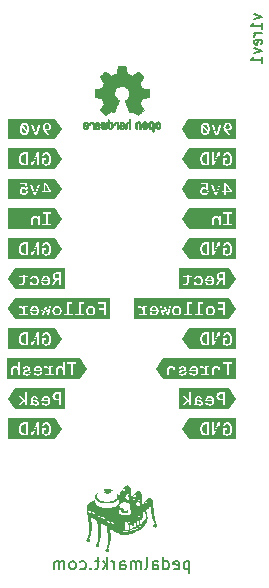
<source format=gbr>
%TF.GenerationSoftware,KiCad,Pcbnew,(6.0.9-0)*%
%TF.CreationDate,2024-06-20T10:44:06+02:00*%
%TF.ProjectId,follower-board,666f6c6c-6f77-4657-922d-626f6172642e,rev?*%
%TF.SameCoordinates,Original*%
%TF.FileFunction,Legend,Bot*%
%TF.FilePolarity,Positive*%
%FSLAX46Y46*%
G04 Gerber Fmt 4.6, Leading zero omitted, Abs format (unit mm)*
G04 Created by KiCad (PCBNEW (6.0.9-0)) date 2024-06-20 10:44:06*
%MOMM*%
%LPD*%
G01*
G04 APERTURE LIST*
%ADD10C,0.150000*%
%ADD11C,0.010000*%
%ADD12C,3.200000*%
%ADD13R,1.800000X1.800000*%
%ADD14C,1.800000*%
%ADD15C,5.500000*%
%ADD16R,1.700000X1.700000*%
%ADD17O,1.700000X1.700000*%
G04 APERTURE END LIST*
D10*
X67944285Y-87415714D02*
X67944285Y-88415714D01*
X67944285Y-87463333D02*
X67849047Y-87415714D01*
X67658571Y-87415714D01*
X67563333Y-87463333D01*
X67515714Y-87510952D01*
X67468095Y-87606190D01*
X67468095Y-87891904D01*
X67515714Y-87987142D01*
X67563333Y-88034761D01*
X67658571Y-88082380D01*
X67849047Y-88082380D01*
X67944285Y-88034761D01*
X66658571Y-88034761D02*
X66753809Y-88082380D01*
X66944285Y-88082380D01*
X67039523Y-88034761D01*
X67087142Y-87939523D01*
X67087142Y-87558571D01*
X67039523Y-87463333D01*
X66944285Y-87415714D01*
X66753809Y-87415714D01*
X66658571Y-87463333D01*
X66610952Y-87558571D01*
X66610952Y-87653809D01*
X67087142Y-87749047D01*
X65753809Y-88082380D02*
X65753809Y-87082380D01*
X65753809Y-88034761D02*
X65849047Y-88082380D01*
X66039523Y-88082380D01*
X66134761Y-88034761D01*
X66182380Y-87987142D01*
X66230000Y-87891904D01*
X66230000Y-87606190D01*
X66182380Y-87510952D01*
X66134761Y-87463333D01*
X66039523Y-87415714D01*
X65849047Y-87415714D01*
X65753809Y-87463333D01*
X64849047Y-88082380D02*
X64849047Y-87558571D01*
X64896666Y-87463333D01*
X64991904Y-87415714D01*
X65182380Y-87415714D01*
X65277619Y-87463333D01*
X64849047Y-88034761D02*
X64944285Y-88082380D01*
X65182380Y-88082380D01*
X65277619Y-88034761D01*
X65325238Y-87939523D01*
X65325238Y-87844285D01*
X65277619Y-87749047D01*
X65182380Y-87701428D01*
X64944285Y-87701428D01*
X64849047Y-87653809D01*
X64230000Y-88082380D02*
X64325238Y-88034761D01*
X64372857Y-87939523D01*
X64372857Y-87082380D01*
X63849047Y-88082380D02*
X63849047Y-87415714D01*
X63849047Y-87510952D02*
X63801428Y-87463333D01*
X63706190Y-87415714D01*
X63563333Y-87415714D01*
X63468095Y-87463333D01*
X63420476Y-87558571D01*
X63420476Y-88082380D01*
X63420476Y-87558571D02*
X63372857Y-87463333D01*
X63277619Y-87415714D01*
X63134761Y-87415714D01*
X63039523Y-87463333D01*
X62991904Y-87558571D01*
X62991904Y-88082380D01*
X62087142Y-88082380D02*
X62087142Y-87558571D01*
X62134761Y-87463333D01*
X62230000Y-87415714D01*
X62420476Y-87415714D01*
X62515714Y-87463333D01*
X62087142Y-88034761D02*
X62182380Y-88082380D01*
X62420476Y-88082380D01*
X62515714Y-88034761D01*
X62563333Y-87939523D01*
X62563333Y-87844285D01*
X62515714Y-87749047D01*
X62420476Y-87701428D01*
X62182380Y-87701428D01*
X62087142Y-87653809D01*
X61610952Y-88082380D02*
X61610952Y-87415714D01*
X61610952Y-87606190D02*
X61563333Y-87510952D01*
X61515714Y-87463333D01*
X61420476Y-87415714D01*
X61325238Y-87415714D01*
X60991904Y-88082380D02*
X60991904Y-87082380D01*
X60896666Y-87701428D02*
X60610952Y-88082380D01*
X60610952Y-87415714D02*
X60991904Y-87796666D01*
X60325238Y-87415714D02*
X59944285Y-87415714D01*
X60182380Y-87082380D02*
X60182380Y-87939523D01*
X60134761Y-88034761D01*
X60039523Y-88082380D01*
X59944285Y-88082380D01*
X59610952Y-87987142D02*
X59563333Y-88034761D01*
X59610952Y-88082380D01*
X59658571Y-88034761D01*
X59610952Y-87987142D01*
X59610952Y-88082380D01*
X58706190Y-88034761D02*
X58801428Y-88082380D01*
X58991904Y-88082380D01*
X59087142Y-88034761D01*
X59134761Y-87987142D01*
X59182380Y-87891904D01*
X59182380Y-87606190D01*
X59134761Y-87510952D01*
X59087142Y-87463333D01*
X58991904Y-87415714D01*
X58801428Y-87415714D01*
X58706190Y-87463333D01*
X58134761Y-88082380D02*
X58230000Y-88034761D01*
X58277619Y-87987142D01*
X58325238Y-87891904D01*
X58325238Y-87606190D01*
X58277619Y-87510952D01*
X58230000Y-87463333D01*
X58134761Y-87415714D01*
X57991904Y-87415714D01*
X57896666Y-87463333D01*
X57849047Y-87510952D01*
X57801428Y-87606190D01*
X57801428Y-87891904D01*
X57849047Y-87987142D01*
X57896666Y-88034761D01*
X57991904Y-88082380D01*
X58134761Y-88082380D01*
X57372857Y-88082380D02*
X57372857Y-87415714D01*
X57372857Y-87510952D02*
X57325238Y-87463333D01*
X57230000Y-87415714D01*
X57087142Y-87415714D01*
X56991904Y-87463333D01*
X56944285Y-87558571D01*
X56944285Y-88082380D01*
X56944285Y-87558571D02*
X56896666Y-87463333D01*
X56801428Y-87415714D01*
X56658571Y-87415714D01*
X56563333Y-87463333D01*
X56515714Y-87558571D01*
X56515714Y-88082380D01*
X73467142Y-41101428D02*
X74067142Y-41315714D01*
X73467142Y-41530000D01*
X74067142Y-42344285D02*
X74067142Y-41830000D01*
X74067142Y-42087142D02*
X73167142Y-42087142D01*
X73295714Y-42001428D01*
X73381428Y-41915714D01*
X73424285Y-41830000D01*
X74067142Y-42730000D02*
X73467142Y-42730000D01*
X73638571Y-42730000D02*
X73552857Y-42772857D01*
X73510000Y-42815714D01*
X73467142Y-42901428D01*
X73467142Y-42987142D01*
X74024285Y-43630000D02*
X74067142Y-43544285D01*
X74067142Y-43372857D01*
X74024285Y-43287142D01*
X73938571Y-43244285D01*
X73595714Y-43244285D01*
X73510000Y-43287142D01*
X73467142Y-43372857D01*
X73467142Y-43544285D01*
X73510000Y-43630000D01*
X73595714Y-43672857D01*
X73681428Y-43672857D01*
X73767142Y-43244285D01*
X73467142Y-43972857D02*
X74067142Y-44187142D01*
X73467142Y-44401428D01*
X74067142Y-45215714D02*
X74067142Y-44701428D01*
X74067142Y-44958571D02*
X73167142Y-44958571D01*
X73295714Y-44872857D01*
X73381428Y-44787142D01*
X73424285Y-44701428D01*
%TO.C,kibuzzard-666B0D69*%
G36*
X67295999Y-60960000D02*
G01*
X67298116Y-60956825D01*
X68869697Y-60956825D01*
X68877287Y-61079410D01*
X68900058Y-61188402D01*
X68938009Y-61283800D01*
X68991140Y-61365606D01*
X69058857Y-61431239D01*
X69140564Y-61478120D01*
X69236260Y-61506249D01*
X69345947Y-61515625D01*
X69626934Y-61515625D01*
X69849184Y-61515625D01*
X70017459Y-61515625D01*
X70412747Y-60721875D01*
X70423859Y-60721875D01*
X70423859Y-61515625D01*
X70579434Y-61515625D01*
X70788984Y-61515625D01*
X70917572Y-61515625D01*
X70936622Y-61420375D01*
X70947734Y-61420375D01*
X71026315Y-61494988D01*
X71095570Y-61522372D01*
X71184272Y-61531500D01*
X71296720Y-61515537D01*
X71390647Y-61467647D01*
X71466053Y-61387831D01*
X71509461Y-61308407D01*
X71540467Y-61213802D01*
X71559071Y-61104016D01*
X71565272Y-60979050D01*
X71558426Y-60847734D01*
X71537887Y-60731598D01*
X71503657Y-60630643D01*
X71455734Y-60544869D01*
X71373361Y-60457997D01*
X71272290Y-60405874D01*
X71152522Y-60388500D01*
X71059212Y-60398466D01*
X70978249Y-60428364D01*
X70909634Y-60478194D01*
X70855483Y-60545839D01*
X70817912Y-60629183D01*
X70796922Y-60728225D01*
X70971547Y-60728225D01*
X71009294Y-60625037D01*
X71069619Y-60563125D01*
X71152522Y-60542488D01*
X71254122Y-60570467D01*
X71330322Y-60654406D01*
X71365599Y-60740219D01*
X71386766Y-60848434D01*
X71393822Y-60979050D01*
X71384233Y-61124782D01*
X71355468Y-61238130D01*
X71307525Y-61319093D01*
X71240406Y-61367670D01*
X71154109Y-61383863D01*
X71070170Y-61368781D01*
X71005678Y-61323538D01*
X70964601Y-61250116D01*
X70950909Y-61150500D01*
X70950909Y-61061600D01*
X71162047Y-61061600D01*
X71162047Y-60928250D01*
X70788984Y-60928250D01*
X70788984Y-61515625D01*
X70579434Y-61515625D01*
X70579434Y-60404375D01*
X70411159Y-60404375D01*
X70015872Y-61199713D01*
X70004759Y-61199713D01*
X70004759Y-60404375D01*
X69849184Y-60404375D01*
X69849184Y-61515625D01*
X69626934Y-61515625D01*
X69626934Y-60404375D01*
X69345947Y-60404375D01*
X69236905Y-60413652D01*
X69141556Y-60441483D01*
X69059899Y-60487868D01*
X68991934Y-60552806D01*
X68938455Y-60633719D01*
X68900256Y-60728027D01*
X68877337Y-60835729D01*
X68869697Y-60956825D01*
X67298116Y-60956825D01*
X67897485Y-60057771D01*
X71896001Y-60057771D01*
X71896001Y-61862229D01*
X67897485Y-61862229D01*
X67295999Y-60960000D01*
G37*
G36*
X69460247Y-61364812D02*
G01*
X69355472Y-61364812D01*
X69260134Y-61353259D01*
X69181552Y-61318599D01*
X69119728Y-61260831D01*
X69075190Y-61180839D01*
X69048467Y-61079503D01*
X69039559Y-60956825D01*
X69048335Y-60834102D01*
X69074661Y-60733693D01*
X69118537Y-60655597D01*
X69179965Y-60599814D01*
X69258943Y-60566344D01*
X69355472Y-60555188D01*
X69460247Y-60555188D01*
X69460247Y-61364812D01*
G37*
%TO.C,kibuzzard-6673E150*%
G36*
X55869725Y-63384708D02*
G01*
X55938385Y-63429356D01*
X55987994Y-63496230D01*
X56012997Y-63577788D01*
X55582785Y-63577788D01*
X55598064Y-63494245D01*
X55640728Y-63427769D01*
X55705618Y-63384311D01*
X55787572Y-63369825D01*
X55869725Y-63384708D01*
G37*
G36*
X56946447Y-63449200D02*
G01*
X56749597Y-63449200D01*
X56664468Y-63436500D01*
X56599578Y-63398400D01*
X56558502Y-63339266D01*
X56544810Y-63263463D01*
X56558502Y-63187064D01*
X56599578Y-63129319D01*
X56664468Y-63093005D01*
X56749597Y-63080900D01*
X56946447Y-63080900D01*
X56946447Y-63449200D01*
G37*
G36*
X52592111Y-63500000D02*
G01*
X52669369Y-63384113D01*
X53519035Y-63384113D01*
X53841297Y-63384113D01*
X53841297Y-63766700D01*
X53822071Y-63856658D01*
X53764392Y-63910633D01*
X53668260Y-63928625D01*
X53563485Y-63915925D01*
X53563485Y-64046100D01*
X53634128Y-64059197D01*
X53706360Y-64063563D01*
X53813230Y-64052768D01*
X53896352Y-64020383D01*
X53955724Y-63966407D01*
X53991348Y-63890843D01*
X54003222Y-63793688D01*
X54003222Y-63782575D01*
X54463597Y-63782575D01*
X54505071Y-63898066D01*
X54585041Y-63987363D01*
X54656567Y-64029696D01*
X54738852Y-64055096D01*
X54831897Y-64063563D01*
X54943728Y-64050774D01*
X55040036Y-64012410D01*
X55120822Y-63948469D01*
X55181676Y-63864772D01*
X55218189Y-63767141D01*
X55230360Y-63655575D01*
X55228623Y-63639700D01*
X55427210Y-63639700D01*
X55430385Y-63692088D01*
X56014585Y-63692088D01*
X55993947Y-63789520D01*
X55944735Y-63865919D01*
X55871710Y-63915330D01*
X55779635Y-63931800D01*
X55688089Y-63918218D01*
X55623001Y-63877472D01*
X55584372Y-63809562D01*
X55428797Y-63809562D01*
X55471263Y-63915727D01*
X55547860Y-63996094D01*
X55652635Y-64046695D01*
X55779635Y-64063563D01*
X55887056Y-64051127D01*
X55895690Y-64047688D01*
X56330497Y-64047688D01*
X56509885Y-64047688D01*
X56768647Y-63593663D01*
X56946447Y-63593663D01*
X56946447Y-64047688D01*
X57109960Y-64047688D01*
X57109960Y-62936437D01*
X56727372Y-62936437D01*
X56627713Y-62946139D01*
X56542517Y-62975243D01*
X56471785Y-63023750D01*
X56418868Y-63088308D01*
X56387118Y-63165567D01*
X56376535Y-63255525D01*
X56391814Y-63362483D01*
X56437653Y-63451581D01*
X56510480Y-63520042D01*
X56606722Y-63565088D01*
X56330497Y-64047688D01*
X55895690Y-64047688D01*
X55980718Y-64013821D01*
X56060622Y-63951644D01*
X56121476Y-63869358D01*
X56157989Y-63771727D01*
X56170160Y-63658750D01*
X56157989Y-63540128D01*
X56121476Y-63438264D01*
X56060622Y-63353156D01*
X55981600Y-63289215D01*
X55890583Y-63250851D01*
X55787572Y-63238063D01*
X55689765Y-63249528D01*
X55603775Y-63283924D01*
X55529603Y-63341250D01*
X55472718Y-63420272D01*
X55438587Y-63519756D01*
X55427210Y-63639700D01*
X55228623Y-63639700D01*
X55217836Y-63541099D01*
X55180265Y-63441086D01*
X55117647Y-63355538D01*
X55035979Y-63290274D01*
X54941258Y-63251115D01*
X54833485Y-63238063D01*
X54743615Y-63246617D01*
X54662387Y-63272282D01*
X54589803Y-63315056D01*
X54530801Y-63373176D01*
X54490320Y-63444878D01*
X54468360Y-63530163D01*
X54631872Y-63530163D01*
X54655883Y-63469242D01*
X54699341Y-63419831D01*
X54759468Y-63387089D01*
X54833485Y-63376175D01*
X54927346Y-63395820D01*
X55002553Y-63454756D01*
X55051964Y-63544252D01*
X55068435Y-63655575D01*
X55052361Y-63762731D01*
X55004141Y-63849250D01*
X54928933Y-63906400D01*
X54831897Y-63925450D01*
X54759071Y-63915925D01*
X54699341Y-63887350D01*
X54654693Y-63842106D01*
X54627110Y-63782575D01*
X54463597Y-63782575D01*
X54003222Y-63782575D01*
X54003222Y-63384113D01*
X54255635Y-63384113D01*
X54255635Y-63253938D01*
X54125460Y-63253938D01*
X54018303Y-63222188D01*
X53987347Y-63111063D01*
X53987347Y-63038037D01*
X53841297Y-63038037D01*
X53841297Y-63253938D01*
X53519035Y-63253938D01*
X53519035Y-63384113D01*
X52669369Y-63384113D01*
X53188306Y-62605708D01*
X57440689Y-62605708D01*
X57440689Y-64394292D01*
X53188306Y-64394292D01*
X52592111Y-63500000D01*
G37*
%TO.C,kibuzzard-6673E113*%
G36*
X52541047Y-70217771D02*
G01*
X58719067Y-70217771D01*
X59320553Y-71120000D01*
X58719067Y-72022229D01*
X52541047Y-72022229D01*
X52541047Y-71675625D01*
X52871776Y-71675625D01*
X53033701Y-71675625D01*
X53033701Y-71207313D01*
X53046599Y-71118413D01*
X53085294Y-71054912D01*
X53144230Y-71016812D01*
X53217851Y-71004112D01*
X53297226Y-71017606D01*
X53360726Y-71058088D01*
X53402398Y-71125556D01*
X53416288Y-71220013D01*
X53416288Y-71675625D01*
X53578213Y-71675625D01*
X53578213Y-71458138D01*
X53849676Y-71458138D01*
X53872694Y-71558745D01*
X53941751Y-71631969D01*
X54045335Y-71676617D01*
X54171938Y-71691500D01*
X54276978Y-71683651D01*
X54363497Y-71660103D01*
X54431494Y-71620856D01*
X54499559Y-71537711D01*
X54527538Y-71429563D01*
X54370376Y-71429563D01*
X54341272Y-71506292D01*
X54275126Y-71552329D01*
X54171938Y-71567675D01*
X54048113Y-71541481D01*
X53998901Y-71461312D01*
X54039382Y-71387494D01*
X54093159Y-71360308D01*
X54173526Y-71337487D01*
X54248138Y-71321613D01*
X54358073Y-71289267D01*
X54397743Y-71267638D01*
X54765663Y-71267638D01*
X54768838Y-71320025D01*
X55353038Y-71320025D01*
X55332401Y-71417458D01*
X55283188Y-71493856D01*
X55210163Y-71543267D01*
X55118088Y-71559738D01*
X55026542Y-71546156D01*
X54961455Y-71505410D01*
X54922826Y-71437500D01*
X54767251Y-71437500D01*
X54809716Y-71543664D01*
X54886313Y-71624031D01*
X54991088Y-71674633D01*
X55118088Y-71691500D01*
X55225509Y-71679065D01*
X55319172Y-71641758D01*
X55399076Y-71579581D01*
X55459930Y-71497296D01*
X55496442Y-71399665D01*
X55508613Y-71286688D01*
X55496442Y-71168066D01*
X55459930Y-71066201D01*
X55432562Y-71027925D01*
X55689588Y-71027925D01*
X55781663Y-71023162D01*
X55896955Y-71040228D01*
X55985657Y-71091425D01*
X56042212Y-71172387D01*
X56061063Y-71278750D01*
X56061063Y-71553388D01*
X55761026Y-71553388D01*
X55761026Y-71675625D01*
X56454763Y-71675625D01*
X56681776Y-71675625D01*
X56843701Y-71675625D01*
X56843701Y-71207313D01*
X56856599Y-71118413D01*
X56895294Y-71054912D01*
X56954230Y-71016812D01*
X57027851Y-71004112D01*
X57107226Y-71017606D01*
X57170726Y-71058088D01*
X57212398Y-71125556D01*
X57226288Y-71220013D01*
X57226288Y-71675625D01*
X57388213Y-71675625D01*
X57388213Y-70715188D01*
X57588238Y-70715188D01*
X57905738Y-70715188D01*
X57905738Y-71675625D01*
X58072426Y-71675625D01*
X58072426Y-70715188D01*
X58388338Y-70715188D01*
X58388338Y-70564375D01*
X57588238Y-70564375D01*
X57588238Y-70715188D01*
X57388213Y-70715188D01*
X57388213Y-70548500D01*
X57226288Y-70548500D01*
X57226288Y-70980300D01*
X57215176Y-70980300D01*
X57153263Y-70916800D01*
X57073359Y-70878700D01*
X56975463Y-70866000D01*
X56855409Y-70886637D01*
X56761944Y-70948550D01*
X56701818Y-71047372D01*
X56681776Y-71178737D01*
X56681776Y-71675625D01*
X56454763Y-71675625D01*
X56454763Y-71553388D01*
X56222988Y-71553388D01*
X56222988Y-71004112D01*
X56446826Y-71004112D01*
X56446826Y-70881875D01*
X56078526Y-70881875D01*
X56062651Y-71013637D01*
X56051538Y-71013637D01*
X56002723Y-70948550D01*
X55942001Y-70902512D01*
X55860641Y-70875128D01*
X55749913Y-70866000D01*
X55689588Y-70866000D01*
X55689588Y-71027925D01*
X55432562Y-71027925D01*
X55399076Y-70981094D01*
X55320053Y-70917153D01*
X55229037Y-70878788D01*
X55126026Y-70866000D01*
X55028218Y-70877465D01*
X54942228Y-70911861D01*
X54868057Y-70969188D01*
X54811172Y-71048210D01*
X54777040Y-71147693D01*
X54765663Y-71267638D01*
X54397743Y-71267638D01*
X54437051Y-71246206D01*
X54484676Y-71186080D01*
X54500551Y-71102538D01*
X54478326Y-71003517D01*
X54411651Y-70928706D01*
X54312035Y-70881677D01*
X54190988Y-70866000D01*
X54058234Y-70882867D01*
X53958419Y-70933469D01*
X53894324Y-71008280D01*
X53868726Y-71097775D01*
X54025888Y-71097775D01*
X54077482Y-71019987D01*
X54190988Y-70989825D01*
X54303701Y-71016812D01*
X54348151Y-71094600D01*
X54310051Y-71161275D01*
X54257663Y-71181913D01*
X54176701Y-71202550D01*
X54110026Y-71218425D01*
X53995130Y-71255136D01*
X53913969Y-71304944D01*
X53865749Y-71371420D01*
X53849676Y-71458138D01*
X53578213Y-71458138D01*
X53578213Y-70548500D01*
X53416288Y-70548500D01*
X53416288Y-70980300D01*
X53405176Y-70980300D01*
X53343263Y-70916800D01*
X53263359Y-70878700D01*
X53165463Y-70866000D01*
X53045409Y-70886637D01*
X52951944Y-70948550D01*
X52891818Y-71047372D01*
X52871776Y-71178737D01*
X52871776Y-71675625D01*
X52541047Y-71675625D01*
X52541047Y-70217771D01*
G37*
G36*
X55208179Y-71012645D02*
G01*
X55276838Y-71057294D01*
X55326448Y-71124167D01*
X55351451Y-71205725D01*
X54921238Y-71205725D01*
X54936518Y-71122183D01*
X54979182Y-71055706D01*
X55044071Y-71012248D01*
X55126026Y-70997763D01*
X55208179Y-71012645D01*
G37*
%TO.C,kibuzzard-666B0D69*%
G36*
X67295999Y-68580000D02*
G01*
X67298116Y-68576825D01*
X68869697Y-68576825D01*
X68877287Y-68699410D01*
X68900058Y-68808402D01*
X68938009Y-68903800D01*
X68991140Y-68985606D01*
X69058857Y-69051239D01*
X69140564Y-69098120D01*
X69236260Y-69126249D01*
X69345947Y-69135625D01*
X69626934Y-69135625D01*
X69849184Y-69135625D01*
X70017459Y-69135625D01*
X70412747Y-68341875D01*
X70423859Y-68341875D01*
X70423859Y-69135625D01*
X70579434Y-69135625D01*
X70788984Y-69135625D01*
X70917572Y-69135625D01*
X70936622Y-69040375D01*
X70947734Y-69040375D01*
X71026315Y-69114988D01*
X71095570Y-69142372D01*
X71184272Y-69151500D01*
X71296720Y-69135537D01*
X71390647Y-69087647D01*
X71466053Y-69007831D01*
X71509461Y-68928407D01*
X71540467Y-68833802D01*
X71559071Y-68724016D01*
X71565272Y-68599050D01*
X71558426Y-68467734D01*
X71537887Y-68351598D01*
X71503657Y-68250643D01*
X71455734Y-68164869D01*
X71373361Y-68077997D01*
X71272290Y-68025874D01*
X71152522Y-68008500D01*
X71059212Y-68018466D01*
X70978249Y-68048364D01*
X70909634Y-68098194D01*
X70855483Y-68165839D01*
X70817912Y-68249183D01*
X70796922Y-68348225D01*
X70971547Y-68348225D01*
X71009294Y-68245037D01*
X71069619Y-68183125D01*
X71152522Y-68162488D01*
X71254122Y-68190467D01*
X71330322Y-68274406D01*
X71365599Y-68360219D01*
X71386766Y-68468434D01*
X71393822Y-68599050D01*
X71384233Y-68744782D01*
X71355468Y-68858130D01*
X71307525Y-68939093D01*
X71240406Y-68987670D01*
X71154109Y-69003863D01*
X71070170Y-68988781D01*
X71005678Y-68943538D01*
X70964601Y-68870116D01*
X70950909Y-68770500D01*
X70950909Y-68681600D01*
X71162047Y-68681600D01*
X71162047Y-68548250D01*
X70788984Y-68548250D01*
X70788984Y-69135625D01*
X70579434Y-69135625D01*
X70579434Y-68024375D01*
X70411159Y-68024375D01*
X70015872Y-68819713D01*
X70004759Y-68819713D01*
X70004759Y-68024375D01*
X69849184Y-68024375D01*
X69849184Y-69135625D01*
X69626934Y-69135625D01*
X69626934Y-68024375D01*
X69345947Y-68024375D01*
X69236905Y-68033652D01*
X69141556Y-68061483D01*
X69059899Y-68107868D01*
X68991934Y-68172806D01*
X68938455Y-68253719D01*
X68900256Y-68348027D01*
X68877337Y-68455729D01*
X68869697Y-68576825D01*
X67298116Y-68576825D01*
X67897485Y-67677771D01*
X71896001Y-67677771D01*
X71896001Y-69482229D01*
X67897485Y-69482229D01*
X67295999Y-68580000D01*
G37*
G36*
X69460247Y-68984812D02*
G01*
X69355472Y-68984812D01*
X69260134Y-68973259D01*
X69181552Y-68938599D01*
X69119728Y-68880831D01*
X69075190Y-68800839D01*
X69048467Y-68699503D01*
X69039559Y-68576825D01*
X69048335Y-68454102D01*
X69074661Y-68353693D01*
X69118537Y-68275597D01*
X69179965Y-68219814D01*
X69258943Y-68186344D01*
X69355472Y-68175188D01*
X69460247Y-68175188D01*
X69460247Y-68984812D01*
G37*
%TO.C,kibuzzard-666B0D54*%
G36*
X52582520Y-55033333D02*
G01*
X56581036Y-55033333D01*
X57145480Y-55880000D01*
X56581036Y-56726667D01*
X52582520Y-56726667D01*
X52582520Y-56057800D01*
X53588069Y-56057800D01*
X53599358Y-56153579D01*
X53633224Y-56235600D01*
X53689669Y-56303863D01*
X53763929Y-56355015D01*
X53851241Y-56385707D01*
X53951606Y-56395938D01*
X54045622Y-56386589D01*
X54126584Y-56358543D01*
X54194494Y-56311800D01*
X54246529Y-56249358D01*
X54279866Y-56174217D01*
X54294506Y-56086375D01*
X54137344Y-56086375D01*
X54119683Y-56160194D01*
X54079400Y-56216550D01*
X54020861Y-56252269D01*
X53948431Y-56264175D01*
X53869453Y-56250483D01*
X53807144Y-56209406D01*
X53766663Y-56144914D01*
X53753169Y-56060975D01*
X53766067Y-55977036D01*
X53804763Y-55909369D01*
X53864889Y-55864720D01*
X53942081Y-55849838D01*
X54050031Y-55876825D01*
X54126231Y-55953025D01*
X54272281Y-55919688D01*
X54239896Y-55586313D01*
X54496119Y-55586313D01*
X54796156Y-56380063D01*
X54993006Y-56380063D01*
X55079874Y-56151463D01*
X55445444Y-56151463D01*
X55620069Y-56151463D01*
X55620069Y-56380063D01*
X55775644Y-56380063D01*
X55775644Y-56151463D01*
X56250306Y-56151463D01*
X56250306Y-56070500D01*
X55789931Y-55364063D01*
X55620069Y-55364063D01*
X55620069Y-56026050D01*
X55445444Y-56026050D01*
X55445444Y-56151463D01*
X55079874Y-56151463D01*
X55294631Y-55586313D01*
X55127944Y-55586313D01*
X54899344Y-56211788D01*
X54888231Y-56211788D01*
X54661219Y-55586313D01*
X54496119Y-55586313D01*
X54239896Y-55586313D01*
X54218306Y-55364063D01*
X53635694Y-55364063D01*
X53635694Y-55500588D01*
X54077019Y-55500588D01*
X54107181Y-55792688D01*
X54020266Y-55741491D01*
X53908744Y-55724425D01*
X53819491Y-55734920D01*
X53742233Y-55766406D01*
X53676969Y-55818881D01*
X53627580Y-55887408D01*
X53597947Y-55967048D01*
X53588069Y-56057800D01*
X52582520Y-56057800D01*
X52582520Y-55033333D01*
G37*
G36*
X56061394Y-56026050D02*
G01*
X55775644Y-56026050D01*
X55775644Y-55583138D01*
X55788344Y-55583138D01*
X56061394Y-56026050D01*
G37*
%TO.C,kibuzzard-666B0D4B*%
G36*
X54126761Y-68984812D02*
G01*
X54021986Y-68984812D01*
X53926647Y-68973259D01*
X53848066Y-68938599D01*
X53786242Y-68880831D01*
X53741704Y-68800839D01*
X53714981Y-68699503D01*
X53706073Y-68576825D01*
X53714848Y-68454102D01*
X53741174Y-68353693D01*
X53785051Y-68275597D01*
X53846479Y-68219814D01*
X53925457Y-68186344D01*
X54021986Y-68175188D01*
X54126761Y-68175188D01*
X54126761Y-68984812D01*
G37*
G36*
X52563999Y-67677771D02*
G01*
X56562515Y-67677771D01*
X57164001Y-68580000D01*
X56562515Y-69482229D01*
X52563999Y-69482229D01*
X52563999Y-68576825D01*
X53536211Y-68576825D01*
X53543801Y-68699410D01*
X53566572Y-68808402D01*
X53604523Y-68903800D01*
X53657654Y-68985606D01*
X53725371Y-69051239D01*
X53807078Y-69098120D01*
X53902774Y-69126249D01*
X54012461Y-69135625D01*
X54293448Y-69135625D01*
X54515698Y-69135625D01*
X54683973Y-69135625D01*
X55079261Y-68341875D01*
X55090373Y-68341875D01*
X55090373Y-69135625D01*
X55245948Y-69135625D01*
X55455498Y-69135625D01*
X55584086Y-69135625D01*
X55603136Y-69040375D01*
X55614248Y-69040375D01*
X55692829Y-69114988D01*
X55762084Y-69142372D01*
X55850786Y-69151500D01*
X55963234Y-69135537D01*
X56057161Y-69087647D01*
X56132567Y-69007831D01*
X56175975Y-68928407D01*
X56206981Y-68833802D01*
X56225584Y-68724016D01*
X56231786Y-68599050D01*
X56224939Y-68467734D01*
X56204401Y-68351598D01*
X56170171Y-68250643D01*
X56122248Y-68164869D01*
X56039874Y-68077997D01*
X55938804Y-68025874D01*
X55819036Y-68008500D01*
X55725726Y-68018466D01*
X55644763Y-68048364D01*
X55576148Y-68098194D01*
X55521997Y-68165839D01*
X55484426Y-68249183D01*
X55463436Y-68348225D01*
X55638061Y-68348225D01*
X55675808Y-68245037D01*
X55736133Y-68183125D01*
X55819036Y-68162488D01*
X55920636Y-68190467D01*
X55996836Y-68274406D01*
X56032113Y-68360219D01*
X56053280Y-68468434D01*
X56060336Y-68599050D01*
X56050747Y-68744782D01*
X56021982Y-68858130D01*
X55974039Y-68939093D01*
X55906920Y-68987670D01*
X55820623Y-69003863D01*
X55736684Y-68988781D01*
X55672192Y-68943538D01*
X55631115Y-68870116D01*
X55617423Y-68770500D01*
X55617423Y-68681600D01*
X55828561Y-68681600D01*
X55828561Y-68548250D01*
X55455498Y-68548250D01*
X55455498Y-69135625D01*
X55245948Y-69135625D01*
X55245948Y-68024375D01*
X55077673Y-68024375D01*
X54682386Y-68819713D01*
X54671273Y-68819713D01*
X54671273Y-68024375D01*
X54515698Y-68024375D01*
X54515698Y-69135625D01*
X54293448Y-69135625D01*
X54293448Y-68024375D01*
X54012461Y-68024375D01*
X53903419Y-68033652D01*
X53808070Y-68061483D01*
X53726413Y-68107868D01*
X53658448Y-68172806D01*
X53604969Y-68253719D01*
X53566770Y-68348027D01*
X53543850Y-68455729D01*
X53536211Y-68576825D01*
X52563999Y-68576825D01*
X52563999Y-67677771D01*
G37*
%TO.C,kibuzzard-6673E1AC*%
G36*
X68762651Y-73871138D02*
G01*
X68853491Y-73891951D01*
X68907995Y-73933226D01*
X68926163Y-73994963D01*
X68888857Y-74077512D01*
X68791226Y-74104500D01*
X68710462Y-74092594D01*
X68639619Y-74056875D01*
X68590209Y-73996550D01*
X68573738Y-73910825D01*
X68573738Y-73852087D01*
X68762651Y-73871138D01*
G37*
G36*
X69756029Y-73552645D02*
G01*
X69824688Y-73597294D01*
X69874298Y-73664167D01*
X69899301Y-73745725D01*
X69469088Y-73745725D01*
X69484368Y-73662183D01*
X69527032Y-73595706D01*
X69591921Y-73552248D01*
X69673876Y-73537763D01*
X69756029Y-73552645D01*
G37*
G36*
X70834338Y-73640950D02*
G01*
X70626376Y-73640950D01*
X70536484Y-73627853D01*
X70470007Y-73588562D01*
X70428930Y-73526253D01*
X70415238Y-73444100D01*
X70428930Y-73364527D01*
X70470007Y-73303606D01*
X70534102Y-73264911D01*
X70616851Y-73252013D01*
X70834338Y-73252013D01*
X70834338Y-73640950D01*
G37*
G36*
X67060322Y-72757771D02*
G01*
X71326992Y-72757771D01*
X71928478Y-73660000D01*
X71326992Y-74562229D01*
X67060322Y-74562229D01*
X67060322Y-74215625D01*
X67391051Y-74215625D01*
X67572026Y-74215625D01*
X67854601Y-73852087D01*
X67951438Y-73942575D01*
X67951438Y-74215625D01*
X68113363Y-74215625D01*
X68332438Y-74215625D01*
X68403876Y-74215625D01*
X68501110Y-74191019D01*
X68551513Y-74117200D01*
X68621010Y-74180700D01*
X68708852Y-74218800D01*
X68815038Y-74231500D01*
X68925568Y-74217014D01*
X69012682Y-74173556D01*
X69069237Y-74101920D01*
X69088088Y-74002900D01*
X69069435Y-73906459D01*
X69013476Y-73833038D01*
X68968821Y-73807638D01*
X69313513Y-73807638D01*
X69316688Y-73860025D01*
X69900888Y-73860025D01*
X69880251Y-73957458D01*
X69831038Y-74033856D01*
X69758013Y-74083267D01*
X69665938Y-74099738D01*
X69574392Y-74086156D01*
X69509305Y-74045410D01*
X69470676Y-73977500D01*
X69315101Y-73977500D01*
X69357566Y-74083664D01*
X69434163Y-74164031D01*
X69538938Y-74214633D01*
X69665938Y-74231500D01*
X69773359Y-74219065D01*
X69867022Y-74181758D01*
X69946926Y-74119581D01*
X70007780Y-74037296D01*
X70044292Y-73939665D01*
X70056463Y-73826688D01*
X70044292Y-73708066D01*
X70007780Y-73606201D01*
X69946926Y-73521094D01*
X69867903Y-73457153D01*
X69836936Y-73444100D01*
X70243788Y-73444100D01*
X70254372Y-73541819D01*
X70286122Y-73625428D01*
X70339038Y-73694925D01*
X70410123Y-73746960D01*
X70496377Y-73778181D01*
X70597801Y-73788588D01*
X70834338Y-73788588D01*
X70834338Y-74215625D01*
X70996263Y-74215625D01*
X70996263Y-73104375D01*
X70588276Y-73104375D01*
X70490556Y-73114782D01*
X70406948Y-73146003D01*
X70337451Y-73198037D01*
X70285416Y-73267006D01*
X70254195Y-73349026D01*
X70243788Y-73444100D01*
X69836936Y-73444100D01*
X69776887Y-73418788D01*
X69673876Y-73406000D01*
X69576068Y-73417465D01*
X69490078Y-73451861D01*
X69415907Y-73509188D01*
X69359022Y-73588210D01*
X69324890Y-73687693D01*
X69313513Y-73807638D01*
X68968821Y-73807638D01*
X68926957Y-73783825D01*
X68816626Y-73760013D01*
X68573738Y-73734613D01*
X68573738Y-73696513D01*
X68584255Y-73628845D01*
X68615807Y-73578244D01*
X68666012Y-73546692D01*
X68732488Y-73536175D01*
X68811334Y-73551874D01*
X68865838Y-73598969D01*
X68896001Y-73677462D01*
X69056338Y-73677462D01*
X69026374Y-73568123D01*
X68958707Y-73481406D01*
X68858099Y-73424852D01*
X68729313Y-73406000D01*
X68601321Y-73425248D01*
X68499919Y-73482994D01*
X68433840Y-73576458D01*
X68411813Y-73702863D01*
X68411813Y-74028300D01*
X68351488Y-74091800D01*
X68332438Y-74091800D01*
X68332438Y-74215625D01*
X68113363Y-74215625D01*
X68113363Y-73088500D01*
X67951438Y-73088500D01*
X67951438Y-73744138D01*
X67940326Y-73744138D01*
X67587901Y-73421875D01*
X67391051Y-73421875D01*
X67741888Y-73747313D01*
X67391051Y-74215625D01*
X67060322Y-74215625D01*
X67060322Y-72757771D01*
G37*
%TO.C,kibuzzard-666B0D69*%
G36*
X67295999Y-53340000D02*
G01*
X67298116Y-53336825D01*
X68869697Y-53336825D01*
X68877287Y-53459410D01*
X68900058Y-53568402D01*
X68938009Y-53663800D01*
X68991140Y-53745606D01*
X69058857Y-53811239D01*
X69140564Y-53858120D01*
X69236260Y-53886249D01*
X69345947Y-53895625D01*
X69626934Y-53895625D01*
X69849184Y-53895625D01*
X70017459Y-53895625D01*
X70412747Y-53101875D01*
X70423859Y-53101875D01*
X70423859Y-53895625D01*
X70579434Y-53895625D01*
X70788984Y-53895625D01*
X70917572Y-53895625D01*
X70936622Y-53800375D01*
X70947734Y-53800375D01*
X71026315Y-53874988D01*
X71095570Y-53902372D01*
X71184272Y-53911500D01*
X71296720Y-53895537D01*
X71390647Y-53847647D01*
X71466053Y-53767831D01*
X71509461Y-53688407D01*
X71540467Y-53593802D01*
X71559071Y-53484016D01*
X71565272Y-53359050D01*
X71558426Y-53227734D01*
X71537887Y-53111598D01*
X71503657Y-53010643D01*
X71455734Y-52924869D01*
X71373361Y-52837997D01*
X71272290Y-52785874D01*
X71152522Y-52768500D01*
X71059212Y-52778466D01*
X70978249Y-52808364D01*
X70909634Y-52858194D01*
X70855483Y-52925839D01*
X70817912Y-53009183D01*
X70796922Y-53108225D01*
X70971547Y-53108225D01*
X71009294Y-53005037D01*
X71069619Y-52943125D01*
X71152522Y-52922488D01*
X71254122Y-52950467D01*
X71330322Y-53034406D01*
X71365599Y-53120219D01*
X71386766Y-53228434D01*
X71393822Y-53359050D01*
X71384233Y-53504782D01*
X71355468Y-53618130D01*
X71307525Y-53699093D01*
X71240406Y-53747670D01*
X71154109Y-53763863D01*
X71070170Y-53748781D01*
X71005678Y-53703538D01*
X70964601Y-53630116D01*
X70950909Y-53530500D01*
X70950909Y-53441600D01*
X71162047Y-53441600D01*
X71162047Y-53308250D01*
X70788984Y-53308250D01*
X70788984Y-53895625D01*
X70579434Y-53895625D01*
X70579434Y-52784375D01*
X70411159Y-52784375D01*
X70015872Y-53579713D01*
X70004759Y-53579713D01*
X70004759Y-52784375D01*
X69849184Y-52784375D01*
X69849184Y-53895625D01*
X69626934Y-53895625D01*
X69626934Y-52784375D01*
X69345947Y-52784375D01*
X69236905Y-52793652D01*
X69141556Y-52821483D01*
X69059899Y-52867868D01*
X68991934Y-52932806D01*
X68938455Y-53013719D01*
X68900256Y-53108027D01*
X68877337Y-53215729D01*
X68869697Y-53336825D01*
X67298116Y-53336825D01*
X67897485Y-52437771D01*
X71896001Y-52437771D01*
X71896001Y-54242229D01*
X67897485Y-54242229D01*
X67295999Y-53340000D01*
G37*
G36*
X69460247Y-53744812D02*
G01*
X69355472Y-53744812D01*
X69260134Y-53733259D01*
X69181552Y-53698599D01*
X69119728Y-53640831D01*
X69075190Y-53560839D01*
X69048467Y-53459503D01*
X69039559Y-53336825D01*
X69048335Y-53214102D01*
X69074661Y-53113693D01*
X69118537Y-53035597D01*
X69179965Y-52979814D01*
X69258943Y-52946344D01*
X69355472Y-52935188D01*
X69460247Y-52935188D01*
X69460247Y-53744812D01*
G37*
%TO.C,kibuzzard-666B0D4B*%
G36*
X52563999Y-75297771D02*
G01*
X56562515Y-75297771D01*
X57164001Y-76200000D01*
X56562515Y-77102229D01*
X52563999Y-77102229D01*
X52563999Y-76196825D01*
X53536211Y-76196825D01*
X53543801Y-76319410D01*
X53566572Y-76428402D01*
X53604523Y-76523800D01*
X53657654Y-76605606D01*
X53725371Y-76671239D01*
X53807078Y-76718120D01*
X53902774Y-76746249D01*
X54012461Y-76755625D01*
X54293448Y-76755625D01*
X54515698Y-76755625D01*
X54683973Y-76755625D01*
X55079261Y-75961875D01*
X55090373Y-75961875D01*
X55090373Y-76755625D01*
X55245948Y-76755625D01*
X55455498Y-76755625D01*
X55584086Y-76755625D01*
X55603136Y-76660375D01*
X55614248Y-76660375D01*
X55692829Y-76734988D01*
X55762084Y-76762372D01*
X55850786Y-76771500D01*
X55963234Y-76755537D01*
X56057161Y-76707647D01*
X56132567Y-76627831D01*
X56175975Y-76548407D01*
X56206981Y-76453802D01*
X56225584Y-76344016D01*
X56231786Y-76219050D01*
X56224939Y-76087734D01*
X56204401Y-75971598D01*
X56170171Y-75870643D01*
X56122248Y-75784869D01*
X56039874Y-75697997D01*
X55938804Y-75645874D01*
X55819036Y-75628500D01*
X55725726Y-75638466D01*
X55644763Y-75668364D01*
X55576148Y-75718194D01*
X55521997Y-75785839D01*
X55484426Y-75869183D01*
X55463436Y-75968225D01*
X55638061Y-75968225D01*
X55675808Y-75865037D01*
X55736133Y-75803125D01*
X55819036Y-75782488D01*
X55920636Y-75810467D01*
X55996836Y-75894406D01*
X56032113Y-75980219D01*
X56053280Y-76088434D01*
X56060336Y-76219050D01*
X56050747Y-76364782D01*
X56021982Y-76478130D01*
X55974039Y-76559093D01*
X55906920Y-76607670D01*
X55820623Y-76623863D01*
X55736684Y-76608781D01*
X55672192Y-76563538D01*
X55631115Y-76490116D01*
X55617423Y-76390500D01*
X55617423Y-76301600D01*
X55828561Y-76301600D01*
X55828561Y-76168250D01*
X55455498Y-76168250D01*
X55455498Y-76755625D01*
X55245948Y-76755625D01*
X55245948Y-75644375D01*
X55077673Y-75644375D01*
X54682386Y-76439713D01*
X54671273Y-76439713D01*
X54671273Y-75644375D01*
X54515698Y-75644375D01*
X54515698Y-76755625D01*
X54293448Y-76755625D01*
X54293448Y-75644375D01*
X54012461Y-75644375D01*
X53903419Y-75653652D01*
X53808070Y-75681483D01*
X53726413Y-75727868D01*
X53658448Y-75792806D01*
X53604969Y-75873719D01*
X53566770Y-75968027D01*
X53543850Y-76075729D01*
X53536211Y-76196825D01*
X52563999Y-76196825D01*
X52563999Y-75297771D01*
G37*
G36*
X54126761Y-76604812D02*
G01*
X54021986Y-76604812D01*
X53926647Y-76593259D01*
X53848066Y-76558599D01*
X53786242Y-76500831D01*
X53741704Y-76420839D01*
X53714981Y-76319503D01*
X53706073Y-76196825D01*
X53714848Y-76074102D01*
X53741174Y-75973693D01*
X53785051Y-75895597D01*
X53846479Y-75839814D01*
X53925457Y-75806344D01*
X54021986Y-75795188D01*
X54126761Y-75795188D01*
X54126761Y-76604812D01*
G37*
G36*
X52563999Y-60057771D02*
G01*
X56562515Y-60057771D01*
X57164001Y-60960000D01*
X56562515Y-61862229D01*
X52563999Y-61862229D01*
X52563999Y-60956825D01*
X53536211Y-60956825D01*
X53543801Y-61079410D01*
X53566572Y-61188402D01*
X53604523Y-61283800D01*
X53657654Y-61365606D01*
X53725371Y-61431239D01*
X53807078Y-61478120D01*
X53902774Y-61506249D01*
X54012461Y-61515625D01*
X54293448Y-61515625D01*
X54515698Y-61515625D01*
X54683973Y-61515625D01*
X55079261Y-60721875D01*
X55090373Y-60721875D01*
X55090373Y-61515625D01*
X55245948Y-61515625D01*
X55455498Y-61515625D01*
X55584086Y-61515625D01*
X55603136Y-61420375D01*
X55614248Y-61420375D01*
X55692829Y-61494988D01*
X55762084Y-61522372D01*
X55850786Y-61531500D01*
X55963234Y-61515537D01*
X56057161Y-61467647D01*
X56132567Y-61387831D01*
X56175975Y-61308407D01*
X56206981Y-61213802D01*
X56225584Y-61104016D01*
X56231786Y-60979050D01*
X56224939Y-60847734D01*
X56204401Y-60731598D01*
X56170171Y-60630643D01*
X56122248Y-60544869D01*
X56039874Y-60457997D01*
X55938804Y-60405874D01*
X55819036Y-60388500D01*
X55725726Y-60398466D01*
X55644763Y-60428364D01*
X55576148Y-60478194D01*
X55521997Y-60545839D01*
X55484426Y-60629183D01*
X55463436Y-60728225D01*
X55638061Y-60728225D01*
X55675808Y-60625037D01*
X55736133Y-60563125D01*
X55819036Y-60542488D01*
X55920636Y-60570467D01*
X55996836Y-60654406D01*
X56032113Y-60740219D01*
X56053280Y-60848434D01*
X56060336Y-60979050D01*
X56050747Y-61124782D01*
X56021982Y-61238130D01*
X55974039Y-61319093D01*
X55906920Y-61367670D01*
X55820623Y-61383863D01*
X55736684Y-61368781D01*
X55672192Y-61323538D01*
X55631115Y-61250116D01*
X55617423Y-61150500D01*
X55617423Y-61061600D01*
X55828561Y-61061600D01*
X55828561Y-60928250D01*
X55455498Y-60928250D01*
X55455498Y-61515625D01*
X55245948Y-61515625D01*
X55245948Y-60404375D01*
X55077673Y-60404375D01*
X54682386Y-61199713D01*
X54671273Y-61199713D01*
X54671273Y-60404375D01*
X54515698Y-60404375D01*
X54515698Y-61515625D01*
X54293448Y-61515625D01*
X54293448Y-60404375D01*
X54012461Y-60404375D01*
X53903419Y-60413652D01*
X53808070Y-60441483D01*
X53726413Y-60487868D01*
X53658448Y-60552806D01*
X53604969Y-60633719D01*
X53566770Y-60728027D01*
X53543850Y-60835729D01*
X53536211Y-60956825D01*
X52563999Y-60956825D01*
X52563999Y-60057771D01*
G37*
G36*
X54126761Y-61364812D02*
G01*
X54021986Y-61364812D01*
X53926647Y-61353259D01*
X53848066Y-61318599D01*
X53786242Y-61260831D01*
X53741704Y-61180839D01*
X53714981Y-61079503D01*
X53706073Y-60956825D01*
X53714848Y-60834102D01*
X53741174Y-60733693D01*
X53785051Y-60655597D01*
X53846479Y-60599814D01*
X53925457Y-60566344D01*
X54021986Y-60555188D01*
X54126761Y-60555188D01*
X54126761Y-61364812D01*
G37*
%TO.C,REF\u002A\u002A*%
G36*
X61837691Y-50226467D02*
G01*
X61842273Y-50229003D01*
X61879704Y-50258057D01*
X61913170Y-50295410D01*
X61919007Y-50303852D01*
X61930165Y-50323553D01*
X61938136Y-50346935D01*
X61943618Y-50379067D01*
X61947307Y-50425019D01*
X61949899Y-50489859D01*
X61952092Y-50578657D01*
X61952402Y-50593669D01*
X61953400Y-50690999D01*
X61951994Y-50759934D01*
X61948164Y-50800948D01*
X61941889Y-50814514D01*
X61922898Y-50810452D01*
X61890638Y-50798144D01*
X61883041Y-50794545D01*
X61871176Y-50786398D01*
X61862994Y-50773004D01*
X61857643Y-50749608D01*
X61854269Y-50711455D01*
X61852019Y-50653790D01*
X61850040Y-50571857D01*
X61849498Y-50547907D01*
X61847403Y-50472266D01*
X61844683Y-50419328D01*
X61840515Y-50384075D01*
X61834079Y-50361487D01*
X61824550Y-50346544D01*
X61811106Y-50334227D01*
X61771305Y-50312634D01*
X61722341Y-50308476D01*
X61678529Y-50324999D01*
X61647008Y-50359210D01*
X61634914Y-50408114D01*
X61634578Y-50421407D01*
X61627972Y-50445472D01*
X61608470Y-50449144D01*
X61570283Y-50434813D01*
X61561438Y-50430217D01*
X61537534Y-50403186D01*
X61537061Y-50362994D01*
X61559836Y-50307409D01*
X61580727Y-50277117D01*
X61634142Y-50234084D01*
X61700074Y-50209755D01*
X61770574Y-50206443D01*
X61837691Y-50226467D01*
G37*
D11*
X61837691Y-50226467D02*
X61842273Y-50229003D01*
X61879704Y-50258057D01*
X61913170Y-50295410D01*
X61919007Y-50303852D01*
X61930165Y-50323553D01*
X61938136Y-50346935D01*
X61943618Y-50379067D01*
X61947307Y-50425019D01*
X61949899Y-50489859D01*
X61952092Y-50578657D01*
X61952402Y-50593669D01*
X61953400Y-50690999D01*
X61951994Y-50759934D01*
X61948164Y-50800948D01*
X61941889Y-50814514D01*
X61922898Y-50810452D01*
X61890638Y-50798144D01*
X61883041Y-50794545D01*
X61871176Y-50786398D01*
X61862994Y-50773004D01*
X61857643Y-50749608D01*
X61854269Y-50711455D01*
X61852019Y-50653790D01*
X61850040Y-50571857D01*
X61849498Y-50547907D01*
X61847403Y-50472266D01*
X61844683Y-50419328D01*
X61840515Y-50384075D01*
X61834079Y-50361487D01*
X61824550Y-50346544D01*
X61811106Y-50334227D01*
X61771305Y-50312634D01*
X61722341Y-50308476D01*
X61678529Y-50324999D01*
X61647008Y-50359210D01*
X61634914Y-50408114D01*
X61634578Y-50421407D01*
X61627972Y-50445472D01*
X61608470Y-50449144D01*
X61570283Y-50434813D01*
X61561438Y-50430217D01*
X61537534Y-50403186D01*
X61537061Y-50362994D01*
X61559836Y-50307409D01*
X61580727Y-50277117D01*
X61634142Y-50234084D01*
X61700074Y-50209755D01*
X61770574Y-50206443D01*
X61837691Y-50226467D01*
G36*
X62343933Y-45502371D02*
G01*
X62419856Y-45502865D01*
X62474491Y-45504135D01*
X62511500Y-45506547D01*
X62534547Y-45510467D01*
X62547296Y-45516262D01*
X62553411Y-45524299D01*
X62556556Y-45534943D01*
X62556646Y-45535325D01*
X62561814Y-45560347D01*
X62571209Y-45608681D01*
X62583867Y-45675260D01*
X62598825Y-45755014D01*
X62615119Y-45842875D01*
X62616448Y-45850064D01*
X62632691Y-45935340D01*
X62647805Y-46010242D01*
X62660808Y-46070219D01*
X62670715Y-46110717D01*
X62676544Y-46127184D01*
X62676575Y-46127210D01*
X62694943Y-46136320D01*
X62732640Y-46151457D01*
X62781543Y-46169358D01*
X62784297Y-46170330D01*
X62846817Y-46193959D01*
X62919543Y-46223595D01*
X62987294Y-46253062D01*
X63098703Y-46303626D01*
X63345399Y-46135160D01*
X63362775Y-46123311D01*
X63437202Y-46072947D01*
X63503614Y-46028612D01*
X63558039Y-45992916D01*
X63596506Y-45968471D01*
X63615042Y-45957889D01*
X63627743Y-45960315D01*
X63656579Y-45979110D01*
X63701143Y-46016330D01*
X63762670Y-46073020D01*
X63842398Y-46150227D01*
X63849532Y-46157255D01*
X63912796Y-46220222D01*
X63968990Y-46277268D01*
X64014677Y-46324817D01*
X64046414Y-46359297D01*
X64060764Y-46377131D01*
X64060810Y-46377217D01*
X64062633Y-46390795D01*
X64055910Y-46412820D01*
X64038946Y-46446304D01*
X64010044Y-46494261D01*
X63967508Y-46559704D01*
X63909644Y-46645645D01*
X63899783Y-46660151D01*
X63849913Y-46733635D01*
X63805905Y-46798687D01*
X63770380Y-46851417D01*
X63745959Y-46887936D01*
X63735264Y-46904356D01*
X63734458Y-46907834D01*
X63739518Y-46933785D01*
X63754677Y-46976159D01*
X63777463Y-47027728D01*
X63808429Y-47095170D01*
X63843004Y-47175195D01*
X63872366Y-47247629D01*
X63879645Y-47266377D01*
X63898710Y-47314246D01*
X63912715Y-47347596D01*
X63919041Y-47360114D01*
X63926025Y-47361050D01*
X63957413Y-47366461D01*
X64008787Y-47375806D01*
X64074802Y-47388069D01*
X64150113Y-47402232D01*
X64229375Y-47417280D01*
X64307243Y-47432195D01*
X64378370Y-47445961D01*
X64437412Y-47457562D01*
X64479022Y-47465980D01*
X64497857Y-47470199D01*
X64500980Y-47471389D01*
X64508591Y-47477805D01*
X64514254Y-47491465D01*
X64518251Y-47515999D01*
X64520866Y-47555038D01*
X64522384Y-47612213D01*
X64523086Y-47691154D01*
X64523257Y-47795492D01*
X64523257Y-48112799D01*
X64447057Y-48127839D01*
X64437840Y-48129642D01*
X64388891Y-48138980D01*
X64321205Y-48151669D01*
X64242478Y-48166273D01*
X64160400Y-48181355D01*
X64128078Y-48187422D01*
X64055855Y-48202181D01*
X63995666Y-48216137D01*
X63953040Y-48227952D01*
X63933510Y-48236287D01*
X63924660Y-48249905D01*
X63908548Y-48285938D01*
X63892065Y-48332572D01*
X63886263Y-48350034D01*
X63864906Y-48407358D01*
X63837359Y-48475201D01*
X63808107Y-48542355D01*
X63792463Y-48577430D01*
X63770174Y-48629822D01*
X63754857Y-48669058D01*
X63749162Y-48688563D01*
X63749478Y-48690036D01*
X63760281Y-48710729D01*
X63784638Y-48750665D01*
X63820081Y-48805972D01*
X63864136Y-48872781D01*
X63914332Y-48947220D01*
X64079501Y-49189623D01*
X63862503Y-49406983D01*
X63841516Y-49427899D01*
X63777342Y-49490505D01*
X63719990Y-49544495D01*
X63672820Y-49586826D01*
X63639192Y-49614457D01*
X63622467Y-49624343D01*
X63604303Y-49616821D01*
X63566265Y-49595227D01*
X63512726Y-49562151D01*
X63447884Y-49520191D01*
X63375940Y-49471943D01*
X63305275Y-49424291D01*
X63241526Y-49382328D01*
X63189513Y-49349165D01*
X63153279Y-49327378D01*
X63136867Y-49319543D01*
X63135905Y-49319614D01*
X63114103Y-49327338D01*
X63075440Y-49345323D01*
X63027612Y-49370013D01*
X63027110Y-49370284D01*
X62963587Y-49402099D01*
X62920060Y-49417642D01*
X62893052Y-49417685D01*
X62879090Y-49403000D01*
X62873180Y-49388544D01*
X62857229Y-49349831D01*
X62832660Y-49290316D01*
X62800779Y-49213165D01*
X62762893Y-49121541D01*
X62720310Y-49018607D01*
X62674337Y-48907526D01*
X62632667Y-48806472D01*
X62590268Y-48702780D01*
X62552756Y-48610119D01*
X62521388Y-48531642D01*
X62497425Y-48470500D01*
X62482123Y-48429843D01*
X62476743Y-48412825D01*
X62487018Y-48397219D01*
X62515563Y-48371162D01*
X62555971Y-48340887D01*
X62652979Y-48261684D01*
X62739793Y-48160475D01*
X62803322Y-48049116D01*
X62843177Y-47930893D01*
X62858965Y-47809095D01*
X62850296Y-47687010D01*
X62816778Y-47567925D01*
X62758021Y-47455129D01*
X62673632Y-47351911D01*
X62629631Y-47311713D01*
X62524211Y-47240638D01*
X62411410Y-47194301D01*
X62294525Y-47171599D01*
X62176853Y-47171428D01*
X62061690Y-47192687D01*
X61952335Y-47234270D01*
X61852083Y-47295076D01*
X61764233Y-47374001D01*
X61692080Y-47469941D01*
X61638922Y-47581795D01*
X61608057Y-47708457D01*
X61602392Y-47769507D01*
X61610185Y-47901776D01*
X61645284Y-48027266D01*
X61706649Y-48143759D01*
X61793243Y-48249039D01*
X61904029Y-48340887D01*
X61942931Y-48369930D01*
X61972104Y-48396272D01*
X61983257Y-48412800D01*
X61978810Y-48427209D01*
X61964378Y-48465815D01*
X61941173Y-48525201D01*
X61910452Y-48602215D01*
X61873474Y-48693703D01*
X61831496Y-48796516D01*
X61785778Y-48907502D01*
X61744178Y-49008072D01*
X61701222Y-49111947D01*
X61662829Y-49204819D01*
X61630305Y-49283525D01*
X61604958Y-49344899D01*
X61588095Y-49385779D01*
X61581025Y-49403000D01*
X61580943Y-49403204D01*
X61566798Y-49417745D01*
X61539659Y-49417579D01*
X61496023Y-49401927D01*
X61432388Y-49370013D01*
X61427379Y-49367326D01*
X61380125Y-49343150D01*
X61342811Y-49326037D01*
X61323133Y-49319543D01*
X61307005Y-49327218D01*
X61270959Y-49348871D01*
X61219092Y-49381928D01*
X61155445Y-49423810D01*
X61084060Y-49471943D01*
X61013724Y-49519131D01*
X60948670Y-49561267D01*
X60894820Y-49594578D01*
X60856374Y-49616469D01*
X60837534Y-49624343D01*
X60834325Y-49623343D01*
X60811954Y-49607584D01*
X60773733Y-49575033D01*
X60723021Y-49528733D01*
X60663181Y-49471726D01*
X60597571Y-49407058D01*
X60380648Y-49189772D01*
X60549601Y-48941253D01*
X60718553Y-48692733D01*
X60667183Y-48581595D01*
X60667031Y-48581266D01*
X60636183Y-48510418D01*
X60604661Y-48431523D01*
X60579266Y-48361600D01*
X60575423Y-48350322D01*
X60556047Y-48297967D01*
X60538574Y-48257283D01*
X60526388Y-48236287D01*
X60521426Y-48233322D01*
X60491634Y-48223375D01*
X60441047Y-48210505D01*
X60375194Y-48196053D01*
X60299600Y-48181355D01*
X60276957Y-48177210D01*
X60195038Y-48162116D01*
X60118600Y-48147899D01*
X60055337Y-48135995D01*
X60012943Y-48127839D01*
X59936743Y-48112799D01*
X59936743Y-47795492D01*
X59936760Y-47756476D01*
X59937082Y-47661292D01*
X59938033Y-47590255D01*
X59939896Y-47539734D01*
X59942955Y-47506098D01*
X59947494Y-47485718D01*
X59953795Y-47474962D01*
X59962143Y-47470199D01*
X59970224Y-47468270D01*
X60003172Y-47461445D01*
X60055736Y-47451022D01*
X60122569Y-47438018D01*
X60198328Y-47423449D01*
X60277665Y-47408333D01*
X60355237Y-47393685D01*
X60425698Y-47380523D01*
X60483702Y-47369863D01*
X60523904Y-47362721D01*
X60540959Y-47360114D01*
X60542112Y-47358541D01*
X60551385Y-47338119D01*
X60567432Y-47299045D01*
X60587635Y-47247629D01*
X60615672Y-47178353D01*
X60650186Y-47098290D01*
X60682538Y-47027728D01*
X60689952Y-47011889D01*
X60710755Y-46962293D01*
X60723219Y-46924038D01*
X60724863Y-46904356D01*
X60724015Y-46902962D01*
X60710548Y-46882420D01*
X60683850Y-46842516D01*
X60646539Y-46787140D01*
X60601234Y-46720177D01*
X60550552Y-46645517D01*
X60493445Y-46560692D01*
X60450607Y-46494800D01*
X60421460Y-46446478D01*
X60404317Y-46412733D01*
X60397495Y-46390572D01*
X60399306Y-46377002D01*
X60399915Y-46375984D01*
X60416297Y-46356210D01*
X60449695Y-46320175D01*
X60496671Y-46271451D01*
X60553786Y-46213612D01*
X60617603Y-46150227D01*
X60683802Y-46085905D01*
X60748648Y-46025447D01*
X60796299Y-45984655D01*
X60827990Y-45962484D01*
X60844958Y-45957889D01*
X60847175Y-45958921D01*
X60870524Y-45972837D01*
X60912912Y-46000030D01*
X60970369Y-46037889D01*
X61038923Y-46083803D01*
X61114601Y-46135160D01*
X61361298Y-46303626D01*
X61472706Y-46253062D01*
X61475943Y-46251597D01*
X61544343Y-46221965D01*
X61616907Y-46192493D01*
X61678457Y-46169358D01*
X61678729Y-46169262D01*
X61727595Y-46151367D01*
X61765212Y-46136253D01*
X61783457Y-46127184D01*
X61783752Y-46126855D01*
X61789946Y-46108282D01*
X61800139Y-46066045D01*
X61813348Y-46004696D01*
X61828590Y-45928789D01*
X61844881Y-45842875D01*
X61845449Y-45839796D01*
X61861713Y-45752128D01*
X61876608Y-45672741D01*
X61889171Y-45606701D01*
X61898438Y-45559079D01*
X61903444Y-45534943D01*
X61903764Y-45533605D01*
X61907060Y-45523273D01*
X61913738Y-45515506D01*
X61927462Y-45509940D01*
X61951895Y-45506207D01*
X61990702Y-45503942D01*
X62047546Y-45502778D01*
X62126090Y-45502348D01*
X62230000Y-45502286D01*
X62243056Y-45502286D01*
X62343933Y-45502371D01*
G37*
X62343933Y-45502371D02*
X62419856Y-45502865D01*
X62474491Y-45504135D01*
X62511500Y-45506547D01*
X62534547Y-45510467D01*
X62547296Y-45516262D01*
X62553411Y-45524299D01*
X62556556Y-45534943D01*
X62556646Y-45535325D01*
X62561814Y-45560347D01*
X62571209Y-45608681D01*
X62583867Y-45675260D01*
X62598825Y-45755014D01*
X62615119Y-45842875D01*
X62616448Y-45850064D01*
X62632691Y-45935340D01*
X62647805Y-46010242D01*
X62660808Y-46070219D01*
X62670715Y-46110717D01*
X62676544Y-46127184D01*
X62676575Y-46127210D01*
X62694943Y-46136320D01*
X62732640Y-46151457D01*
X62781543Y-46169358D01*
X62784297Y-46170330D01*
X62846817Y-46193959D01*
X62919543Y-46223595D01*
X62987294Y-46253062D01*
X63098703Y-46303626D01*
X63345399Y-46135160D01*
X63362775Y-46123311D01*
X63437202Y-46072947D01*
X63503614Y-46028612D01*
X63558039Y-45992916D01*
X63596506Y-45968471D01*
X63615042Y-45957889D01*
X63627743Y-45960315D01*
X63656579Y-45979110D01*
X63701143Y-46016330D01*
X63762670Y-46073020D01*
X63842398Y-46150227D01*
X63849532Y-46157255D01*
X63912796Y-46220222D01*
X63968990Y-46277268D01*
X64014677Y-46324817D01*
X64046414Y-46359297D01*
X64060764Y-46377131D01*
X64060810Y-46377217D01*
X64062633Y-46390795D01*
X64055910Y-46412820D01*
X64038946Y-46446304D01*
X64010044Y-46494261D01*
X63967508Y-46559704D01*
X63909644Y-46645645D01*
X63899783Y-46660151D01*
X63849913Y-46733635D01*
X63805905Y-46798687D01*
X63770380Y-46851417D01*
X63745959Y-46887936D01*
X63735264Y-46904356D01*
X63734458Y-46907834D01*
X63739518Y-46933785D01*
X63754677Y-46976159D01*
X63777463Y-47027728D01*
X63808429Y-47095170D01*
X63843004Y-47175195D01*
X63872366Y-47247629D01*
X63879645Y-47266377D01*
X63898710Y-47314246D01*
X63912715Y-47347596D01*
X63919041Y-47360114D01*
X63926025Y-47361050D01*
X63957413Y-47366461D01*
X64008787Y-47375806D01*
X64074802Y-47388069D01*
X64150113Y-47402232D01*
X64229375Y-47417280D01*
X64307243Y-47432195D01*
X64378370Y-47445961D01*
X64437412Y-47457562D01*
X64479022Y-47465980D01*
X64497857Y-47470199D01*
X64500980Y-47471389D01*
X64508591Y-47477805D01*
X64514254Y-47491465D01*
X64518251Y-47515999D01*
X64520866Y-47555038D01*
X64522384Y-47612213D01*
X64523086Y-47691154D01*
X64523257Y-47795492D01*
X64523257Y-48112799D01*
X64447057Y-48127839D01*
X64437840Y-48129642D01*
X64388891Y-48138980D01*
X64321205Y-48151669D01*
X64242478Y-48166273D01*
X64160400Y-48181355D01*
X64128078Y-48187422D01*
X64055855Y-48202181D01*
X63995666Y-48216137D01*
X63953040Y-48227952D01*
X63933510Y-48236287D01*
X63924660Y-48249905D01*
X63908548Y-48285938D01*
X63892065Y-48332572D01*
X63886263Y-48350034D01*
X63864906Y-48407358D01*
X63837359Y-48475201D01*
X63808107Y-48542355D01*
X63792463Y-48577430D01*
X63770174Y-48629822D01*
X63754857Y-48669058D01*
X63749162Y-48688563D01*
X63749478Y-48690036D01*
X63760281Y-48710729D01*
X63784638Y-48750665D01*
X63820081Y-48805972D01*
X63864136Y-48872781D01*
X63914332Y-48947220D01*
X64079501Y-49189623D01*
X63862503Y-49406983D01*
X63841516Y-49427899D01*
X63777342Y-49490505D01*
X63719990Y-49544495D01*
X63672820Y-49586826D01*
X63639192Y-49614457D01*
X63622467Y-49624343D01*
X63604303Y-49616821D01*
X63566265Y-49595227D01*
X63512726Y-49562151D01*
X63447884Y-49520191D01*
X63375940Y-49471943D01*
X63305275Y-49424291D01*
X63241526Y-49382328D01*
X63189513Y-49349165D01*
X63153279Y-49327378D01*
X63136867Y-49319543D01*
X63135905Y-49319614D01*
X63114103Y-49327338D01*
X63075440Y-49345323D01*
X63027612Y-49370013D01*
X63027110Y-49370284D01*
X62963587Y-49402099D01*
X62920060Y-49417642D01*
X62893052Y-49417685D01*
X62879090Y-49403000D01*
X62873180Y-49388544D01*
X62857229Y-49349831D01*
X62832660Y-49290316D01*
X62800779Y-49213165D01*
X62762893Y-49121541D01*
X62720310Y-49018607D01*
X62674337Y-48907526D01*
X62632667Y-48806472D01*
X62590268Y-48702780D01*
X62552756Y-48610119D01*
X62521388Y-48531642D01*
X62497425Y-48470500D01*
X62482123Y-48429843D01*
X62476743Y-48412825D01*
X62487018Y-48397219D01*
X62515563Y-48371162D01*
X62555971Y-48340887D01*
X62652979Y-48261684D01*
X62739793Y-48160475D01*
X62803322Y-48049116D01*
X62843177Y-47930893D01*
X62858965Y-47809095D01*
X62850296Y-47687010D01*
X62816778Y-47567925D01*
X62758021Y-47455129D01*
X62673632Y-47351911D01*
X62629631Y-47311713D01*
X62524211Y-47240638D01*
X62411410Y-47194301D01*
X62294525Y-47171599D01*
X62176853Y-47171428D01*
X62061690Y-47192687D01*
X61952335Y-47234270D01*
X61852083Y-47295076D01*
X61764233Y-47374001D01*
X61692080Y-47469941D01*
X61638922Y-47581795D01*
X61608057Y-47708457D01*
X61602392Y-47769507D01*
X61610185Y-47901776D01*
X61645284Y-48027266D01*
X61706649Y-48143759D01*
X61793243Y-48249039D01*
X61904029Y-48340887D01*
X61942931Y-48369930D01*
X61972104Y-48396272D01*
X61983257Y-48412800D01*
X61978810Y-48427209D01*
X61964378Y-48465815D01*
X61941173Y-48525201D01*
X61910452Y-48602215D01*
X61873474Y-48693703D01*
X61831496Y-48796516D01*
X61785778Y-48907502D01*
X61744178Y-49008072D01*
X61701222Y-49111947D01*
X61662829Y-49204819D01*
X61630305Y-49283525D01*
X61604958Y-49344899D01*
X61588095Y-49385779D01*
X61581025Y-49403000D01*
X61580943Y-49403204D01*
X61566798Y-49417745D01*
X61539659Y-49417579D01*
X61496023Y-49401927D01*
X61432388Y-49370013D01*
X61427379Y-49367326D01*
X61380125Y-49343150D01*
X61342811Y-49326037D01*
X61323133Y-49319543D01*
X61307005Y-49327218D01*
X61270959Y-49348871D01*
X61219092Y-49381928D01*
X61155445Y-49423810D01*
X61084060Y-49471943D01*
X61013724Y-49519131D01*
X60948670Y-49561267D01*
X60894820Y-49594578D01*
X60856374Y-49616469D01*
X60837534Y-49624343D01*
X60834325Y-49623343D01*
X60811954Y-49607584D01*
X60773733Y-49575033D01*
X60723021Y-49528733D01*
X60663181Y-49471726D01*
X60597571Y-49407058D01*
X60380648Y-49189772D01*
X60549601Y-48941253D01*
X60718553Y-48692733D01*
X60667183Y-48581595D01*
X60667031Y-48581266D01*
X60636183Y-48510418D01*
X60604661Y-48431523D01*
X60579266Y-48361600D01*
X60575423Y-48350322D01*
X60556047Y-48297967D01*
X60538574Y-48257283D01*
X60526388Y-48236287D01*
X60521426Y-48233322D01*
X60491634Y-48223375D01*
X60441047Y-48210505D01*
X60375194Y-48196053D01*
X60299600Y-48181355D01*
X60276957Y-48177210D01*
X60195038Y-48162116D01*
X60118600Y-48147899D01*
X60055337Y-48135995D01*
X60012943Y-48127839D01*
X59936743Y-48112799D01*
X59936743Y-47795492D01*
X59936760Y-47756476D01*
X59937082Y-47661292D01*
X59938033Y-47590255D01*
X59939896Y-47539734D01*
X59942955Y-47506098D01*
X59947494Y-47485718D01*
X59953795Y-47474962D01*
X59962143Y-47470199D01*
X59970224Y-47468270D01*
X60003172Y-47461445D01*
X60055736Y-47451022D01*
X60122569Y-47438018D01*
X60198328Y-47423449D01*
X60277665Y-47408333D01*
X60355237Y-47393685D01*
X60425698Y-47380523D01*
X60483702Y-47369863D01*
X60523904Y-47362721D01*
X60540959Y-47360114D01*
X60542112Y-47358541D01*
X60551385Y-47338119D01*
X60567432Y-47299045D01*
X60587635Y-47247629D01*
X60615672Y-47178353D01*
X60650186Y-47098290D01*
X60682538Y-47027728D01*
X60689952Y-47011889D01*
X60710755Y-46962293D01*
X60723219Y-46924038D01*
X60724863Y-46904356D01*
X60724015Y-46902962D01*
X60710548Y-46882420D01*
X60683850Y-46842516D01*
X60646539Y-46787140D01*
X60601234Y-46720177D01*
X60550552Y-46645517D01*
X60493445Y-46560692D01*
X60450607Y-46494800D01*
X60421460Y-46446478D01*
X60404317Y-46412733D01*
X60397495Y-46390572D01*
X60399306Y-46377002D01*
X60399915Y-46375984D01*
X60416297Y-46356210D01*
X60449695Y-46320175D01*
X60496671Y-46271451D01*
X60553786Y-46213612D01*
X60617603Y-46150227D01*
X60683802Y-46085905D01*
X60748648Y-46025447D01*
X60796299Y-45984655D01*
X60827990Y-45962484D01*
X60844958Y-45957889D01*
X60847175Y-45958921D01*
X60870524Y-45972837D01*
X60912912Y-46000030D01*
X60970369Y-46037889D01*
X61038923Y-46083803D01*
X61114601Y-46135160D01*
X61361298Y-46303626D01*
X61472706Y-46253062D01*
X61475943Y-46251597D01*
X61544343Y-46221965D01*
X61616907Y-46192493D01*
X61678457Y-46169358D01*
X61678729Y-46169262D01*
X61727595Y-46151367D01*
X61765212Y-46136253D01*
X61783457Y-46127184D01*
X61783752Y-46126855D01*
X61789946Y-46108282D01*
X61800139Y-46066045D01*
X61813348Y-46004696D01*
X61828590Y-45928789D01*
X61844881Y-45842875D01*
X61845449Y-45839796D01*
X61861713Y-45752128D01*
X61876608Y-45672741D01*
X61889171Y-45606701D01*
X61898438Y-45559079D01*
X61903444Y-45534943D01*
X61903764Y-45533605D01*
X61907060Y-45523273D01*
X61913738Y-45515506D01*
X61927462Y-45509940D01*
X61951895Y-45506207D01*
X61990702Y-45503942D01*
X62047546Y-45502778D01*
X62126090Y-45502348D01*
X62230000Y-45502286D01*
X62243056Y-45502286D01*
X62343933Y-45502371D01*
G36*
X65495701Y-50510935D02*
G01*
X65494914Y-50581119D01*
X65492210Y-50630022D01*
X65486606Y-50664178D01*
X65477119Y-50690124D01*
X65462768Y-50714397D01*
X65459237Y-50719433D01*
X65421878Y-50759143D01*
X65379311Y-50789092D01*
X65357452Y-50798810D01*
X65278908Y-50815020D01*
X65201231Y-50804535D01*
X65129645Y-50768707D01*
X65069374Y-50708887D01*
X65064286Y-50700873D01*
X65047730Y-50654342D01*
X65036573Y-50589552D01*
X65031160Y-50514727D01*
X65031768Y-50445513D01*
X65178248Y-50445513D01*
X65179402Y-50541399D01*
X65179866Y-50547569D01*
X65186629Y-50600478D01*
X65198671Y-50634029D01*
X65219005Y-50657016D01*
X65253097Y-50678548D01*
X65286814Y-50679680D01*
X65321543Y-50654857D01*
X65327584Y-50648325D01*
X65339417Y-50628779D01*
X65346404Y-50600386D01*
X65349727Y-50556430D01*
X65350571Y-50490192D01*
X65349125Y-50428150D01*
X65341907Y-50369042D01*
X65327006Y-50331686D01*
X65302636Y-50312152D01*
X65267008Y-50306514D01*
X65253440Y-50307635D01*
X65215430Y-50328194D01*
X65190312Y-50374299D01*
X65178248Y-50445513D01*
X65031768Y-50445513D01*
X65031833Y-50438096D01*
X65038937Y-50367882D01*
X65052815Y-50312312D01*
X65070649Y-50275301D01*
X65120855Y-50217733D01*
X65188885Y-50181962D01*
X65272158Y-50169665D01*
X65294398Y-50170331D01*
X65359891Y-50183947D01*
X65413687Y-50218249D01*
X65463057Y-50277338D01*
X65465995Y-50281722D01*
X65479287Y-50305299D01*
X65487932Y-50331949D01*
X65492904Y-50368159D01*
X65495174Y-50420413D01*
X65495678Y-50490192D01*
X65495714Y-50495200D01*
X65495701Y-50510935D01*
G37*
X65495701Y-50510935D02*
X65494914Y-50581119D01*
X65492210Y-50630022D01*
X65486606Y-50664178D01*
X65477119Y-50690124D01*
X65462768Y-50714397D01*
X65459237Y-50719433D01*
X65421878Y-50759143D01*
X65379311Y-50789092D01*
X65357452Y-50798810D01*
X65278908Y-50815020D01*
X65201231Y-50804535D01*
X65129645Y-50768707D01*
X65069374Y-50708887D01*
X65064286Y-50700873D01*
X65047730Y-50654342D01*
X65036573Y-50589552D01*
X65031160Y-50514727D01*
X65031768Y-50445513D01*
X65178248Y-50445513D01*
X65179402Y-50541399D01*
X65179866Y-50547569D01*
X65186629Y-50600478D01*
X65198671Y-50634029D01*
X65219005Y-50657016D01*
X65253097Y-50678548D01*
X65286814Y-50679680D01*
X65321543Y-50654857D01*
X65327584Y-50648325D01*
X65339417Y-50628779D01*
X65346404Y-50600386D01*
X65349727Y-50556430D01*
X65350571Y-50490192D01*
X65349125Y-50428150D01*
X65341907Y-50369042D01*
X65327006Y-50331686D01*
X65302636Y-50312152D01*
X65267008Y-50306514D01*
X65253440Y-50307635D01*
X65215430Y-50328194D01*
X65190312Y-50374299D01*
X65178248Y-50445513D01*
X65031768Y-50445513D01*
X65031833Y-50438096D01*
X65038937Y-50367882D01*
X65052815Y-50312312D01*
X65070649Y-50275301D01*
X65120855Y-50217733D01*
X65188885Y-50181962D01*
X65272158Y-50169665D01*
X65294398Y-50170331D01*
X65359891Y-50183947D01*
X65413687Y-50218249D01*
X65463057Y-50277338D01*
X65465995Y-50281722D01*
X65479287Y-50305299D01*
X65487932Y-50331949D01*
X65492904Y-50368159D01*
X65495174Y-50420413D01*
X65495678Y-50490192D01*
X65495714Y-50495200D01*
X65495701Y-50510935D01*
G36*
X59370307Y-50551305D02*
G01*
X59366762Y-50627521D01*
X59357483Y-50683294D01*
X59340375Y-50724613D01*
X59313344Y-50757467D01*
X59274292Y-50787846D01*
X59249445Y-50801660D01*
X59209615Y-50810965D01*
X59153665Y-50810230D01*
X59122385Y-50807283D01*
X59084653Y-50798283D01*
X59054494Y-50778720D01*
X59019408Y-50742267D01*
X59014720Y-50736943D01*
X58983177Y-50695969D01*
X58968128Y-50660283D01*
X58964286Y-50617966D01*
X58964286Y-50555779D01*
X59007742Y-50572182D01*
X59039424Y-50591356D01*
X59066962Y-50636347D01*
X59072711Y-50650752D01*
X59104855Y-50691546D01*
X59148611Y-50712081D01*
X59196254Y-50710235D01*
X59240057Y-50683886D01*
X59255111Y-50667455D01*
X59268763Y-50642667D01*
X59264493Y-50620144D01*
X59239916Y-50596964D01*
X59192651Y-50570202D01*
X59120314Y-50536934D01*
X58971543Y-50471816D01*
X58967595Y-50407308D01*
X58969079Y-50366220D01*
X59066010Y-50366220D01*
X59073368Y-50391657D01*
X59106848Y-50418814D01*
X59167614Y-50449714D01*
X59177669Y-50454190D01*
X59225751Y-50475017D01*
X59261726Y-50489665D01*
X59278444Y-50495200D01*
X59280977Y-50491126D01*
X59281993Y-50466247D01*
X59278369Y-50426257D01*
X59269242Y-50387152D01*
X59240773Y-50337884D01*
X59199678Y-50310122D01*
X59150590Y-50306364D01*
X59098144Y-50329109D01*
X59083609Y-50340481D01*
X59066010Y-50366220D01*
X58969079Y-50366220D01*
X58969338Y-50359064D01*
X58991281Y-50298096D01*
X59018979Y-50264497D01*
X59076405Y-50226966D01*
X59144527Y-50208006D01*
X59214947Y-50209507D01*
X59279267Y-50233355D01*
X59293426Y-50242513D01*
X59325904Y-50270849D01*
X59348116Y-50306695D01*
X59361804Y-50355384D01*
X59368715Y-50422249D01*
X59369628Y-50466247D01*
X59370590Y-50512622D01*
X59370307Y-50551305D01*
G37*
X59370307Y-50551305D02*
X59366762Y-50627521D01*
X59357483Y-50683294D01*
X59340375Y-50724613D01*
X59313344Y-50757467D01*
X59274292Y-50787846D01*
X59249445Y-50801660D01*
X59209615Y-50810965D01*
X59153665Y-50810230D01*
X59122385Y-50807283D01*
X59084653Y-50798283D01*
X59054494Y-50778720D01*
X59019408Y-50742267D01*
X59014720Y-50736943D01*
X58983177Y-50695969D01*
X58968128Y-50660283D01*
X58964286Y-50617966D01*
X58964286Y-50555779D01*
X59007742Y-50572182D01*
X59039424Y-50591356D01*
X59066962Y-50636347D01*
X59072711Y-50650752D01*
X59104855Y-50691546D01*
X59148611Y-50712081D01*
X59196254Y-50710235D01*
X59240057Y-50683886D01*
X59255111Y-50667455D01*
X59268763Y-50642667D01*
X59264493Y-50620144D01*
X59239916Y-50596964D01*
X59192651Y-50570202D01*
X59120314Y-50536934D01*
X58971543Y-50471816D01*
X58967595Y-50407308D01*
X58969079Y-50366220D01*
X59066010Y-50366220D01*
X59073368Y-50391657D01*
X59106848Y-50418814D01*
X59167614Y-50449714D01*
X59177669Y-50454190D01*
X59225751Y-50475017D01*
X59261726Y-50489665D01*
X59278444Y-50495200D01*
X59280977Y-50491126D01*
X59281993Y-50466247D01*
X59278369Y-50426257D01*
X59269242Y-50387152D01*
X59240773Y-50337884D01*
X59199678Y-50310122D01*
X59150590Y-50306364D01*
X59098144Y-50329109D01*
X59083609Y-50340481D01*
X59066010Y-50366220D01*
X58969079Y-50366220D01*
X58969338Y-50359064D01*
X58991281Y-50298096D01*
X59018979Y-50264497D01*
X59076405Y-50226966D01*
X59144527Y-50208006D01*
X59214947Y-50209507D01*
X59279267Y-50233355D01*
X59293426Y-50242513D01*
X59325904Y-50270849D01*
X59348116Y-50306695D01*
X59361804Y-50355384D01*
X59368715Y-50422249D01*
X59369628Y-50466247D01*
X59370590Y-50512622D01*
X59370307Y-50551305D01*
G36*
X62908543Y-50009444D02*
G01*
X62955714Y-50029342D01*
X62955714Y-50426509D01*
X62955519Y-50529498D01*
X62954998Y-50622141D01*
X62954199Y-50700700D01*
X62953172Y-50761439D01*
X62951963Y-50800623D01*
X62950623Y-50814514D01*
X62950099Y-50814468D01*
X62932287Y-50809420D01*
X62899823Y-50798580D01*
X62854114Y-50782646D01*
X62854114Y-50578173D01*
X62853824Y-50497832D01*
X62852474Y-50439562D01*
X62849369Y-50399909D01*
X62843812Y-50373618D01*
X62835107Y-50355436D01*
X62822556Y-50340107D01*
X62813999Y-50331955D01*
X62767728Y-50309375D01*
X62716728Y-50311375D01*
X62669993Y-50338073D01*
X62663189Y-50344698D01*
X62652293Y-50358456D01*
X62644836Y-50376642D01*
X62640169Y-50404177D01*
X62637642Y-50445981D01*
X62636602Y-50506973D01*
X62636400Y-50592073D01*
X62636303Y-50635234D01*
X62635674Y-50706224D01*
X62634556Y-50763076D01*
X62633063Y-50800828D01*
X62631309Y-50814514D01*
X62630785Y-50814468D01*
X62612973Y-50809420D01*
X62580509Y-50798580D01*
X62534800Y-50782646D01*
X62534823Y-50577237D01*
X62534857Y-50558951D01*
X62536778Y-50463626D01*
X62542678Y-50391543D01*
X62554001Y-50337813D01*
X62572187Y-50297549D01*
X62598679Y-50265861D01*
X62634918Y-50237861D01*
X62670263Y-50220333D01*
X62726773Y-50206785D01*
X62782356Y-50206015D01*
X62825086Y-50219195D01*
X62828298Y-50221015D01*
X62838205Y-50220820D01*
X62844975Y-50205572D01*
X62849861Y-50170613D01*
X62854114Y-50111289D01*
X62861371Y-49989547D01*
X62908543Y-50009444D01*
G37*
X62908543Y-50009444D02*
X62955714Y-50029342D01*
X62955714Y-50426509D01*
X62955519Y-50529498D01*
X62954998Y-50622141D01*
X62954199Y-50700700D01*
X62953172Y-50761439D01*
X62951963Y-50800623D01*
X62950623Y-50814514D01*
X62950099Y-50814468D01*
X62932287Y-50809420D01*
X62899823Y-50798580D01*
X62854114Y-50782646D01*
X62854114Y-50578173D01*
X62853824Y-50497832D01*
X62852474Y-50439562D01*
X62849369Y-50399909D01*
X62843812Y-50373618D01*
X62835107Y-50355436D01*
X62822556Y-50340107D01*
X62813999Y-50331955D01*
X62767728Y-50309375D01*
X62716728Y-50311375D01*
X62669993Y-50338073D01*
X62663189Y-50344698D01*
X62652293Y-50358456D01*
X62644836Y-50376642D01*
X62640169Y-50404177D01*
X62637642Y-50445981D01*
X62636602Y-50506973D01*
X62636400Y-50592073D01*
X62636303Y-50635234D01*
X62635674Y-50706224D01*
X62634556Y-50763076D01*
X62633063Y-50800828D01*
X62631309Y-50814514D01*
X62630785Y-50814468D01*
X62612973Y-50809420D01*
X62580509Y-50798580D01*
X62534800Y-50782646D01*
X62534823Y-50577237D01*
X62534857Y-50558951D01*
X62536778Y-50463626D01*
X62542678Y-50391543D01*
X62554001Y-50337813D01*
X62572187Y-50297549D01*
X62598679Y-50265861D01*
X62634918Y-50237861D01*
X62670263Y-50220333D01*
X62726773Y-50206785D01*
X62782356Y-50206015D01*
X62825086Y-50219195D01*
X62828298Y-50221015D01*
X62838205Y-50220820D01*
X62844975Y-50205572D01*
X62849861Y-50170613D01*
X62854114Y-50111289D01*
X62861371Y-49989547D01*
X62908543Y-50009444D01*
G36*
X61459537Y-50566313D02*
G01*
X61451345Y-50643462D01*
X61433519Y-50701276D01*
X61403975Y-50745422D01*
X61360625Y-50781568D01*
X61319332Y-50802463D01*
X61249987Y-50814090D01*
X61180736Y-50801377D01*
X61118145Y-50765945D01*
X61068779Y-50709418D01*
X61062818Y-50698995D01*
X61054945Y-50680733D01*
X61049106Y-50657429D01*
X61044999Y-50625085D01*
X61042325Y-50579704D01*
X61040781Y-50517287D01*
X61040734Y-50511748D01*
X61141429Y-50511748D01*
X61141772Y-50564577D01*
X61143942Y-50612362D01*
X61149307Y-50643209D01*
X61159217Y-50663935D01*
X61175021Y-50681356D01*
X61178724Y-50684705D01*
X61226299Y-50709419D01*
X61276635Y-50706890D01*
X61323517Y-50677288D01*
X61337477Y-50661953D01*
X61349160Y-50641622D01*
X61355686Y-50613514D01*
X61358524Y-50570550D01*
X61359143Y-50505647D01*
X61358837Y-50456122D01*
X61356722Y-50407782D01*
X61351390Y-50376587D01*
X61341460Y-50355647D01*
X61325550Y-50338073D01*
X61316204Y-50330159D01*
X61267776Y-50308843D01*
X61217040Y-50312198D01*
X61172987Y-50340107D01*
X61163504Y-50351173D01*
X61151939Y-50372009D01*
X61145252Y-50401106D01*
X61142173Y-50445381D01*
X61141429Y-50511748D01*
X61040734Y-50511748D01*
X61040067Y-50433837D01*
X61039883Y-50325358D01*
X61039829Y-49988601D01*
X61087000Y-50008362D01*
X61099472Y-50013770D01*
X61119324Y-50025985D01*
X61130687Y-50044482D01*
X61136933Y-50076829D01*
X61141429Y-50130593D01*
X61145535Y-50178866D01*
X61150963Y-50210557D01*
X61158739Y-50222383D01*
X61170457Y-50219212D01*
X61200318Y-50208067D01*
X61253684Y-50205304D01*
X61311093Y-50215625D01*
X61360625Y-50237861D01*
X61387876Y-50258443D01*
X61422865Y-50298600D01*
X61445274Y-50350086D01*
X61457190Y-50418568D01*
X61460542Y-50505647D01*
X61460698Y-50509714D01*
X61459537Y-50566313D01*
G37*
X61459537Y-50566313D02*
X61451345Y-50643462D01*
X61433519Y-50701276D01*
X61403975Y-50745422D01*
X61360625Y-50781568D01*
X61319332Y-50802463D01*
X61249987Y-50814090D01*
X61180736Y-50801377D01*
X61118145Y-50765945D01*
X61068779Y-50709418D01*
X61062818Y-50698995D01*
X61054945Y-50680733D01*
X61049106Y-50657429D01*
X61044999Y-50625085D01*
X61042325Y-50579704D01*
X61040781Y-50517287D01*
X61040734Y-50511748D01*
X61141429Y-50511748D01*
X61141772Y-50564577D01*
X61143942Y-50612362D01*
X61149307Y-50643209D01*
X61159217Y-50663935D01*
X61175021Y-50681356D01*
X61178724Y-50684705D01*
X61226299Y-50709419D01*
X61276635Y-50706890D01*
X61323517Y-50677288D01*
X61337477Y-50661953D01*
X61349160Y-50641622D01*
X61355686Y-50613514D01*
X61358524Y-50570550D01*
X61359143Y-50505647D01*
X61358837Y-50456122D01*
X61356722Y-50407782D01*
X61351390Y-50376587D01*
X61341460Y-50355647D01*
X61325550Y-50338073D01*
X61316204Y-50330159D01*
X61267776Y-50308843D01*
X61217040Y-50312198D01*
X61172987Y-50340107D01*
X61163504Y-50351173D01*
X61151939Y-50372009D01*
X61145252Y-50401106D01*
X61142173Y-50445381D01*
X61141429Y-50511748D01*
X61040734Y-50511748D01*
X61040067Y-50433837D01*
X61039883Y-50325358D01*
X61039829Y-49988601D01*
X61087000Y-50008362D01*
X61099472Y-50013770D01*
X61119324Y-50025985D01*
X61130687Y-50044482D01*
X61136933Y-50076829D01*
X61141429Y-50130593D01*
X61145535Y-50178866D01*
X61150963Y-50210557D01*
X61158739Y-50222383D01*
X61170457Y-50219212D01*
X61200318Y-50208067D01*
X61253684Y-50205304D01*
X61311093Y-50215625D01*
X61360625Y-50237861D01*
X61387876Y-50258443D01*
X61422865Y-50298600D01*
X61445274Y-50350086D01*
X61457190Y-50418568D01*
X61460542Y-50505647D01*
X61460698Y-50509714D01*
X61459537Y-50566313D01*
G36*
X59712829Y-50211097D02*
G01*
X59772753Y-50233355D01*
X59797673Y-50250080D01*
X59822910Y-50274043D01*
X59840912Y-50304526D01*
X59852858Y-50346023D01*
X59859930Y-50403032D01*
X59863308Y-50480047D01*
X59864171Y-50581565D01*
X59864002Y-50634027D01*
X59863153Y-50705715D01*
X59861711Y-50762925D01*
X59859814Y-50800809D01*
X59857597Y-50814514D01*
X59843172Y-50809981D01*
X59814054Y-50797670D01*
X59813181Y-50797272D01*
X59798060Y-50789356D01*
X59787891Y-50778495D01*
X59781691Y-50759471D01*
X59778478Y-50727069D01*
X59777270Y-50676071D01*
X59777086Y-50601261D01*
X59776714Y-50553804D01*
X59772750Y-50464615D01*
X59763673Y-50399287D01*
X59748524Y-50354393D01*
X59726345Y-50326507D01*
X59696175Y-50312203D01*
X59691990Y-50311206D01*
X59635480Y-50310427D01*
X59591410Y-50335744D01*
X59560972Y-50386502D01*
X59555544Y-50401175D01*
X59543171Y-50433649D01*
X59536905Y-50448572D01*
X59524036Y-50446516D01*
X59495933Y-50435357D01*
X59469721Y-50416927D01*
X59457771Y-50382098D01*
X59461336Y-50357151D01*
X59483235Y-50306547D01*
X59518644Y-50259128D01*
X59560052Y-50226334D01*
X59577400Y-50218752D01*
X59643089Y-50206076D01*
X59712829Y-50211097D01*
G37*
X59712829Y-50211097D02*
X59772753Y-50233355D01*
X59797673Y-50250080D01*
X59822910Y-50274043D01*
X59840912Y-50304526D01*
X59852858Y-50346023D01*
X59859930Y-50403032D01*
X59863308Y-50480047D01*
X59864171Y-50581565D01*
X59864002Y-50634027D01*
X59863153Y-50705715D01*
X59861711Y-50762925D01*
X59859814Y-50800809D01*
X59857597Y-50814514D01*
X59843172Y-50809981D01*
X59814054Y-50797670D01*
X59813181Y-50797272D01*
X59798060Y-50789356D01*
X59787891Y-50778495D01*
X59781691Y-50759471D01*
X59778478Y-50727069D01*
X59777270Y-50676071D01*
X59777086Y-50601261D01*
X59776714Y-50553804D01*
X59772750Y-50464615D01*
X59763673Y-50399287D01*
X59748524Y-50354393D01*
X59726345Y-50326507D01*
X59696175Y-50312203D01*
X59691990Y-50311206D01*
X59635480Y-50310427D01*
X59591410Y-50335744D01*
X59560972Y-50386502D01*
X59555544Y-50401175D01*
X59543171Y-50433649D01*
X59536905Y-50448572D01*
X59524036Y-50446516D01*
X59495933Y-50435357D01*
X59469721Y-50416927D01*
X59457771Y-50382098D01*
X59461336Y-50357151D01*
X59483235Y-50306547D01*
X59518644Y-50259128D01*
X59560052Y-50226334D01*
X59577400Y-50218752D01*
X59643089Y-50206076D01*
X59712829Y-50211097D01*
G36*
X63661020Y-50177822D02*
G01*
X63728810Y-50209680D01*
X63784366Y-50264770D01*
X63795881Y-50282016D01*
X63805432Y-50301562D01*
X63812206Y-50326198D01*
X63816819Y-50360711D01*
X63819888Y-50409889D01*
X63822029Y-50478519D01*
X63823859Y-50571389D01*
X63828404Y-50829007D01*
X63790225Y-50814491D01*
X63755268Y-50801156D01*
X63729097Y-50788323D01*
X63712013Y-50771780D01*
X63702086Y-50746465D01*
X63697386Y-50707316D01*
X63695982Y-50649268D01*
X63695943Y-50567261D01*
X63695744Y-50501895D01*
X63694559Y-50439173D01*
X63691729Y-50396334D01*
X63686609Y-50368220D01*
X63678553Y-50349675D01*
X63666914Y-50335543D01*
X63638303Y-50315600D01*
X63590239Y-50308083D01*
X63542688Y-50327079D01*
X63539550Y-50329511D01*
X63529769Y-50340748D01*
X63522553Y-50358770D01*
X63517299Y-50388026D01*
X63513402Y-50432962D01*
X63510256Y-50498028D01*
X63507257Y-50587670D01*
X63500000Y-50827697D01*
X63438314Y-50800044D01*
X63376629Y-50772391D01*
X63376629Y-50553246D01*
X63376884Y-50493711D01*
X63379086Y-50410892D01*
X63384661Y-50349227D01*
X63394941Y-50303748D01*
X63411258Y-50269484D01*
X63434943Y-50241466D01*
X63467328Y-50214723D01*
X63513907Y-50187780D01*
X63587287Y-50170191D01*
X63661020Y-50177822D01*
G37*
X63661020Y-50177822D02*
X63728810Y-50209680D01*
X63784366Y-50264770D01*
X63795881Y-50282016D01*
X63805432Y-50301562D01*
X63812206Y-50326198D01*
X63816819Y-50360711D01*
X63819888Y-50409889D01*
X63822029Y-50478519D01*
X63823859Y-50571389D01*
X63828404Y-50829007D01*
X63790225Y-50814491D01*
X63755268Y-50801156D01*
X63729097Y-50788323D01*
X63712013Y-50771780D01*
X63702086Y-50746465D01*
X63697386Y-50707316D01*
X63695982Y-50649268D01*
X63695943Y-50567261D01*
X63695744Y-50501895D01*
X63694559Y-50439173D01*
X63691729Y-50396334D01*
X63686609Y-50368220D01*
X63678553Y-50349675D01*
X63666914Y-50335543D01*
X63638303Y-50315600D01*
X63590239Y-50308083D01*
X63542688Y-50327079D01*
X63539550Y-50329511D01*
X63529769Y-50340748D01*
X63522553Y-50358770D01*
X63517299Y-50388026D01*
X63513402Y-50432962D01*
X63510256Y-50498028D01*
X63507257Y-50587670D01*
X63500000Y-50827697D01*
X63438314Y-50800044D01*
X63376629Y-50772391D01*
X63376629Y-50553246D01*
X63376884Y-50493711D01*
X63379086Y-50410892D01*
X63384661Y-50349227D01*
X63394941Y-50303748D01*
X63411258Y-50269484D01*
X63434943Y-50241466D01*
X63467328Y-50214723D01*
X63513907Y-50187780D01*
X63587287Y-50170191D01*
X63661020Y-50177822D01*
G36*
X60883941Y-50209282D02*
G01*
X60915774Y-50221758D01*
X60952743Y-50238602D01*
X60952743Y-50725196D01*
X60906812Y-50771127D01*
X60896320Y-50781427D01*
X60867255Y-50804320D01*
X60837943Y-50811735D01*
X60794326Y-50808321D01*
X60776568Y-50806114D01*
X60730767Y-50801445D01*
X60698743Y-50799585D01*
X60689244Y-50799869D01*
X60650274Y-50802948D01*
X60603160Y-50808321D01*
X60588085Y-50810168D01*
X60550110Y-50810893D01*
X60522325Y-50799429D01*
X60490674Y-50771127D01*
X60444743Y-50725196D01*
X60444743Y-50465055D01*
X60445101Y-50388180D01*
X60446216Y-50314886D01*
X60447952Y-50256850D01*
X60450167Y-50218663D01*
X60452721Y-50204914D01*
X60453256Y-50204951D01*
X60471808Y-50211793D01*
X60503153Y-50226868D01*
X60545608Y-50248822D01*
X60549604Y-50477240D01*
X60553600Y-50705657D01*
X60640686Y-50705657D01*
X60644657Y-50455286D01*
X60645916Y-50387227D01*
X60647718Y-50314482D01*
X60649671Y-50256730D01*
X60651612Y-50218648D01*
X60653377Y-50204914D01*
X60653885Y-50204962D01*
X60671482Y-50210015D01*
X60703834Y-50220849D01*
X60749543Y-50236783D01*
X60749765Y-50456706D01*
X60749988Y-50494909D01*
X60751531Y-50569146D01*
X60754292Y-50631145D01*
X60757977Y-50675308D01*
X60762292Y-50696041D01*
X60777732Y-50707131D01*
X60809241Y-50710556D01*
X60843886Y-50705657D01*
X60847857Y-50455286D01*
X60849278Y-50391663D01*
X60852225Y-50316356D01*
X60856079Y-50257286D01*
X60860542Y-50218718D01*
X60865317Y-50204914D01*
X60883941Y-50209282D01*
G37*
X60883941Y-50209282D02*
X60915774Y-50221758D01*
X60952743Y-50238602D01*
X60952743Y-50725196D01*
X60906812Y-50771127D01*
X60896320Y-50781427D01*
X60867255Y-50804320D01*
X60837943Y-50811735D01*
X60794326Y-50808321D01*
X60776568Y-50806114D01*
X60730767Y-50801445D01*
X60698743Y-50799585D01*
X60689244Y-50799869D01*
X60650274Y-50802948D01*
X60603160Y-50808321D01*
X60588085Y-50810168D01*
X60550110Y-50810893D01*
X60522325Y-50799429D01*
X60490674Y-50771127D01*
X60444743Y-50725196D01*
X60444743Y-50465055D01*
X60445101Y-50388180D01*
X60446216Y-50314886D01*
X60447952Y-50256850D01*
X60450167Y-50218663D01*
X60452721Y-50204914D01*
X60453256Y-50204951D01*
X60471808Y-50211793D01*
X60503153Y-50226868D01*
X60545608Y-50248822D01*
X60549604Y-50477240D01*
X60553600Y-50705657D01*
X60640686Y-50705657D01*
X60644657Y-50455286D01*
X60645916Y-50387227D01*
X60647718Y-50314482D01*
X60649671Y-50256730D01*
X60651612Y-50218648D01*
X60653377Y-50204914D01*
X60653885Y-50204962D01*
X60671482Y-50210015D01*
X60703834Y-50220849D01*
X60749543Y-50236783D01*
X60749765Y-50456706D01*
X60749988Y-50494909D01*
X60751531Y-50569146D01*
X60754292Y-50631145D01*
X60757977Y-50675308D01*
X60762292Y-50696041D01*
X60777732Y-50707131D01*
X60809241Y-50710556D01*
X60843886Y-50705657D01*
X60847857Y-50455286D01*
X60849278Y-50391663D01*
X60852225Y-50316356D01*
X60856079Y-50257286D01*
X60860542Y-50218718D01*
X60865317Y-50204914D01*
X60883941Y-50209282D01*
G36*
X60197495Y-50206220D02*
G01*
X60228599Y-50214121D01*
X60257559Y-50233817D01*
X60294831Y-50270484D01*
X60318801Y-50296378D01*
X60343770Y-50329997D01*
X60355031Y-50361506D01*
X60357657Y-50401485D01*
X60357657Y-50466917D01*
X60313035Y-50443842D01*
X60277673Y-50415724D01*
X60253451Y-50377848D01*
X60249291Y-50367551D01*
X60217594Y-50327637D01*
X60173554Y-50307624D01*
X60125531Y-50309572D01*
X60081886Y-50335543D01*
X60063420Y-50356635D01*
X60052663Y-50383619D01*
X60064178Y-50407634D01*
X60099981Y-50431791D01*
X60162090Y-50459199D01*
X60171515Y-50462985D01*
X60228058Y-50487759D01*
X60276580Y-50512189D01*
X60307451Y-50531486D01*
X60338371Y-50565953D01*
X60358927Y-50620957D01*
X60356744Y-50679983D01*
X60332424Y-50735845D01*
X60286568Y-50781355D01*
X60249438Y-50800727D01*
X60177711Y-50814292D01*
X60137852Y-50812462D01*
X60100953Y-50802568D01*
X60086797Y-50781806D01*
X60092091Y-50747613D01*
X60093631Y-50743092D01*
X60105842Y-50719116D01*
X60126174Y-50710042D01*
X60164908Y-50710649D01*
X60192257Y-50711474D01*
X60224257Y-50704392D01*
X60246182Y-50683219D01*
X60258670Y-50657152D01*
X60260062Y-50629845D01*
X60259998Y-50629685D01*
X60243807Y-50614930D01*
X60209155Y-50593457D01*
X60164321Y-50569458D01*
X60117582Y-50547125D01*
X60077217Y-50530652D01*
X60051504Y-50524229D01*
X60047679Y-50530518D01*
X60042864Y-50560115D01*
X60039566Y-50608447D01*
X60038343Y-50669372D01*
X60038058Y-50711542D01*
X60036718Y-50764653D01*
X60034528Y-50801025D01*
X60031769Y-50814514D01*
X60017344Y-50809981D01*
X59988226Y-50797670D01*
X59951257Y-50780826D01*
X59951257Y-50564721D01*
X59951493Y-50509327D01*
X59953729Y-50425207D01*
X59959423Y-50362800D01*
X59969903Y-50317358D01*
X59986497Y-50284133D01*
X60010531Y-50258378D01*
X60043333Y-50235344D01*
X60085124Y-50216335D01*
X60162287Y-50204914D01*
X60197495Y-50206220D01*
G37*
X60197495Y-50206220D02*
X60228599Y-50214121D01*
X60257559Y-50233817D01*
X60294831Y-50270484D01*
X60318801Y-50296378D01*
X60343770Y-50329997D01*
X60355031Y-50361506D01*
X60357657Y-50401485D01*
X60357657Y-50466917D01*
X60313035Y-50443842D01*
X60277673Y-50415724D01*
X60253451Y-50377848D01*
X60249291Y-50367551D01*
X60217594Y-50327637D01*
X60173554Y-50307624D01*
X60125531Y-50309572D01*
X60081886Y-50335543D01*
X60063420Y-50356635D01*
X60052663Y-50383619D01*
X60064178Y-50407634D01*
X60099981Y-50431791D01*
X60162090Y-50459199D01*
X60171515Y-50462985D01*
X60228058Y-50487759D01*
X60276580Y-50512189D01*
X60307451Y-50531486D01*
X60338371Y-50565953D01*
X60358927Y-50620957D01*
X60356744Y-50679983D01*
X60332424Y-50735845D01*
X60286568Y-50781355D01*
X60249438Y-50800727D01*
X60177711Y-50814292D01*
X60137852Y-50812462D01*
X60100953Y-50802568D01*
X60086797Y-50781806D01*
X60092091Y-50747613D01*
X60093631Y-50743092D01*
X60105842Y-50719116D01*
X60126174Y-50710042D01*
X60164908Y-50710649D01*
X60192257Y-50711474D01*
X60224257Y-50704392D01*
X60246182Y-50683219D01*
X60258670Y-50657152D01*
X60260062Y-50629845D01*
X60259998Y-50629685D01*
X60243807Y-50614930D01*
X60209155Y-50593457D01*
X60164321Y-50569458D01*
X60117582Y-50547125D01*
X60077217Y-50530652D01*
X60051504Y-50524229D01*
X60047679Y-50530518D01*
X60042864Y-50560115D01*
X60039566Y-50608447D01*
X60038343Y-50669372D01*
X60038058Y-50711542D01*
X60036718Y-50764653D01*
X60034528Y-50801025D01*
X60031769Y-50814514D01*
X60017344Y-50809981D01*
X59988226Y-50797670D01*
X59951257Y-50780826D01*
X59951257Y-50564721D01*
X59951493Y-50509327D01*
X59953729Y-50425207D01*
X59959423Y-50362800D01*
X59969903Y-50317358D01*
X59986497Y-50284133D01*
X60010531Y-50258378D01*
X60043333Y-50235344D01*
X60085124Y-50216335D01*
X60162287Y-50204914D01*
X60197495Y-50206220D01*
G36*
X64941252Y-50673000D02*
G01*
X64941651Y-50705339D01*
X64942929Y-50813455D01*
X64943185Y-50896186D01*
X64941634Y-50956426D01*
X64937490Y-50997073D01*
X64929964Y-51021023D01*
X64918271Y-51031171D01*
X64901624Y-51030414D01*
X64879236Y-51021648D01*
X64850321Y-51007769D01*
X64844142Y-51004808D01*
X64818413Y-50990311D01*
X64804976Y-50973065D01*
X64799834Y-50944308D01*
X64798990Y-50895283D01*
X64798952Y-50807257D01*
X64708276Y-50807257D01*
X64652498Y-50804815D01*
X64608640Y-50794908D01*
X64572218Y-50774886D01*
X64569503Y-50772929D01*
X64532546Y-50739869D01*
X64506826Y-50699931D01*
X64490606Y-50647657D01*
X64482148Y-50577588D01*
X64480083Y-50498430D01*
X64624857Y-50498430D01*
X64624882Y-50511697D01*
X64626261Y-50571584D01*
X64630687Y-50610732D01*
X64639461Y-50636153D01*
X64653886Y-50654857D01*
X64654784Y-50655750D01*
X64690237Y-50679952D01*
X64724596Y-50677567D01*
X64763403Y-50648260D01*
X64772895Y-50638244D01*
X64786876Y-50617708D01*
X64794760Y-50590997D01*
X64798245Y-50550499D01*
X64799029Y-50488603D01*
X64798350Y-50451130D01*
X64790983Y-50382980D01*
X64774168Y-50338330D01*
X64746234Y-50313926D01*
X64705509Y-50306514D01*
X64688350Y-50308094D01*
X64658660Y-50323766D01*
X64639031Y-50358691D01*
X64628188Y-50415901D01*
X64624857Y-50498430D01*
X64480083Y-50498430D01*
X64479714Y-50484267D01*
X64480253Y-50416169D01*
X64482707Y-50364587D01*
X64488158Y-50328816D01*
X64497686Y-50302015D01*
X64512371Y-50277338D01*
X64525852Y-50258480D01*
X64574799Y-50207568D01*
X64630256Y-50179918D01*
X64699928Y-50171165D01*
X64779664Y-50179890D01*
X64848595Y-50211185D01*
X64903113Y-50266381D01*
X64907223Y-50272224D01*
X64916808Y-50287753D01*
X64924151Y-50305498D01*
X64929612Y-50329290D01*
X64933550Y-50362958D01*
X64936323Y-50410333D01*
X64938292Y-50475245D01*
X64938528Y-50488603D01*
X64939815Y-50561524D01*
X64941252Y-50673000D01*
G37*
X64941252Y-50673000D02*
X64941651Y-50705339D01*
X64942929Y-50813455D01*
X64943185Y-50896186D01*
X64941634Y-50956426D01*
X64937490Y-50997073D01*
X64929964Y-51021023D01*
X64918271Y-51031171D01*
X64901624Y-51030414D01*
X64879236Y-51021648D01*
X64850321Y-51007769D01*
X64844142Y-51004808D01*
X64818413Y-50990311D01*
X64804976Y-50973065D01*
X64799834Y-50944308D01*
X64798990Y-50895283D01*
X64798952Y-50807257D01*
X64708276Y-50807257D01*
X64652498Y-50804815D01*
X64608640Y-50794908D01*
X64572218Y-50774886D01*
X64569503Y-50772929D01*
X64532546Y-50739869D01*
X64506826Y-50699931D01*
X64490606Y-50647657D01*
X64482148Y-50577588D01*
X64480083Y-50498430D01*
X64624857Y-50498430D01*
X64624882Y-50511697D01*
X64626261Y-50571584D01*
X64630687Y-50610732D01*
X64639461Y-50636153D01*
X64653886Y-50654857D01*
X64654784Y-50655750D01*
X64690237Y-50679952D01*
X64724596Y-50677567D01*
X64763403Y-50648260D01*
X64772895Y-50638244D01*
X64786876Y-50617708D01*
X64794760Y-50590997D01*
X64798245Y-50550499D01*
X64799029Y-50488603D01*
X64798350Y-50451130D01*
X64790983Y-50382980D01*
X64774168Y-50338330D01*
X64746234Y-50313926D01*
X64705509Y-50306514D01*
X64688350Y-50308094D01*
X64658660Y-50323766D01*
X64639031Y-50358691D01*
X64628188Y-50415901D01*
X64624857Y-50498430D01*
X64480083Y-50498430D01*
X64479714Y-50484267D01*
X64480253Y-50416169D01*
X64482707Y-50364587D01*
X64488158Y-50328816D01*
X64497686Y-50302015D01*
X64512371Y-50277338D01*
X64525852Y-50258480D01*
X64574799Y-50207568D01*
X64630256Y-50179918D01*
X64699928Y-50171165D01*
X64779664Y-50179890D01*
X64848595Y-50211185D01*
X64903113Y-50266381D01*
X64907223Y-50272224D01*
X64916808Y-50287753D01*
X64924151Y-50305498D01*
X64929612Y-50329290D01*
X64933550Y-50362958D01*
X64936323Y-50410333D01*
X64938292Y-50475245D01*
X64938528Y-50488603D01*
X64939815Y-50561524D01*
X64941252Y-50673000D01*
G36*
X62319483Y-50220569D02*
G01*
X62369376Y-50249661D01*
X62391325Y-50272327D01*
X62433504Y-50340082D01*
X62447714Y-50413950D01*
X62447714Y-50464770D01*
X62400999Y-50445128D01*
X62368692Y-50425308D01*
X62343231Y-50384160D01*
X62340616Y-50375675D01*
X62312478Y-50332451D01*
X62270067Y-50309103D01*
X62221370Y-50308100D01*
X62174373Y-50331914D01*
X62167357Y-50338056D01*
X62143893Y-50364745D01*
X62140019Y-50388014D01*
X62157768Y-50410862D01*
X62199179Y-50436287D01*
X62266286Y-50467288D01*
X62270824Y-50469252D01*
X62345322Y-50503990D01*
X62396203Y-50534763D01*
X62427525Y-50565488D01*
X62443343Y-50600082D01*
X62447714Y-50642462D01*
X62441986Y-50689446D01*
X62413062Y-50749585D01*
X62362178Y-50792788D01*
X62325374Y-50805759D01*
X62273434Y-50812856D01*
X62222999Y-50811340D01*
X62186983Y-50800632D01*
X62183158Y-50797966D01*
X62172998Y-50779337D01*
X62180048Y-50746505D01*
X62192297Y-50720735D01*
X62211939Y-50710006D01*
X62249191Y-50710539D01*
X62300908Y-50707462D01*
X62334701Y-50686212D01*
X62346114Y-50646877D01*
X62346104Y-50645747D01*
X62339187Y-50622913D01*
X62315659Y-50601963D01*
X62269914Y-50577815D01*
X62207704Y-50548741D01*
X62166499Y-50532925D01*
X62142712Y-50533944D01*
X62131597Y-50554837D01*
X62128408Y-50598641D01*
X62128400Y-50668393D01*
X62128044Y-50711452D01*
X62126413Y-50764626D01*
X62123761Y-50801022D01*
X62120422Y-50814514D01*
X62119530Y-50814423D01*
X62100237Y-50807110D01*
X62068284Y-50791678D01*
X62024124Y-50768842D01*
X62029371Y-50563078D01*
X62029736Y-50549432D01*
X62033904Y-50453651D01*
X62041268Y-50381462D01*
X62053330Y-50328058D01*
X62071593Y-50288633D01*
X62097560Y-50258380D01*
X62132733Y-50232493D01*
X62133384Y-50232087D01*
X62190256Y-50210968D01*
X62256033Y-50207400D01*
X62319483Y-50220569D01*
G37*
X62319483Y-50220569D02*
X62369376Y-50249661D01*
X62391325Y-50272327D01*
X62433504Y-50340082D01*
X62447714Y-50413950D01*
X62447714Y-50464770D01*
X62400999Y-50445128D01*
X62368692Y-50425308D01*
X62343231Y-50384160D01*
X62340616Y-50375675D01*
X62312478Y-50332451D01*
X62270067Y-50309103D01*
X62221370Y-50308100D01*
X62174373Y-50331914D01*
X62167357Y-50338056D01*
X62143893Y-50364745D01*
X62140019Y-50388014D01*
X62157768Y-50410862D01*
X62199179Y-50436287D01*
X62266286Y-50467288D01*
X62270824Y-50469252D01*
X62345322Y-50503990D01*
X62396203Y-50534763D01*
X62427525Y-50565488D01*
X62443343Y-50600082D01*
X62447714Y-50642462D01*
X62441986Y-50689446D01*
X62413062Y-50749585D01*
X62362178Y-50792788D01*
X62325374Y-50805759D01*
X62273434Y-50812856D01*
X62222999Y-50811340D01*
X62186983Y-50800632D01*
X62183158Y-50797966D01*
X62172998Y-50779337D01*
X62180048Y-50746505D01*
X62192297Y-50720735D01*
X62211939Y-50710006D01*
X62249191Y-50710539D01*
X62300908Y-50707462D01*
X62334701Y-50686212D01*
X62346114Y-50646877D01*
X62346104Y-50645747D01*
X62339187Y-50622913D01*
X62315659Y-50601963D01*
X62269914Y-50577815D01*
X62207704Y-50548741D01*
X62166499Y-50532925D01*
X62142712Y-50533944D01*
X62131597Y-50554837D01*
X62128408Y-50598641D01*
X62128400Y-50668393D01*
X62128044Y-50711452D01*
X62126413Y-50764626D01*
X62123761Y-50801022D01*
X62120422Y-50814514D01*
X62119530Y-50814423D01*
X62100237Y-50807110D01*
X62068284Y-50791678D01*
X62024124Y-50768842D01*
X62029371Y-50563078D01*
X62029736Y-50549432D01*
X62033904Y-50453651D01*
X62041268Y-50381462D01*
X62053330Y-50328058D01*
X62071593Y-50288633D01*
X62097560Y-50258380D01*
X62132733Y-50232493D01*
X62133384Y-50232087D01*
X62190256Y-50210968D01*
X62256033Y-50207400D01*
X62319483Y-50220569D01*
G36*
X64387684Y-50564078D02*
G01*
X64385078Y-50587387D01*
X64365660Y-50670352D01*
X64330573Y-50733448D01*
X64277212Y-50781808D01*
X64274196Y-50783804D01*
X64206362Y-50812185D01*
X64135535Y-50814711D01*
X64067289Y-50793097D01*
X64007196Y-50749062D01*
X63960829Y-50684322D01*
X63960050Y-50682761D01*
X63944643Y-50642558D01*
X63933357Y-50596866D01*
X63927370Y-50553972D01*
X63927861Y-50522160D01*
X63936007Y-50509714D01*
X63943244Y-50510471D01*
X63977851Y-50524235D01*
X64017078Y-50549546D01*
X64050448Y-50578845D01*
X64067483Y-50604572D01*
X64085192Y-50639471D01*
X64121485Y-50671212D01*
X64163630Y-50683886D01*
X64179077Y-50680221D01*
X64209569Y-50661774D01*
X64236128Y-50636166D01*
X64247486Y-50612934D01*
X64247482Y-50612848D01*
X64234596Y-50602179D01*
X64200241Y-50582933D01*
X64149593Y-50557813D01*
X64087829Y-50529524D01*
X64087489Y-50529374D01*
X64020388Y-50499498D01*
X63975411Y-50477973D01*
X63948145Y-50461437D01*
X63934178Y-50446531D01*
X63929097Y-50429893D01*
X63928490Y-50408162D01*
X63932712Y-50367013D01*
X64076000Y-50367013D01*
X64090791Y-50379949D01*
X64127644Y-50399333D01*
X64128725Y-50399881D01*
X64172205Y-50420587D01*
X64211102Y-50437105D01*
X64235778Y-50444093D01*
X64245676Y-50434753D01*
X64247486Y-50402748D01*
X64239966Y-50362915D01*
X64213897Y-50326717D01*
X64176154Y-50307950D01*
X64134077Y-50309845D01*
X64095005Y-50335632D01*
X64079647Y-50353451D01*
X64076000Y-50367013D01*
X63932712Y-50367013D01*
X63933833Y-50356086D01*
X63960251Y-50285335D01*
X64004473Y-50229735D01*
X64061697Y-50191239D01*
X64127120Y-50171797D01*
X64195937Y-50173359D01*
X64263347Y-50197878D01*
X64324544Y-50247302D01*
X64358450Y-50296212D01*
X64382806Y-50366027D01*
X64386767Y-50402748D01*
X64392299Y-50454055D01*
X64387684Y-50564078D01*
G37*
X64387684Y-50564078D02*
X64385078Y-50587387D01*
X64365660Y-50670352D01*
X64330573Y-50733448D01*
X64277212Y-50781808D01*
X64274196Y-50783804D01*
X64206362Y-50812185D01*
X64135535Y-50814711D01*
X64067289Y-50793097D01*
X64007196Y-50749062D01*
X63960829Y-50684322D01*
X63960050Y-50682761D01*
X63944643Y-50642558D01*
X63933357Y-50596866D01*
X63927370Y-50553972D01*
X63927861Y-50522160D01*
X63936007Y-50509714D01*
X63943244Y-50510471D01*
X63977851Y-50524235D01*
X64017078Y-50549546D01*
X64050448Y-50578845D01*
X64067483Y-50604572D01*
X64085192Y-50639471D01*
X64121485Y-50671212D01*
X64163630Y-50683886D01*
X64179077Y-50680221D01*
X64209569Y-50661774D01*
X64236128Y-50636166D01*
X64247486Y-50612934D01*
X64247482Y-50612848D01*
X64234596Y-50602179D01*
X64200241Y-50582933D01*
X64149593Y-50557813D01*
X64087829Y-50529524D01*
X64087489Y-50529374D01*
X64020388Y-50499498D01*
X63975411Y-50477973D01*
X63948145Y-50461437D01*
X63934178Y-50446531D01*
X63929097Y-50429893D01*
X63928490Y-50408162D01*
X63932712Y-50367013D01*
X64076000Y-50367013D01*
X64090791Y-50379949D01*
X64127644Y-50399333D01*
X64128725Y-50399881D01*
X64172205Y-50420587D01*
X64211102Y-50437105D01*
X64235778Y-50444093D01*
X64245676Y-50434753D01*
X64247486Y-50402748D01*
X64239966Y-50362915D01*
X64213897Y-50326717D01*
X64176154Y-50307950D01*
X64134077Y-50309845D01*
X64095005Y-50335632D01*
X64079647Y-50353451D01*
X64076000Y-50367013D01*
X63932712Y-50367013D01*
X63933833Y-50356086D01*
X63960251Y-50285335D01*
X64004473Y-50229735D01*
X64061697Y-50191239D01*
X64127120Y-50171797D01*
X64195937Y-50173359D01*
X64263347Y-50197878D01*
X64324544Y-50247302D01*
X64358450Y-50296212D01*
X64382806Y-50366027D01*
X64386767Y-50402748D01*
X64392299Y-50454055D01*
X64387684Y-50564078D01*
%TO.C,kibuzzard-6673E097*%
G36*
X67301291Y-58420000D02*
G01*
X67892194Y-57533646D01*
X71890709Y-57533646D01*
X71890709Y-59306354D01*
X67892194Y-59306354D01*
X67671708Y-58975625D01*
X69891518Y-58975625D01*
X70053443Y-58975625D01*
X70053443Y-58507313D01*
X70066341Y-58418413D01*
X70105036Y-58354912D01*
X70163972Y-58316812D01*
X70237593Y-58304112D01*
X70316968Y-58317606D01*
X70380468Y-58358088D01*
X70422139Y-58425556D01*
X70436030Y-58520013D01*
X70436030Y-58975625D01*
X70597955Y-58975625D01*
X70837668Y-58975625D01*
X71559980Y-58975625D01*
X71559980Y-58827988D01*
X71280580Y-58827988D01*
X71280580Y-58012013D01*
X71552043Y-58012013D01*
X71552043Y-57864375D01*
X70845605Y-57864375D01*
X70845605Y-58012013D01*
X71113893Y-58012013D01*
X71113893Y-58827988D01*
X70837668Y-58827988D01*
X70837668Y-58975625D01*
X70597955Y-58975625D01*
X70597955Y-58181875D01*
X70451905Y-58181875D01*
X70436030Y-58280300D01*
X70424918Y-58280300D01*
X70363005Y-58216800D01*
X70283101Y-58178700D01*
X70185205Y-58166000D01*
X70065150Y-58186637D01*
X69971686Y-58248550D01*
X69911560Y-58347372D01*
X69891518Y-58478737D01*
X69891518Y-58975625D01*
X67671708Y-58975625D01*
X67301291Y-58420000D01*
G37*
%TO.C,kibuzzard-6673E139*%
G36*
X67070111Y-62605708D02*
G01*
X71322494Y-62605708D01*
X71918689Y-63500000D01*
X71322494Y-64394292D01*
X67070111Y-64394292D01*
X67070111Y-63384113D01*
X67400840Y-63384113D01*
X67723103Y-63384113D01*
X67723103Y-63766700D01*
X67703876Y-63856658D01*
X67646197Y-63910633D01*
X67550065Y-63928625D01*
X67445290Y-63915925D01*
X67445290Y-64046100D01*
X67515934Y-64059197D01*
X67588165Y-64063563D01*
X67695036Y-64052768D01*
X67778157Y-64020383D01*
X67837530Y-63966407D01*
X67873153Y-63890843D01*
X67885028Y-63793688D01*
X67885028Y-63782575D01*
X68345403Y-63782575D01*
X68386876Y-63898066D01*
X68466847Y-63987363D01*
X68538372Y-64029696D01*
X68620658Y-64055096D01*
X68713703Y-64063563D01*
X68825533Y-64050774D01*
X68921842Y-64012410D01*
X69002628Y-63948469D01*
X69063482Y-63864772D01*
X69099994Y-63767141D01*
X69112165Y-63655575D01*
X69110428Y-63639700D01*
X69309015Y-63639700D01*
X69312190Y-63692088D01*
X69896390Y-63692088D01*
X69875753Y-63789520D01*
X69826540Y-63865919D01*
X69753515Y-63915330D01*
X69661440Y-63931800D01*
X69569894Y-63918218D01*
X69504807Y-63877472D01*
X69466178Y-63809562D01*
X69310603Y-63809562D01*
X69353068Y-63915727D01*
X69429665Y-63996094D01*
X69534440Y-64046695D01*
X69661440Y-64063563D01*
X69768861Y-64051127D01*
X69777495Y-64047688D01*
X70212303Y-64047688D01*
X70391690Y-64047688D01*
X70650453Y-63593663D01*
X70828253Y-63593663D01*
X70828253Y-64047688D01*
X70991765Y-64047688D01*
X70991765Y-62936437D01*
X70609178Y-62936437D01*
X70509518Y-62946139D01*
X70424322Y-62975243D01*
X70353590Y-63023750D01*
X70300674Y-63088308D01*
X70268924Y-63165567D01*
X70258340Y-63255525D01*
X70273620Y-63362483D01*
X70319459Y-63451581D01*
X70392286Y-63520042D01*
X70488528Y-63565088D01*
X70212303Y-64047688D01*
X69777495Y-64047688D01*
X69862524Y-64013821D01*
X69942428Y-63951644D01*
X70003282Y-63869358D01*
X70039794Y-63771727D01*
X70051965Y-63658750D01*
X70039794Y-63540128D01*
X70003282Y-63438264D01*
X69942428Y-63353156D01*
X69863406Y-63289215D01*
X69772389Y-63250851D01*
X69669378Y-63238063D01*
X69571570Y-63249528D01*
X69485581Y-63283924D01*
X69411409Y-63341250D01*
X69354524Y-63420272D01*
X69320392Y-63519756D01*
X69309015Y-63639700D01*
X69110428Y-63639700D01*
X69099642Y-63541099D01*
X69062071Y-63441086D01*
X68999453Y-63355538D01*
X68917785Y-63290274D01*
X68823064Y-63251115D01*
X68715290Y-63238063D01*
X68625420Y-63246617D01*
X68544193Y-63272282D01*
X68471609Y-63315056D01*
X68412607Y-63373176D01*
X68372126Y-63444878D01*
X68350165Y-63530163D01*
X68513678Y-63530163D01*
X68537689Y-63469242D01*
X68581147Y-63419831D01*
X68641273Y-63387089D01*
X68715290Y-63376175D01*
X68809151Y-63395820D01*
X68884359Y-63454756D01*
X68933770Y-63544252D01*
X68950240Y-63655575D01*
X68934167Y-63762731D01*
X68885947Y-63849250D01*
X68810739Y-63906400D01*
X68713703Y-63925450D01*
X68640876Y-63915925D01*
X68581147Y-63887350D01*
X68536498Y-63842106D01*
X68508915Y-63782575D01*
X68345403Y-63782575D01*
X67885028Y-63782575D01*
X67885028Y-63384113D01*
X68137440Y-63384113D01*
X68137440Y-63253938D01*
X68007265Y-63253938D01*
X67900109Y-63222188D01*
X67869153Y-63111063D01*
X67869153Y-63038037D01*
X67723103Y-63038037D01*
X67723103Y-63253938D01*
X67400840Y-63253938D01*
X67400840Y-63384113D01*
X67070111Y-63384113D01*
X67070111Y-62605708D01*
G37*
G36*
X70828253Y-63449200D02*
G01*
X70631403Y-63449200D01*
X70546273Y-63436500D01*
X70481384Y-63398400D01*
X70440307Y-63339266D01*
X70426615Y-63263463D01*
X70440307Y-63187064D01*
X70481384Y-63129319D01*
X70546273Y-63093005D01*
X70631403Y-63080900D01*
X70828253Y-63080900D01*
X70828253Y-63449200D01*
G37*
G36*
X69751531Y-63384708D02*
G01*
X69820190Y-63429356D01*
X69869800Y-63496230D01*
X69894803Y-63577788D01*
X69464590Y-63577788D01*
X69479870Y-63494245D01*
X69522534Y-63427769D01*
X69587423Y-63384311D01*
X69669378Y-63369825D01*
X69751531Y-63384708D01*
G37*
%TO.C,kibuzzard-666B0D4B*%
G36*
X54126761Y-53744812D02*
G01*
X54021986Y-53744812D01*
X53926647Y-53733259D01*
X53848066Y-53698599D01*
X53786242Y-53640831D01*
X53741704Y-53560839D01*
X53714981Y-53459503D01*
X53706073Y-53336825D01*
X53714848Y-53214102D01*
X53741174Y-53113693D01*
X53785051Y-53035597D01*
X53846479Y-52979814D01*
X53925457Y-52946344D01*
X54021986Y-52935188D01*
X54126761Y-52935188D01*
X54126761Y-53744812D01*
G37*
G36*
X52563999Y-52437771D02*
G01*
X56562515Y-52437771D01*
X57164001Y-53340000D01*
X56562515Y-54242229D01*
X52563999Y-54242229D01*
X52563999Y-53336825D01*
X53536211Y-53336825D01*
X53543801Y-53459410D01*
X53566572Y-53568402D01*
X53604523Y-53663800D01*
X53657654Y-53745606D01*
X53725371Y-53811239D01*
X53807078Y-53858120D01*
X53902774Y-53886249D01*
X54012461Y-53895625D01*
X54293448Y-53895625D01*
X54515698Y-53895625D01*
X54683973Y-53895625D01*
X55079261Y-53101875D01*
X55090373Y-53101875D01*
X55090373Y-53895625D01*
X55245948Y-53895625D01*
X55455498Y-53895625D01*
X55584086Y-53895625D01*
X55603136Y-53800375D01*
X55614248Y-53800375D01*
X55692829Y-53874988D01*
X55762084Y-53902372D01*
X55850786Y-53911500D01*
X55963234Y-53895537D01*
X56057161Y-53847647D01*
X56132567Y-53767831D01*
X56175975Y-53688407D01*
X56206981Y-53593802D01*
X56225584Y-53484016D01*
X56231786Y-53359050D01*
X56224939Y-53227734D01*
X56204401Y-53111598D01*
X56170171Y-53010643D01*
X56122248Y-52924869D01*
X56039874Y-52837997D01*
X55938804Y-52785874D01*
X55819036Y-52768500D01*
X55725726Y-52778466D01*
X55644763Y-52808364D01*
X55576148Y-52858194D01*
X55521997Y-52925839D01*
X55484426Y-53009183D01*
X55463436Y-53108225D01*
X55638061Y-53108225D01*
X55675808Y-53005037D01*
X55736133Y-52943125D01*
X55819036Y-52922488D01*
X55920636Y-52950467D01*
X55996836Y-53034406D01*
X56032113Y-53120219D01*
X56053280Y-53228434D01*
X56060336Y-53359050D01*
X56050747Y-53504782D01*
X56021982Y-53618130D01*
X55974039Y-53699093D01*
X55906920Y-53747670D01*
X55820623Y-53763863D01*
X55736684Y-53748781D01*
X55672192Y-53703538D01*
X55631115Y-53630116D01*
X55617423Y-53530500D01*
X55617423Y-53441600D01*
X55828561Y-53441600D01*
X55828561Y-53308250D01*
X55455498Y-53308250D01*
X55455498Y-53895625D01*
X55245948Y-53895625D01*
X55245948Y-52784375D01*
X55077673Y-52784375D01*
X54682386Y-53579713D01*
X54671273Y-53579713D01*
X54671273Y-52784375D01*
X54515698Y-52784375D01*
X54515698Y-53895625D01*
X54293448Y-53895625D01*
X54293448Y-52784375D01*
X54012461Y-52784375D01*
X53903419Y-52793652D01*
X53808070Y-52821483D01*
X53726413Y-52867868D01*
X53658448Y-52932806D01*
X53604969Y-53013719D01*
X53566770Y-53108027D01*
X53543850Y-53215729D01*
X53536211Y-53336825D01*
X52563999Y-53336825D01*
X52563999Y-52437771D01*
G37*
%TO.C,kibuzzard-666B0D69*%
G36*
X67295999Y-76200000D02*
G01*
X67298116Y-76196825D01*
X68869697Y-76196825D01*
X68877287Y-76319410D01*
X68900058Y-76428402D01*
X68938009Y-76523800D01*
X68991140Y-76605606D01*
X69058857Y-76671239D01*
X69140564Y-76718120D01*
X69236260Y-76746249D01*
X69345947Y-76755625D01*
X69626934Y-76755625D01*
X69849184Y-76755625D01*
X70017459Y-76755625D01*
X70412747Y-75961875D01*
X70423859Y-75961875D01*
X70423859Y-76755625D01*
X70579434Y-76755625D01*
X70788984Y-76755625D01*
X70917572Y-76755625D01*
X70936622Y-76660375D01*
X70947734Y-76660375D01*
X71026315Y-76734988D01*
X71095570Y-76762372D01*
X71184272Y-76771500D01*
X71296720Y-76755537D01*
X71390647Y-76707647D01*
X71466053Y-76627831D01*
X71509461Y-76548407D01*
X71540467Y-76453802D01*
X71559071Y-76344016D01*
X71565272Y-76219050D01*
X71558426Y-76087734D01*
X71537887Y-75971598D01*
X71503657Y-75870643D01*
X71455734Y-75784869D01*
X71373361Y-75697997D01*
X71272290Y-75645874D01*
X71152522Y-75628500D01*
X71059212Y-75638466D01*
X70978249Y-75668364D01*
X70909634Y-75718194D01*
X70855483Y-75785839D01*
X70817912Y-75869183D01*
X70796922Y-75968225D01*
X70971547Y-75968225D01*
X71009294Y-75865037D01*
X71069619Y-75803125D01*
X71152522Y-75782488D01*
X71254122Y-75810467D01*
X71330322Y-75894406D01*
X71365599Y-75980219D01*
X71386766Y-76088434D01*
X71393822Y-76219050D01*
X71384233Y-76364782D01*
X71355468Y-76478130D01*
X71307525Y-76559093D01*
X71240406Y-76607670D01*
X71154109Y-76623863D01*
X71070170Y-76608781D01*
X71005678Y-76563538D01*
X70964601Y-76490116D01*
X70950909Y-76390500D01*
X70950909Y-76301600D01*
X71162047Y-76301600D01*
X71162047Y-76168250D01*
X70788984Y-76168250D01*
X70788984Y-76755625D01*
X70579434Y-76755625D01*
X70579434Y-75644375D01*
X70411159Y-75644375D01*
X70015872Y-76439713D01*
X70004759Y-76439713D01*
X70004759Y-75644375D01*
X69849184Y-75644375D01*
X69849184Y-76755625D01*
X69626934Y-76755625D01*
X69626934Y-75644375D01*
X69345947Y-75644375D01*
X69236905Y-75653652D01*
X69141556Y-75681483D01*
X69059899Y-75727868D01*
X68991934Y-75792806D01*
X68938455Y-75873719D01*
X68900256Y-75968027D01*
X68877337Y-76075729D01*
X68869697Y-76196825D01*
X67298116Y-76196825D01*
X67897485Y-75297771D01*
X71896001Y-75297771D01*
X71896001Y-77102229D01*
X67897485Y-77102229D01*
X67295999Y-76200000D01*
G37*
G36*
X69460247Y-76604812D02*
G01*
X69355472Y-76604812D01*
X69260134Y-76593259D01*
X69181552Y-76558599D01*
X69119728Y-76500831D01*
X69075190Y-76420839D01*
X69048467Y-76319503D01*
X69039559Y-76196825D01*
X69048335Y-76074102D01*
X69074661Y-75973693D01*
X69118537Y-75895597D01*
X69179965Y-75839814D01*
X69258943Y-75806344D01*
X69355472Y-75795188D01*
X69460247Y-75795188D01*
X69460247Y-76604812D01*
G37*
%TO.C,kibuzzard-666B0D3F*%
G36*
X54147134Y-51092894D02*
G01*
X54081252Y-51160759D01*
X53994734Y-51183381D01*
X53908810Y-51159569D01*
X53841540Y-51088131D01*
X53809349Y-51013872D01*
X53790034Y-50918092D01*
X53783596Y-50800794D01*
X53787565Y-50711894D01*
X53799471Y-50629344D01*
X54147134Y-51092894D01*
G37*
G36*
X54080855Y-50440431D02*
G01*
X54148721Y-50511869D01*
X54181353Y-50586305D01*
X54200932Y-50682613D01*
X54207459Y-50800794D01*
X54203490Y-50894059D01*
X54191584Y-50970656D01*
X53843921Y-50508694D01*
X53909405Y-50439637D01*
X53994734Y-50416619D01*
X54080855Y-50440431D01*
G37*
G36*
X55975338Y-50425152D02*
G01*
X56035465Y-50469800D01*
X56074160Y-50536277D01*
X56087059Y-50616644D01*
X56074359Y-50695027D01*
X56036259Y-50758725D01*
X55976330Y-50800992D01*
X55898146Y-50815081D01*
X55820954Y-50800794D01*
X55760827Y-50757931D01*
X55722132Y-50694034D01*
X55709234Y-50616644D01*
X55722330Y-50536277D01*
X55761621Y-50469800D01*
X55821946Y-50425152D01*
X55898146Y-50410269D01*
X55975338Y-50425152D01*
G37*
G36*
X52579610Y-49944602D02*
G01*
X56578125Y-49944602D01*
X57148390Y-50800000D01*
X56578125Y-51655398D01*
X52579610Y-51655398D01*
X52579610Y-50802381D01*
X53613734Y-50802381D01*
X53620133Y-50923825D01*
X53639332Y-51029394D01*
X53671330Y-51119087D01*
X53716127Y-51192906D01*
X53792592Y-51266108D01*
X53885461Y-51310028D01*
X53994734Y-51324669D01*
X54104271Y-51309852D01*
X54197934Y-51265402D01*
X54275721Y-51191319D01*
X54321560Y-51116805D01*
X54354302Y-51026616D01*
X54373948Y-50920749D01*
X54380496Y-50799206D01*
X54373948Y-50679003D01*
X54354302Y-50573980D01*
X54332824Y-50515044D01*
X54550359Y-50515044D01*
X54850396Y-51308794D01*
X55047246Y-51308794D01*
X55306644Y-50626169D01*
X55544134Y-50626169D01*
X55552468Y-50718839D01*
X55577471Y-50803175D01*
X55617159Y-50885130D01*
X55669546Y-50970656D01*
X55888621Y-51308794D01*
X56088646Y-51308794D01*
X55815596Y-50916681D01*
X55934659Y-50937319D01*
X56058087Y-50914498D01*
X56158496Y-50846037D01*
X56207885Y-50779627D01*
X56237518Y-50702104D01*
X56247396Y-50613469D01*
X56236460Y-50520159D01*
X56203652Y-50439197D01*
X56148971Y-50370581D01*
X56077181Y-50318547D01*
X55993043Y-50287326D01*
X55896559Y-50276919D01*
X55798398Y-50287590D01*
X55713467Y-50319605D01*
X55641765Y-50372963D01*
X55587525Y-50443783D01*
X55554981Y-50528185D01*
X55544134Y-50626169D01*
X55306644Y-50626169D01*
X55348871Y-50515044D01*
X55182184Y-50515044D01*
X54953584Y-51140519D01*
X54942471Y-51140519D01*
X54715459Y-50515044D01*
X54550359Y-50515044D01*
X54332824Y-50515044D01*
X54321560Y-50484137D01*
X54275721Y-50409475D01*
X54197934Y-50334951D01*
X54104271Y-50290236D01*
X53994734Y-50275331D01*
X53885461Y-50290236D01*
X53792592Y-50334951D01*
X53716127Y-50409475D01*
X53671330Y-50484336D01*
X53639332Y-50574773D01*
X53620133Y-50680789D01*
X53613734Y-50802381D01*
X52579610Y-50802381D01*
X52579610Y-49944602D01*
G37*
%TO.C,kibuzzard-6673E072*%
G36*
X56957824Y-73640950D02*
G01*
X56749862Y-73640950D01*
X56659970Y-73627853D01*
X56593493Y-73588562D01*
X56552416Y-73526253D01*
X56538724Y-73444100D01*
X56552416Y-73364527D01*
X56593493Y-73303606D01*
X56657588Y-73264911D01*
X56740337Y-73252013D01*
X56957824Y-73252013D01*
X56957824Y-73640950D01*
G37*
G36*
X54886137Y-73871138D02*
G01*
X54976977Y-73891951D01*
X55031481Y-73933226D01*
X55049649Y-73994963D01*
X55012343Y-74077512D01*
X54914712Y-74104500D01*
X54833948Y-74092594D01*
X54763106Y-74056875D01*
X54713695Y-73996550D01*
X54697224Y-73910825D01*
X54697224Y-73852087D01*
X54886137Y-73871138D01*
G37*
G36*
X52582322Y-73660000D02*
G01*
X53183808Y-72757771D01*
X57450478Y-72757771D01*
X57450478Y-74562229D01*
X53183808Y-74562229D01*
X52952739Y-74215625D01*
X53514537Y-74215625D01*
X53695512Y-74215625D01*
X53978087Y-73852087D01*
X54074924Y-73942575D01*
X54074924Y-74215625D01*
X54236849Y-74215625D01*
X54455924Y-74215625D01*
X54527362Y-74215625D01*
X54624596Y-74191019D01*
X54674999Y-74117200D01*
X54744497Y-74180700D01*
X54832338Y-74218800D01*
X54938524Y-74231500D01*
X55049054Y-74217014D01*
X55136168Y-74173556D01*
X55192723Y-74101920D01*
X55211574Y-74002900D01*
X55192921Y-73906459D01*
X55136962Y-73833038D01*
X55092307Y-73807638D01*
X55436999Y-73807638D01*
X55440174Y-73860025D01*
X56024374Y-73860025D01*
X56003737Y-73957458D01*
X55954524Y-74033856D01*
X55881499Y-74083267D01*
X55789424Y-74099738D01*
X55697878Y-74086156D01*
X55632791Y-74045410D01*
X55594162Y-73977500D01*
X55438587Y-73977500D01*
X55481052Y-74083664D01*
X55557649Y-74164031D01*
X55662424Y-74214633D01*
X55789424Y-74231500D01*
X55896845Y-74219065D01*
X55990508Y-74181758D01*
X56070412Y-74119581D01*
X56131266Y-74037296D01*
X56167778Y-73939665D01*
X56179949Y-73826688D01*
X56167778Y-73708066D01*
X56131266Y-73606201D01*
X56070412Y-73521094D01*
X55991390Y-73457153D01*
X55960423Y-73444100D01*
X56367274Y-73444100D01*
X56377858Y-73541819D01*
X56409608Y-73625428D01*
X56462524Y-73694925D01*
X56533609Y-73746960D01*
X56619863Y-73778181D01*
X56721287Y-73788588D01*
X56957824Y-73788588D01*
X56957824Y-74215625D01*
X57119749Y-74215625D01*
X57119749Y-73104375D01*
X56711762Y-73104375D01*
X56614042Y-73114782D01*
X56530434Y-73146003D01*
X56460937Y-73198037D01*
X56408902Y-73267006D01*
X56377681Y-73349026D01*
X56367274Y-73444100D01*
X55960423Y-73444100D01*
X55900373Y-73418788D01*
X55797362Y-73406000D01*
X55699554Y-73417465D01*
X55613565Y-73451861D01*
X55539393Y-73509188D01*
X55482508Y-73588210D01*
X55448376Y-73687693D01*
X55436999Y-73807638D01*
X55092307Y-73807638D01*
X55050443Y-73783825D01*
X54940112Y-73760013D01*
X54697224Y-73734613D01*
X54697224Y-73696513D01*
X54707741Y-73628845D01*
X54739293Y-73578244D01*
X54789498Y-73546692D01*
X54855974Y-73536175D01*
X54934820Y-73551874D01*
X54989324Y-73598969D01*
X55019487Y-73677462D01*
X55179824Y-73677462D01*
X55149860Y-73568123D01*
X55082193Y-73481406D01*
X54981585Y-73424852D01*
X54852799Y-73406000D01*
X54724807Y-73425248D01*
X54623406Y-73482994D01*
X54557326Y-73576458D01*
X54535299Y-73702863D01*
X54535299Y-74028300D01*
X54474974Y-74091800D01*
X54455924Y-74091800D01*
X54455924Y-74215625D01*
X54236849Y-74215625D01*
X54236849Y-73088500D01*
X54074924Y-73088500D01*
X54074924Y-73744138D01*
X54063812Y-73744138D01*
X53711387Y-73421875D01*
X53514537Y-73421875D01*
X53865374Y-73747313D01*
X53514537Y-74215625D01*
X52952739Y-74215625D01*
X52582322Y-73660000D01*
G37*
G36*
X55879515Y-73552645D02*
G01*
X55948174Y-73597294D01*
X55997784Y-73664167D01*
X56022787Y-73745725D01*
X55592574Y-73745725D01*
X55607854Y-73662183D01*
X55650518Y-73595706D01*
X55715407Y-73552248D01*
X55797362Y-73537763D01*
X55879515Y-73552645D01*
G37*
%TO.C,kibuzzard-6673DFE6*%
G36*
X52569291Y-57533646D02*
G01*
X56567806Y-57533646D01*
X57158709Y-58420000D01*
X56567806Y-59306354D01*
X52569291Y-59306354D01*
X52569291Y-58975625D01*
X54568615Y-58975625D01*
X54730540Y-58975625D01*
X54730540Y-58507313D01*
X54743438Y-58418413D01*
X54782134Y-58354912D01*
X54841069Y-58316812D01*
X54914690Y-58304112D01*
X54994065Y-58317606D01*
X55057565Y-58358088D01*
X55099237Y-58425556D01*
X55113127Y-58520013D01*
X55113127Y-58975625D01*
X55275052Y-58975625D01*
X55514765Y-58975625D01*
X56237077Y-58975625D01*
X56237077Y-58827988D01*
X55957677Y-58827988D01*
X55957677Y-58012013D01*
X56229140Y-58012013D01*
X56229140Y-57864375D01*
X55522702Y-57864375D01*
X55522702Y-58012013D01*
X55790990Y-58012013D01*
X55790990Y-58827988D01*
X55514765Y-58827988D01*
X55514765Y-58975625D01*
X55275052Y-58975625D01*
X55275052Y-58181875D01*
X55129002Y-58181875D01*
X55113127Y-58280300D01*
X55102015Y-58280300D01*
X55040102Y-58216800D01*
X54960198Y-58178700D01*
X54862302Y-58166000D01*
X54742248Y-58186637D01*
X54648784Y-58248550D01*
X54588657Y-58347372D01*
X54568615Y-58478737D01*
X54568615Y-58975625D01*
X52569291Y-58975625D01*
X52569291Y-57533646D01*
G37*
%TO.C,kibuzzard-6673E0D0*%
G36*
X69828326Y-65935423D02*
G01*
X69899565Y-65993169D01*
X69944214Y-66080680D01*
X69959097Y-66189225D01*
X69944015Y-66299159D01*
X69898772Y-66387663D01*
X69827334Y-66446003D01*
X69733672Y-66465450D01*
X69640009Y-66446003D01*
X69568572Y-66387663D01*
X69523328Y-66299159D01*
X69508247Y-66189225D01*
X69523526Y-66080680D01*
X69569365Y-65993169D01*
X69641001Y-65935423D01*
X69733672Y-65916175D01*
X69828326Y-65935423D01*
G37*
G36*
X63294242Y-65145708D02*
G01*
X71339163Y-65145708D01*
X71935358Y-66040000D01*
X71339163Y-66934292D01*
X63294242Y-66934292D01*
X63294242Y-65939988D01*
X63624972Y-65939988D01*
X63717047Y-65935225D01*
X63832339Y-65952291D01*
X63921040Y-66003488D01*
X63977595Y-66084450D01*
X63996447Y-66190813D01*
X63996447Y-66465450D01*
X63696409Y-66465450D01*
X63696409Y-66587688D01*
X64390147Y-66587688D01*
X64390147Y-66465450D01*
X64158372Y-66465450D01*
X64158372Y-66179700D01*
X64606047Y-66179700D01*
X64609222Y-66232088D01*
X65193422Y-66232088D01*
X65172784Y-66329520D01*
X65123572Y-66405919D01*
X65050547Y-66455330D01*
X64958472Y-66471800D01*
X64866926Y-66458218D01*
X64801838Y-66417472D01*
X64763209Y-66349562D01*
X64607634Y-66349562D01*
X64650100Y-66455727D01*
X64726697Y-66536094D01*
X64831472Y-66586695D01*
X64958472Y-66603563D01*
X65065892Y-66591127D01*
X65159555Y-66553821D01*
X65239459Y-66491644D01*
X65300313Y-66409358D01*
X65336826Y-66311727D01*
X65348997Y-66198750D01*
X65336826Y-66080128D01*
X65300313Y-65978264D01*
X65239459Y-65893156D01*
X65160437Y-65829215D01*
X65076744Y-65793938D01*
X65483934Y-65793938D01*
X65625222Y-66587688D01*
X65801434Y-66587688D01*
X65917322Y-66052700D01*
X65928434Y-66052700D01*
X66049084Y-66587688D01*
X66223709Y-66587688D01*
X66293838Y-66189225D01*
X66488822Y-66189225D01*
X66500816Y-66302731D01*
X66536799Y-66401950D01*
X66596772Y-66486881D01*
X66675794Y-66551704D01*
X66768927Y-66590598D01*
X66876172Y-66603563D01*
X66983416Y-66590598D01*
X66990384Y-66587688D01*
X67484184Y-66587688D01*
X68195384Y-66587688D01*
X68436684Y-66587688D01*
X69147884Y-66587688D01*
X69147884Y-66462275D01*
X68873247Y-66462275D01*
X68873247Y-66189225D01*
X69346322Y-66189225D01*
X69358316Y-66302731D01*
X69394299Y-66401950D01*
X69454272Y-66486881D01*
X69533294Y-66551704D01*
X69626427Y-66590598D01*
X69733672Y-66603563D01*
X69840916Y-66590598D01*
X69934049Y-66551704D01*
X70013072Y-66486881D01*
X70073044Y-66401950D01*
X70109027Y-66302731D01*
X70121022Y-66189225D01*
X70109115Y-66075895D01*
X70073397Y-65977206D01*
X70013865Y-65893156D01*
X69935108Y-65829215D01*
X69841710Y-65790851D01*
X69733672Y-65778063D01*
X69627221Y-65790939D01*
X69534352Y-65829568D01*
X69455065Y-65893950D01*
X69394652Y-65978264D01*
X69358404Y-66076689D01*
X69346322Y-66189225D01*
X68873247Y-66189225D01*
X68873247Y-65627250D01*
X70346447Y-65627250D01*
X70840159Y-65627250D01*
X70840159Y-65971738D01*
X70414709Y-65971738D01*
X70414709Y-66119375D01*
X70840159Y-66119375D01*
X70840159Y-66587688D01*
X71008434Y-66587688D01*
X71008434Y-65476437D01*
X70346447Y-65476437D01*
X70346447Y-65627250D01*
X68873247Y-65627250D01*
X68873247Y-65601850D01*
X69132009Y-65601850D01*
X69132009Y-65476437D01*
X68711322Y-65476437D01*
X68711322Y-66462275D01*
X68436684Y-66462275D01*
X68436684Y-66587688D01*
X68195384Y-66587688D01*
X68195384Y-66462275D01*
X67920747Y-66462275D01*
X67920747Y-65601850D01*
X68179509Y-65601850D01*
X68179509Y-65476437D01*
X67758822Y-65476437D01*
X67758822Y-66462275D01*
X67484184Y-66462275D01*
X67484184Y-66587688D01*
X66990384Y-66587688D01*
X67076549Y-66551704D01*
X67155572Y-66486881D01*
X67215544Y-66401950D01*
X67251527Y-66302731D01*
X67263522Y-66189225D01*
X67251615Y-66075895D01*
X67215897Y-65977206D01*
X67156365Y-65893156D01*
X67077608Y-65829215D01*
X66984210Y-65790851D01*
X66876172Y-65778063D01*
X66769721Y-65790939D01*
X66676852Y-65829568D01*
X66597565Y-65893950D01*
X66537152Y-65978264D01*
X66500904Y-66076689D01*
X66488822Y-66189225D01*
X66293838Y-66189225D01*
X66363409Y-65793938D01*
X66218947Y-65793938D01*
X66130047Y-66373375D01*
X66118934Y-66373375D01*
X66009397Y-65849500D01*
X65836359Y-65849500D01*
X65728409Y-66373375D01*
X65717297Y-66373375D01*
X65628397Y-65793938D01*
X65483934Y-65793938D01*
X65076744Y-65793938D01*
X65069420Y-65790851D01*
X64966409Y-65778063D01*
X64868601Y-65789528D01*
X64782612Y-65823924D01*
X64708440Y-65881250D01*
X64651555Y-65960272D01*
X64617424Y-66059756D01*
X64606047Y-66179700D01*
X64158372Y-66179700D01*
X64158372Y-65916175D01*
X64382209Y-65916175D01*
X64382209Y-65793938D01*
X64013909Y-65793938D01*
X63998034Y-65925700D01*
X63986922Y-65925700D01*
X63938106Y-65860613D01*
X63877384Y-65814575D01*
X63796025Y-65787191D01*
X63685297Y-65778063D01*
X63624972Y-65778063D01*
X63624972Y-65939988D01*
X63294242Y-65939988D01*
X63294242Y-65145708D01*
G37*
G36*
X66970826Y-65935423D02*
G01*
X67042065Y-65993169D01*
X67086714Y-66080680D01*
X67101597Y-66189225D01*
X67086515Y-66299159D01*
X67041272Y-66387663D01*
X66969834Y-66446003D01*
X66876172Y-66465450D01*
X66782509Y-66446003D01*
X66711072Y-66387663D01*
X66665828Y-66299159D01*
X66650747Y-66189225D01*
X66666026Y-66080680D01*
X66711865Y-65993169D01*
X66783501Y-65935423D01*
X66876172Y-65916175D01*
X66970826Y-65935423D01*
G37*
G36*
X65048562Y-65924708D02*
G01*
X65117222Y-65969356D01*
X65166831Y-66036230D01*
X65191834Y-66117788D01*
X64761622Y-66117788D01*
X64776901Y-66034245D01*
X64819565Y-65967769D01*
X64884454Y-65924311D01*
X64966409Y-65909825D01*
X65048562Y-65924708D01*
G37*
%TO.C,kibuzzard-666B0D65*%
G36*
X67311610Y-50800000D02*
G01*
X67881875Y-49944602D01*
X71880390Y-49944602D01*
X71880390Y-51655398D01*
X67881875Y-51655398D01*
X67313197Y-50802381D01*
X68915999Y-50802381D01*
X68922398Y-50923825D01*
X68941597Y-51029394D01*
X68973595Y-51119088D01*
X69018393Y-51192906D01*
X69094857Y-51266108D01*
X69187726Y-51310028D01*
X69296999Y-51324669D01*
X69406536Y-51309852D01*
X69500199Y-51265402D01*
X69577986Y-51191319D01*
X69623825Y-51116805D01*
X69656568Y-51026616D01*
X69676213Y-50920749D01*
X69682761Y-50799206D01*
X69676213Y-50679003D01*
X69656568Y-50573980D01*
X69635089Y-50515044D01*
X69852624Y-50515044D01*
X70152661Y-51308794D01*
X70349511Y-51308794D01*
X70608909Y-50626169D01*
X70846399Y-50626169D01*
X70854733Y-50718839D01*
X70879736Y-50803175D01*
X70919424Y-50885130D01*
X70971811Y-50970656D01*
X71190886Y-51308794D01*
X71390911Y-51308794D01*
X71117861Y-50916681D01*
X71236924Y-50937319D01*
X71360352Y-50914498D01*
X71460761Y-50846038D01*
X71510150Y-50779627D01*
X71539784Y-50702104D01*
X71549661Y-50613469D01*
X71538725Y-50520159D01*
X71505917Y-50439197D01*
X71451236Y-50370581D01*
X71379446Y-50318547D01*
X71295309Y-50287326D01*
X71198824Y-50276919D01*
X71100663Y-50287590D01*
X71015732Y-50319605D01*
X70944030Y-50372963D01*
X70889790Y-50443783D01*
X70857247Y-50528185D01*
X70846399Y-50626169D01*
X70608909Y-50626169D01*
X70651136Y-50515044D01*
X70484449Y-50515044D01*
X70255849Y-51140519D01*
X70244736Y-51140519D01*
X70017724Y-50515044D01*
X69852624Y-50515044D01*
X69635089Y-50515044D01*
X69623825Y-50484137D01*
X69577986Y-50409475D01*
X69500199Y-50334951D01*
X69406536Y-50290236D01*
X69296999Y-50275331D01*
X69187726Y-50290236D01*
X69094857Y-50334951D01*
X69018393Y-50409475D01*
X68973595Y-50484336D01*
X68941597Y-50574773D01*
X68922398Y-50680789D01*
X68915999Y-50802381D01*
X67313197Y-50802381D01*
X67311610Y-50800000D01*
G37*
G36*
X71277603Y-50425152D02*
G01*
X71337730Y-50469800D01*
X71376425Y-50536277D01*
X71389324Y-50616644D01*
X71376624Y-50695027D01*
X71338524Y-50758725D01*
X71278596Y-50800992D01*
X71200411Y-50815081D01*
X71123219Y-50800794D01*
X71063093Y-50757931D01*
X71024397Y-50694034D01*
X71011499Y-50616644D01*
X71024596Y-50536277D01*
X71063886Y-50469800D01*
X71124211Y-50425152D01*
X71200411Y-50410269D01*
X71277603Y-50425152D01*
G37*
G36*
X69449399Y-51092894D02*
G01*
X69383518Y-51160759D01*
X69296999Y-51183381D01*
X69211075Y-51159569D01*
X69143805Y-51088131D01*
X69111614Y-51013872D01*
X69092299Y-50918092D01*
X69085861Y-50800794D01*
X69089830Y-50711894D01*
X69101736Y-50629344D01*
X69449399Y-51092894D01*
G37*
G36*
X69383121Y-50440431D02*
G01*
X69450986Y-50511869D01*
X69483618Y-50586305D01*
X69503197Y-50682613D01*
X69509724Y-50800794D01*
X69505755Y-50894059D01*
X69493849Y-50970656D01*
X69146186Y-50508694D01*
X69211671Y-50439638D01*
X69296999Y-50416619D01*
X69383121Y-50440431D01*
G37*
%TO.C,G\u002A\u002A\u002A*%
G36*
X63944947Y-81898295D02*
G01*
X63947169Y-81949403D01*
X63949007Y-82010857D01*
X63949286Y-82021358D01*
X63950837Y-82069535D01*
X63952911Y-82122252D01*
X63955422Y-82178129D01*
X63958286Y-82235791D01*
X63961416Y-82293860D01*
X63964729Y-82350957D01*
X63968139Y-82405707D01*
X63971561Y-82456730D01*
X63974910Y-82502651D01*
X63978101Y-82542090D01*
X63981048Y-82573672D01*
X63983667Y-82596018D01*
X63985873Y-82607750D01*
X63986393Y-82608320D01*
X63991348Y-82603991D01*
X64000411Y-82590739D01*
X64012654Y-82570013D01*
X64027150Y-82543263D01*
X64075218Y-82457983D01*
X64133146Y-82371074D01*
X64197800Y-82289914D01*
X64271524Y-82211319D01*
X64298373Y-82185164D01*
X64330831Y-82155391D01*
X64357324Y-82133809D01*
X64378782Y-82119750D01*
X64396136Y-82112543D01*
X64410315Y-82111521D01*
X64416199Y-82111956D01*
X64426706Y-82109477D01*
X64438492Y-82101091D01*
X64454571Y-82084991D01*
X64468045Y-82072184D01*
X64492109Y-82053540D01*
X64515433Y-82039433D01*
X64519439Y-82037490D01*
X64537398Y-82029875D01*
X64554488Y-82025438D01*
X64574990Y-82023368D01*
X64603187Y-82022858D01*
X64608327Y-82022868D01*
X64635129Y-82023584D01*
X64654874Y-82025995D01*
X64671812Y-82030892D01*
X64690194Y-82039068D01*
X64705834Y-82047547D01*
X64727759Y-82062931D01*
X64749565Y-82083186D01*
X64773205Y-82110202D01*
X64800633Y-82145868D01*
X64823073Y-82178159D01*
X64856831Y-82237963D01*
X64880188Y-82298085D01*
X64893992Y-82360476D01*
X64894588Y-82365267D01*
X64896349Y-82385458D01*
X64898300Y-82415079D01*
X64900344Y-82452267D01*
X64902384Y-82495160D01*
X64904321Y-82541894D01*
X64906058Y-82590606D01*
X64907491Y-82631921D01*
X64916506Y-82826087D01*
X64928984Y-83011932D01*
X64944867Y-83189124D01*
X64964099Y-83357329D01*
X64986624Y-83516217D01*
X65012386Y-83665453D01*
X65041329Y-83804707D01*
X65073395Y-83933645D01*
X65108530Y-84051934D01*
X65146676Y-84159243D01*
X65187778Y-84255239D01*
X65190367Y-84260745D01*
X65207485Y-84298699D01*
X65219226Y-84328872D01*
X65226085Y-84353615D01*
X65228560Y-84375278D01*
X65227148Y-84396210D01*
X65222346Y-84418761D01*
X65206667Y-84462034D01*
X65180136Y-84505155D01*
X65145231Y-84540280D01*
X65117819Y-84558565D01*
X65090742Y-84568183D01*
X65066858Y-84566671D01*
X65060955Y-84564364D01*
X65043897Y-84555975D01*
X65021376Y-84543662D01*
X64996068Y-84529024D01*
X64970645Y-84513657D01*
X64947781Y-84499160D01*
X64930151Y-84487131D01*
X64920427Y-84479167D01*
X64918307Y-84476603D01*
X64912820Y-84465557D01*
X64910005Y-84449018D01*
X64909211Y-84423770D01*
X64909474Y-84408196D01*
X64911832Y-84385804D01*
X64917831Y-84365343D01*
X64928896Y-84340802D01*
X64943196Y-84316392D01*
X64963483Y-84290033D01*
X64985871Y-84267214D01*
X65007939Y-84250367D01*
X65027270Y-84241923D01*
X65039059Y-84238087D01*
X65044222Y-84233313D01*
X65044109Y-84232706D01*
X65039467Y-84224484D01*
X65029379Y-84210162D01*
X65015720Y-84192428D01*
X65000053Y-84171835D01*
X64959348Y-84108509D01*
X64920685Y-84033673D01*
X64884135Y-83947569D01*
X64849763Y-83850440D01*
X64817640Y-83742527D01*
X64787833Y-83624072D01*
X64760411Y-83495317D01*
X64735442Y-83356504D01*
X64712993Y-83207875D01*
X64693134Y-83049672D01*
X64691842Y-83038177D01*
X64687497Y-82997369D01*
X64683746Y-82958855D01*
X64680803Y-82925038D01*
X64678881Y-82898324D01*
X64678193Y-82881119D01*
X64679637Y-82854621D01*
X64689268Y-82802601D01*
X64708019Y-82743619D01*
X64735979Y-82677363D01*
X64760636Y-82622134D01*
X64780324Y-82571988D01*
X64794452Y-82527206D01*
X64803641Y-82485471D01*
X64808509Y-82444461D01*
X64809678Y-82401860D01*
X64808640Y-82361647D01*
X64806252Y-82330174D01*
X64802343Y-82308628D01*
X64796724Y-82295975D01*
X64789202Y-82291182D01*
X64784551Y-82290987D01*
X64780498Y-82293602D01*
X64778165Y-82301518D01*
X64776995Y-82316968D01*
X64776426Y-82342186D01*
X64775432Y-82353542D01*
X64772779Y-82383833D01*
X64759637Y-82441922D01*
X64737418Y-82505271D01*
X64706609Y-82573065D01*
X64667694Y-82644489D01*
X64621159Y-82718728D01*
X64567487Y-82794968D01*
X64507165Y-82872394D01*
X64440677Y-82950190D01*
X64368509Y-83027542D01*
X64351049Y-83045536D01*
X64325035Y-83072612D01*
X64302774Y-83096107D01*
X64285432Y-83114776D01*
X64274173Y-83127374D01*
X64270161Y-83132658D01*
X64271275Y-83135740D01*
X64277494Y-83146731D01*
X64287355Y-83161867D01*
X64287692Y-83162360D01*
X64315503Y-83209607D01*
X64340506Y-83264662D01*
X64361062Y-83323431D01*
X64375529Y-83381823D01*
X64378308Y-83400242D01*
X64381453Y-83434952D01*
X64383462Y-83477004D01*
X64384169Y-83523672D01*
X64384170Y-83620376D01*
X64419220Y-83633156D01*
X64435325Y-83639798D01*
X64453603Y-83649323D01*
X64464912Y-83657695D01*
X64466428Y-83659404D01*
X64470231Y-83665144D01*
X64470856Y-83671929D01*
X64467650Y-83682126D01*
X64459962Y-83698102D01*
X64447139Y-83722225D01*
X64445331Y-83725436D01*
X64416085Y-83777367D01*
X64339654Y-83896098D01*
X64253027Y-84010090D01*
X64157132Y-84118338D01*
X64052899Y-84219835D01*
X63941254Y-84313575D01*
X63823126Y-84398553D01*
X63771496Y-84431807D01*
X63636140Y-84510824D01*
X63491808Y-84584297D01*
X63339943Y-84651695D01*
X63199048Y-84705921D01*
X63181988Y-84712487D01*
X63019386Y-84766142D01*
X62853581Y-84812128D01*
X62686014Y-84849914D01*
X62518130Y-84878970D01*
X62419229Y-84893438D01*
X62402378Y-84872996D01*
X62393745Y-84863200D01*
X62378880Y-84848905D01*
X62365032Y-84838121D01*
X62353829Y-84831694D01*
X62346902Y-84830472D01*
X62345882Y-84835300D01*
X62352398Y-84847028D01*
X62354760Y-84851061D01*
X62360226Y-84870976D01*
X62362011Y-84901420D01*
X62362093Y-84910926D01*
X62363481Y-84931447D01*
X62367192Y-84944685D01*
X62374012Y-84954089D01*
X62377310Y-84957445D01*
X62381854Y-84961482D01*
X62387237Y-84964009D01*
X62395303Y-84965020D01*
X62407898Y-84964512D01*
X62426863Y-84962480D01*
X62454043Y-84958921D01*
X62491281Y-84953830D01*
X62637221Y-84930448D01*
X62812474Y-84893460D01*
X62986456Y-84847235D01*
X63157648Y-84792312D01*
X63324529Y-84729227D01*
X63485582Y-84658517D01*
X63639286Y-84580722D01*
X63784123Y-84496378D01*
X63815163Y-84476533D01*
X63935278Y-84390945D01*
X64049167Y-84295424D01*
X64156184Y-84190592D01*
X64255684Y-84077071D01*
X64347019Y-83955482D01*
X64384170Y-83901950D01*
X64384170Y-83968229D01*
X64383789Y-83997175D01*
X64381676Y-84026723D01*
X64376786Y-84051948D01*
X64368095Y-84076388D01*
X64354574Y-84103582D01*
X64335198Y-84137068D01*
X64296390Y-84198982D01*
X64216561Y-84311886D01*
X64128262Y-84420161D01*
X64033118Y-84522005D01*
X63932750Y-84615616D01*
X63828784Y-84699192D01*
X63760708Y-84747350D01*
X63642390Y-84821931D01*
X63515095Y-84892003D01*
X63380368Y-84956933D01*
X63239759Y-85016086D01*
X63094815Y-85068828D01*
X62947084Y-85114525D01*
X62798114Y-85152544D01*
X62649453Y-85182251D01*
X62570043Y-85194960D01*
X62494292Y-85205186D01*
X62426081Y-85212349D01*
X62366207Y-85216394D01*
X62315469Y-85217269D01*
X62274664Y-85214919D01*
X62244590Y-85209291D01*
X62243008Y-85208803D01*
X62236046Y-85206301D01*
X62227233Y-85202563D01*
X62216001Y-85197267D01*
X62201784Y-85190094D01*
X62184013Y-85180723D01*
X62162119Y-85168834D01*
X62135536Y-85154107D01*
X62103694Y-85136221D01*
X62066027Y-85114856D01*
X62021966Y-85089692D01*
X61970943Y-85060409D01*
X61912391Y-85026685D01*
X61845740Y-84988202D01*
X61770425Y-84944638D01*
X61685875Y-84895673D01*
X61591525Y-84840987D01*
X61556722Y-84820821D01*
X61498725Y-84787269D01*
X61488430Y-84781326D01*
X62488021Y-84781326D01*
X62489948Y-84792737D01*
X62495521Y-84797562D01*
X62495745Y-84797545D01*
X62508260Y-84795619D01*
X62530312Y-84791260D01*
X62559864Y-84784938D01*
X62594877Y-84777121D01*
X62633314Y-84768277D01*
X62673137Y-84758875D01*
X62712308Y-84749385D01*
X62748790Y-84740274D01*
X62780544Y-84732011D01*
X62878051Y-84705921D01*
X62878034Y-84684940D01*
X62920055Y-84684940D01*
X62920155Y-84686159D01*
X62922206Y-84688685D01*
X62928043Y-84688926D01*
X62939158Y-84686496D01*
X62957039Y-84681010D01*
X62983177Y-84672081D01*
X63019062Y-84659326D01*
X63029628Y-84655537D01*
X63061342Y-84644163D01*
X63090243Y-84633799D01*
X63113504Y-84625459D01*
X63128297Y-84620158D01*
X63153525Y-84611121D01*
X63154914Y-84582132D01*
X63202726Y-84582132D01*
X63204646Y-84587873D01*
X63206226Y-84587519D01*
X63217147Y-84583425D01*
X63236021Y-84575476D01*
X63260711Y-84564589D01*
X63289084Y-84551678D01*
X63294515Y-84549172D01*
X63326274Y-84534541D01*
X63356891Y-84520473D01*
X63383114Y-84508461D01*
X63401695Y-84499996D01*
X63417309Y-84492254D01*
X63433084Y-84481129D01*
X63439901Y-84469976D01*
X63439985Y-84469617D01*
X63441116Y-84457658D01*
X63441285Y-84450811D01*
X63479407Y-84450811D01*
X63481832Y-84456018D01*
X63482300Y-84455958D01*
X63491092Y-84452211D01*
X63507930Y-84443427D01*
X63530901Y-84430711D01*
X63558090Y-84415170D01*
X63587586Y-84397909D01*
X63617473Y-84380032D01*
X63645840Y-84362646D01*
X63670772Y-84346857D01*
X63722434Y-84313395D01*
X63725156Y-84285164D01*
X63761301Y-84285164D01*
X63761435Y-84285198D01*
X63767539Y-84281776D01*
X63781104Y-84272524D01*
X63800257Y-84258756D01*
X63823126Y-84241786D01*
X63829186Y-84237211D01*
X63953933Y-84135669D01*
X64069173Y-84027094D01*
X64175557Y-83910830D01*
X64273736Y-83786219D01*
X64318165Y-83725436D01*
X64318119Y-83684211D01*
X64318044Y-83676508D01*
X64314961Y-83631555D01*
X64307063Y-83583416D01*
X64293935Y-83530362D01*
X64275160Y-83470665D01*
X64250323Y-83402596D01*
X64243964Y-83386633D01*
X64227947Y-83349691D01*
X64209246Y-83309924D01*
X64188808Y-83269054D01*
X64167578Y-83228804D01*
X64146504Y-83190899D01*
X64126531Y-83157061D01*
X64108604Y-83129014D01*
X64093671Y-83108483D01*
X64082677Y-83097189D01*
X64077115Y-83093551D01*
X64068454Y-83091472D01*
X64059437Y-83097583D01*
X64056735Y-83100587D01*
X64052231Y-83108916D01*
X64048134Y-83121838D01*
X64044297Y-83140409D01*
X64040576Y-83165685D01*
X64036825Y-83198723D01*
X64032897Y-83240578D01*
X64028647Y-83292306D01*
X64026035Y-83327007D01*
X64023930Y-83354963D01*
X64022887Y-83369188D01*
X64016542Y-83452211D01*
X64010361Y-83526421D01*
X64009144Y-83539626D01*
X64004081Y-83594563D01*
X63997436Y-83659377D01*
X63990162Y-83723608D01*
X63981995Y-83789997D01*
X63979654Y-83808484D01*
X63975864Y-83838795D01*
X63972803Y-83863780D01*
X63970738Y-83881248D01*
X63969937Y-83889005D01*
X63969901Y-83889195D01*
X63966960Y-83885482D01*
X63959991Y-83872931D01*
X63949972Y-83853376D01*
X63937877Y-83828656D01*
X63932695Y-83818024D01*
X63919987Y-83792899D01*
X63905848Y-83765897D01*
X63891427Y-83739111D01*
X63877876Y-83714634D01*
X63866345Y-83694560D01*
X63857984Y-83680980D01*
X63853944Y-83675988D01*
X63853790Y-83676353D01*
X63853137Y-83684014D01*
X63852613Y-83698490D01*
X63851923Y-83706450D01*
X63848546Y-83726972D01*
X63843037Y-83753071D01*
X63836145Y-83780997D01*
X63831427Y-83799115D01*
X63825021Y-83825444D01*
X63819190Y-83852175D01*
X63813660Y-83880955D01*
X63808157Y-83913430D01*
X63802407Y-83951247D01*
X63796138Y-83996050D01*
X63789076Y-84049487D01*
X63780947Y-84113203D01*
X63779780Y-84122481D01*
X63774450Y-84165504D01*
X63769790Y-84204178D01*
X63767449Y-84224295D01*
X63765972Y-84236991D01*
X63763170Y-84262434D01*
X63761555Y-84278995D01*
X63761301Y-84285164D01*
X63725156Y-84285164D01*
X63726405Y-84272213D01*
X63727400Y-84224295D01*
X63719866Y-84161554D01*
X63703094Y-84093594D01*
X63677340Y-84021413D01*
X63642860Y-83946010D01*
X63632026Y-83925047D01*
X63617019Y-83897299D01*
X63602366Y-83871448D01*
X63589115Y-83849238D01*
X63578315Y-83832413D01*
X63571014Y-83822717D01*
X63568259Y-83821894D01*
X63569284Y-83826793D01*
X63574163Y-83838108D01*
X63575520Y-83841680D01*
X63576038Y-83853885D01*
X63572656Y-83873209D01*
X63565084Y-83901659D01*
X63561432Y-83914496D01*
X63552619Y-83947953D01*
X63544604Y-83982724D01*
X63537073Y-84020583D01*
X63529712Y-84063301D01*
X63522207Y-84112652D01*
X63514246Y-84170410D01*
X63505513Y-84238346D01*
X63504959Y-84242770D01*
X63499305Y-84287620D01*
X63493968Y-84329528D01*
X63489180Y-84366699D01*
X63485173Y-84397340D01*
X63482180Y-84419659D01*
X63480433Y-84431861D01*
X63479786Y-84436725D01*
X63479653Y-84437723D01*
X63479407Y-84450811D01*
X63441285Y-84450811D01*
X63441633Y-84436725D01*
X63441509Y-84409668D01*
X63440720Y-84379335D01*
X63440476Y-84372843D01*
X63438810Y-84340097D01*
X63436237Y-84314419D01*
X63432007Y-84291585D01*
X63425371Y-84267373D01*
X63415581Y-84237559D01*
X63415251Y-84236596D01*
X63399598Y-84194950D01*
X63380203Y-84149372D01*
X63358865Y-84103718D01*
X63337385Y-84061843D01*
X63317564Y-84027605D01*
X63302158Y-84003200D01*
X63291172Y-84029067D01*
X63289986Y-84032078D01*
X63284286Y-84050073D01*
X63277324Y-84076062D01*
X63269874Y-84107035D01*
X63262706Y-84139982D01*
X63259893Y-84153786D01*
X63255173Y-84177738D01*
X63250836Y-84201185D01*
X63246653Y-84225679D01*
X63242391Y-84252773D01*
X63237820Y-84284018D01*
X63232707Y-84320967D01*
X63226823Y-84365171D01*
X63219935Y-84418182D01*
X63211812Y-84481552D01*
X63210161Y-84494681D01*
X63205482Y-84535571D01*
X63203633Y-84557319D01*
X63203004Y-84564710D01*
X63202726Y-84582132D01*
X63154914Y-84582132D01*
X63155299Y-84574088D01*
X63155640Y-84557319D01*
X63154835Y-84526640D01*
X63152656Y-84498317D01*
X63152154Y-84494224D01*
X63143930Y-84452235D01*
X63129859Y-84403552D01*
X63110997Y-84350915D01*
X63088402Y-84297064D01*
X63063130Y-84244737D01*
X63036239Y-84196672D01*
X63030629Y-84187486D01*
X63021153Y-84172865D01*
X63015398Y-84166714D01*
X63011712Y-84167721D01*
X63008444Y-84174573D01*
X63005589Y-84182465D01*
X62997374Y-84208950D01*
X62988161Y-84242810D01*
X62978746Y-84280885D01*
X62969925Y-84320016D01*
X62962492Y-84357042D01*
X62960023Y-84371532D01*
X62956030Y-84397603D01*
X62951325Y-84430341D01*
X62946174Y-84467685D01*
X62940845Y-84507574D01*
X62935604Y-84547947D01*
X62930717Y-84586743D01*
X62926453Y-84621901D01*
X62923076Y-84651361D01*
X62920854Y-84673061D01*
X62920055Y-84684940D01*
X62878034Y-84684940D01*
X62878016Y-84663492D01*
X62873879Y-84599309D01*
X62860598Y-84524578D01*
X62838680Y-84445479D01*
X62808653Y-84363442D01*
X62771046Y-84279900D01*
X62726386Y-84196283D01*
X62675202Y-84114023D01*
X62654819Y-84084021D01*
X62778491Y-84084021D01*
X62779992Y-84088145D01*
X62785599Y-84102450D01*
X62794419Y-84124430D01*
X62805610Y-84151988D01*
X62818328Y-84183028D01*
X62826812Y-84203567D01*
X62838471Y-84231504D01*
X62848036Y-84254075D01*
X62854693Y-84269364D01*
X62857627Y-84275458D01*
X62858586Y-84275681D01*
X62863310Y-84269663D01*
X62869997Y-84255662D01*
X62877637Y-84236349D01*
X62885223Y-84214395D01*
X62891748Y-84192472D01*
X62896201Y-84173249D01*
X62897650Y-84163885D01*
X62900081Y-84141029D01*
X62902003Y-84113916D01*
X62903335Y-84085249D01*
X62903996Y-84057732D01*
X62903905Y-84034066D01*
X62902979Y-84016955D01*
X62901139Y-84009100D01*
X62895294Y-84010439D01*
X62881150Y-84016779D01*
X62860913Y-84027116D01*
X62836750Y-84040398D01*
X62814110Y-84053617D01*
X62792783Y-84067492D01*
X62781153Y-84077445D01*
X62778491Y-84084021D01*
X62654819Y-84084021D01*
X62654807Y-84084004D01*
X62629863Y-84049267D01*
X62609604Y-84024207D01*
X62593359Y-84008339D01*
X62580460Y-84001178D01*
X62570238Y-84002241D01*
X62562024Y-84011042D01*
X62555149Y-84027098D01*
X62554558Y-84029239D01*
X62551995Y-84044603D01*
X62549058Y-84070265D01*
X62545863Y-84104881D01*
X62542527Y-84147110D01*
X62539167Y-84195609D01*
X62535898Y-84249034D01*
X62534379Y-84275108D01*
X62529131Y-84358903D01*
X62528175Y-84372291D01*
X62523773Y-84433906D01*
X62518088Y-84502608D01*
X62511858Y-84567500D01*
X62504864Y-84631073D01*
X62496891Y-84695819D01*
X62493842Y-84720480D01*
X62490827Y-84747379D01*
X62488777Y-84768716D01*
X62488021Y-84781326D01*
X61488430Y-84781326D01*
X61444265Y-84755830D01*
X61394198Y-84726994D01*
X61349378Y-84701250D01*
X61310660Y-84679089D01*
X61278899Y-84661000D01*
X61254948Y-84647473D01*
X61239664Y-84638998D01*
X61233900Y-84636064D01*
X61233144Y-84640009D01*
X61234056Y-84653593D01*
X61236690Y-84674576D01*
X61240793Y-84700569D01*
X61246496Y-84735871D01*
X61253899Y-84786371D01*
X61261641Y-84843522D01*
X61269348Y-84904445D01*
X61276645Y-84966262D01*
X61283157Y-85026095D01*
X61284689Y-85043803D01*
X61286877Y-85082577D01*
X61288589Y-85132330D01*
X61289810Y-85192428D01*
X61290525Y-85262236D01*
X61290719Y-85341120D01*
X61290529Y-85402510D01*
X61289832Y-85469277D01*
X61288467Y-85527621D01*
X61286265Y-85579516D01*
X61283059Y-85626941D01*
X61278681Y-85671870D01*
X61272963Y-85716281D01*
X61265736Y-85762148D01*
X61256834Y-85811450D01*
X61246087Y-85866161D01*
X61236063Y-85912640D01*
X61215104Y-85995673D01*
X61190849Y-86076984D01*
X61164033Y-86154521D01*
X61135389Y-86226227D01*
X61105650Y-86290048D01*
X61075550Y-86343928D01*
X61060147Y-86368660D01*
X61092856Y-86390378D01*
X61099197Y-86394668D01*
X61122891Y-86413364D01*
X61137449Y-86431555D01*
X61144655Y-86452169D01*
X61146293Y-86478136D01*
X61145463Y-86491013D01*
X61135982Y-86531899D01*
X61117399Y-86572197D01*
X61091458Y-86608671D01*
X61059908Y-86638089D01*
X61056688Y-86640417D01*
X61037391Y-86652166D01*
X61019008Y-86658143D01*
X60999430Y-86658072D01*
X60976546Y-86651678D01*
X60948246Y-86638684D01*
X60912419Y-86618815D01*
X60902782Y-86613195D01*
X60877113Y-86597753D01*
X60859605Y-86586015D01*
X60848400Y-86576473D01*
X60841641Y-86567620D01*
X60837472Y-86557946D01*
X60832199Y-86525358D01*
X60835954Y-86488088D01*
X60848064Y-86449717D01*
X60867481Y-86412722D01*
X60893160Y-86379583D01*
X60924055Y-86352779D01*
X60928188Y-86349917D01*
X60937112Y-86343076D01*
X60943805Y-86335617D01*
X60949274Y-86325330D01*
X60954525Y-86310006D01*
X60960565Y-86287432D01*
X60968400Y-86255400D01*
X60989445Y-86164050D01*
X61014100Y-86040364D01*
X61033032Y-85920523D01*
X61046567Y-85801504D01*
X61055028Y-85680281D01*
X61058739Y-85553830D01*
X61058025Y-85419126D01*
X61057560Y-85397705D01*
X61055184Y-85318445D01*
X61051730Y-85243004D01*
X61047000Y-85169442D01*
X61040797Y-85095819D01*
X61032925Y-85020195D01*
X61023186Y-84940628D01*
X61011383Y-84855179D01*
X60997319Y-84761908D01*
X60980797Y-84658873D01*
X60949581Y-84468665D01*
X60689140Y-84317925D01*
X60677468Y-84311174D01*
X60627100Y-84282165D01*
X60580132Y-84255305D01*
X60537558Y-84231150D01*
X60500373Y-84210257D01*
X60469574Y-84193183D01*
X60446156Y-84180485D01*
X60431114Y-84172720D01*
X60425443Y-84170443D01*
X60425116Y-84174052D01*
X60426175Y-84187872D01*
X60428798Y-84210057D01*
X60432739Y-84238569D01*
X60437747Y-84271372D01*
X60448984Y-84343792D01*
X60459602Y-84417971D01*
X60468108Y-84485832D01*
X60474761Y-84550252D01*
X60479819Y-84614109D01*
X60483541Y-84680280D01*
X60486185Y-84751645D01*
X60488009Y-84831079D01*
X60488963Y-84907284D01*
X60488825Y-84982467D01*
X60487318Y-85050169D01*
X60484326Y-85112738D01*
X60479735Y-85172521D01*
X60473429Y-85231864D01*
X60465292Y-85293116D01*
X60450293Y-85384474D01*
X60426611Y-85496937D01*
X60398224Y-85603597D01*
X60365573Y-85702993D01*
X60329099Y-85793670D01*
X60289245Y-85874169D01*
X60257760Y-85931154D01*
X60293362Y-85956261D01*
X60302821Y-85963176D01*
X60325757Y-85983892D01*
X60338867Y-86004844D01*
X60343432Y-86028798D01*
X60340732Y-86058519D01*
X60337813Y-86071744D01*
X60329106Y-86099861D01*
X60318593Y-86125080D01*
X60309186Y-86141287D01*
X60289237Y-86167453D01*
X60265865Y-86191294D01*
X60241964Y-86209991D01*
X60220429Y-86220722D01*
X60216371Y-86221857D01*
X60204454Y-86223794D01*
X60191967Y-86222821D01*
X60176998Y-86218233D01*
X60157632Y-86209328D01*
X60131958Y-86195403D01*
X60098061Y-86175755D01*
X60085976Y-86168535D01*
X60060555Y-86151842D01*
X60043712Y-86137107D01*
X60033765Y-86122088D01*
X60029031Y-86104544D01*
X60027827Y-86082236D01*
X60029788Y-86059568D01*
X60040897Y-86020246D01*
X60060315Y-85981371D01*
X60086322Y-85946110D01*
X60117198Y-85917632D01*
X60145031Y-85897200D01*
X60164383Y-85817175D01*
X60173016Y-85780851D01*
X60197431Y-85668835D01*
X60216896Y-85562281D01*
X60231851Y-85457760D01*
X60242741Y-85351843D01*
X60250006Y-85241100D01*
X60254091Y-85122102D01*
X60254744Y-85082674D01*
X60254781Y-84992825D01*
X60252676Y-84902816D01*
X60248302Y-84811382D01*
X60241532Y-84717258D01*
X60232239Y-84619181D01*
X60220293Y-84515885D01*
X60205569Y-84406106D01*
X60187938Y-84288579D01*
X60167273Y-84162040D01*
X60157392Y-84105301D01*
X60941391Y-84105301D01*
X60942377Y-84107850D01*
X60949470Y-84105510D01*
X60961487Y-84101414D01*
X60996764Y-84097005D01*
X61030474Y-84104187D01*
X61062067Y-84122673D01*
X61090992Y-84152177D01*
X61116698Y-84192413D01*
X61119740Y-84198068D01*
X61130692Y-84216330D01*
X61139870Y-84228606D01*
X61145542Y-84232490D01*
X61151688Y-84225830D01*
X61157320Y-84212656D01*
X61160509Y-84202452D01*
X61172365Y-84175481D01*
X61187904Y-84156683D01*
X61209308Y-84143140D01*
X61217673Y-84139030D01*
X61237781Y-84128219D01*
X61253382Y-84118653D01*
X61263530Y-84112506D01*
X61273598Y-84111000D01*
X61279721Y-84119250D01*
X61283612Y-84138374D01*
X61284454Y-84144260D01*
X61286957Y-84158143D01*
X61288922Y-84164311D01*
X61289201Y-84164438D01*
X61297039Y-84167479D01*
X61314664Y-84174157D01*
X61340845Y-84184010D01*
X61374350Y-84196577D01*
X61413949Y-84211395D01*
X61458410Y-84228002D01*
X61506502Y-84245937D01*
X61542924Y-84259531D01*
X61592050Y-84277988D01*
X61631832Y-84293174D01*
X61663453Y-84305603D01*
X61688095Y-84315790D01*
X61706941Y-84324251D01*
X61721175Y-84331500D01*
X61731977Y-84338053D01*
X61740532Y-84344424D01*
X61748021Y-84351129D01*
X61755020Y-84357807D01*
X61767387Y-84369107D01*
X61772601Y-84372291D01*
X61771653Y-84367592D01*
X61765534Y-84355244D01*
X61761873Y-84348774D01*
X61752603Y-84336278D01*
X61739479Y-84323528D01*
X61720823Y-84309166D01*
X61694954Y-84291835D01*
X61660194Y-84270181D01*
X61645543Y-84261130D01*
X61618842Y-84243623D01*
X61599766Y-84229084D01*
X61586182Y-84215788D01*
X61575956Y-84202008D01*
X61556499Y-84175274D01*
X61516826Y-84136651D01*
X61469519Y-84106875D01*
X61468245Y-84106250D01*
X61446604Y-84096568D01*
X61427107Y-84090566D01*
X61405041Y-84087160D01*
X61375694Y-84085263D01*
X61342509Y-84082028D01*
X61294209Y-84071161D01*
X61241972Y-84052352D01*
X61183881Y-84024998D01*
X61166256Y-84016827D01*
X61149469Y-84011928D01*
X61129482Y-84009632D01*
X61101911Y-84009087D01*
X61082101Y-84009396D01*
X61059243Y-84011261D01*
X61041729Y-84015435D01*
X61025572Y-84022625D01*
X61000843Y-84037829D01*
X60970801Y-84063183D01*
X60949470Y-84090433D01*
X60946513Y-84095521D01*
X60941391Y-84105301D01*
X60157392Y-84105301D01*
X60143446Y-84025224D01*
X60138836Y-83999430D01*
X59880953Y-83850073D01*
X59871324Y-83844498D01*
X59821148Y-83815523D01*
X59774379Y-83788635D01*
X59732013Y-83764399D01*
X59695045Y-83743379D01*
X59664469Y-83726139D01*
X59641281Y-83713243D01*
X59626475Y-83705255D01*
X59621047Y-83702738D01*
X59620916Y-83704102D01*
X59621991Y-83714785D01*
X59624753Y-83734233D01*
X59628886Y-83760311D01*
X59634075Y-83790883D01*
X59640908Y-83831019D01*
X59666451Y-84006690D01*
X59684193Y-84177833D01*
X59694174Y-84343954D01*
X59696434Y-84504562D01*
X59691014Y-84659165D01*
X59677954Y-84807272D01*
X59657294Y-84948388D01*
X59629075Y-85082024D01*
X59593337Y-85207687D01*
X59550120Y-85324884D01*
X59499465Y-85433123D01*
X59497371Y-85437118D01*
X59484250Y-85462264D01*
X59473579Y-85482928D01*
X59466406Y-85497065D01*
X59463782Y-85502631D01*
X59463783Y-85502641D01*
X59468418Y-85506588D01*
X59480390Y-85515371D01*
X59497133Y-85527107D01*
X59501308Y-85530025D01*
X59525473Y-85549897D01*
X59539960Y-85569603D01*
X59546334Y-85592123D01*
X59546164Y-85620440D01*
X59541405Y-85648165D01*
X59528497Y-85685088D01*
X59509562Y-85719456D01*
X59486126Y-85749402D01*
X59459719Y-85773057D01*
X59431869Y-85788555D01*
X59404103Y-85794029D01*
X59396922Y-85793171D01*
X59376453Y-85786670D01*
X59350822Y-85775116D01*
X59322742Y-85760108D01*
X59294926Y-85743243D01*
X59270086Y-85726119D01*
X59250933Y-85710332D01*
X59240180Y-85697481D01*
X59232896Y-85673802D01*
X59232712Y-85642300D01*
X59239981Y-85607802D01*
X59253730Y-85572731D01*
X59272987Y-85539511D01*
X59296778Y-85510566D01*
X59324131Y-85488320D01*
X59331548Y-85483533D01*
X59338746Y-85477706D01*
X59344463Y-85470184D01*
X59349567Y-85458976D01*
X59354925Y-85442090D01*
X59361407Y-85417532D01*
X59369879Y-85383312D01*
X59376799Y-85354691D01*
X59403530Y-85232722D01*
X59424354Y-85115273D01*
X59439818Y-84998360D01*
X59450469Y-84878002D01*
X59456854Y-84750217D01*
X59459152Y-84612633D01*
X59456464Y-84469981D01*
X59448419Y-84325444D01*
X59434857Y-84176156D01*
X59415616Y-84019251D01*
X59412944Y-84000310D01*
X59408053Y-83967246D01*
X59402099Y-83928304D01*
X59395324Y-83884963D01*
X59387972Y-83838699D01*
X59380286Y-83790991D01*
X59372508Y-83743317D01*
X59364882Y-83697154D01*
X59359963Y-83667783D01*
X60137631Y-83667783D01*
X60138497Y-83668034D01*
X60147424Y-83666931D01*
X60162288Y-83663373D01*
X60176867Y-83660844D01*
X60208089Y-83662773D01*
X60239276Y-83672772D01*
X60265855Y-83689681D01*
X60267720Y-83691402D01*
X60281243Y-83706974D01*
X60296577Y-83728523D01*
X60310750Y-83751931D01*
X60314785Y-83759091D01*
X60326558Y-83777932D01*
X60336525Y-83791066D01*
X60342867Y-83795998D01*
X60344511Y-83795579D01*
X60350473Y-83787471D01*
X60354935Y-83771511D01*
X60360266Y-83754011D01*
X60373638Y-83731343D01*
X60391358Y-83713158D01*
X60410422Y-83703158D01*
X60413322Y-83702300D01*
X60429931Y-83694684D01*
X60447010Y-83683720D01*
X60456828Y-83677137D01*
X60468844Y-83674029D01*
X60475592Y-83681508D01*
X60477862Y-83699990D01*
X60478949Y-83710757D01*
X60482455Y-83721323D01*
X60482812Y-83721647D01*
X60491119Y-83725785D01*
X60509212Y-83733494D01*
X60535841Y-83744282D01*
X60569754Y-83757653D01*
X60609701Y-83773114D01*
X60654432Y-83790171D01*
X60702696Y-83808330D01*
X60733691Y-83819931D01*
X60783963Y-83838863D01*
X60824766Y-83854464D01*
X60857279Y-83867247D01*
X60882678Y-83877725D01*
X60902144Y-83886410D01*
X60916852Y-83893815D01*
X60927982Y-83900453D01*
X60936710Y-83906836D01*
X60944215Y-83913479D01*
X60948987Y-83918011D01*
X60962261Y-83930175D01*
X60968349Y-83934336D01*
X60968297Y-83930860D01*
X60963151Y-83920113D01*
X60959904Y-83914257D01*
X60959398Y-83913554D01*
X63058865Y-83913554D01*
X63059452Y-83916760D01*
X63063726Y-83929443D01*
X63065549Y-83934336D01*
X63071385Y-83949996D01*
X63081726Y-83976544D01*
X63094045Y-84007215D01*
X63102790Y-84028623D01*
X63114777Y-84057718D01*
X63114783Y-84057732D01*
X63124834Y-84081840D01*
X63132105Y-84098938D01*
X63135733Y-84106961D01*
X63137942Y-84108474D01*
X63143732Y-84103384D01*
X63151091Y-84090228D01*
X63159100Y-84071284D01*
X63166840Y-84048833D01*
X63173392Y-84025156D01*
X63177837Y-84002530D01*
X63179156Y-83991953D01*
X63181228Y-83967961D01*
X63182744Y-83940682D01*
X63183660Y-83912660D01*
X63183934Y-83886437D01*
X63183524Y-83864557D01*
X63182387Y-83849564D01*
X63180480Y-83844002D01*
X63175046Y-83846558D01*
X63161667Y-83853792D01*
X63142948Y-83864247D01*
X63121448Y-83876456D01*
X63099728Y-83888956D01*
X63080351Y-83900282D01*
X63065876Y-83908970D01*
X63058865Y-83913554D01*
X60959398Y-83913554D01*
X60950642Y-83901390D01*
X60937574Y-83888386D01*
X60919010Y-83873861D01*
X60893255Y-83856431D01*
X60858617Y-83834714D01*
X60843100Y-83825086D01*
X60815046Y-83806730D01*
X60795215Y-83791932D01*
X60781909Y-83779357D01*
X60773429Y-83767667D01*
X60772075Y-83765316D01*
X60761144Y-83750780D01*
X63341357Y-83750780D01*
X63342129Y-83754088D01*
X63346704Y-83766852D01*
X63354682Y-83787452D01*
X63365339Y-83814031D01*
X63377953Y-83844732D01*
X63387136Y-83866891D01*
X63395191Y-83886437D01*
X63399072Y-83895854D01*
X63408862Y-83919801D01*
X63415682Y-83936713D01*
X63418707Y-83944569D01*
X63419025Y-83945407D01*
X63423401Y-83946289D01*
X63430296Y-83937050D01*
X63438976Y-83918944D01*
X63448709Y-83893226D01*
X63454979Y-83869527D01*
X63460728Y-83837409D01*
X63465330Y-83801386D01*
X63468373Y-83765352D01*
X63469449Y-83733202D01*
X63468145Y-83708830D01*
X63466932Y-83700816D01*
X63464188Y-83687322D01*
X63461964Y-83681989D01*
X63461891Y-83682000D01*
X63455687Y-83685095D01*
X63441829Y-83692683D01*
X63422879Y-83703304D01*
X63401396Y-83715497D01*
X63379941Y-83727802D01*
X63361076Y-83738758D01*
X63347361Y-83746904D01*
X63341357Y-83750780D01*
X60761144Y-83750780D01*
X60742045Y-83725383D01*
X60703577Y-83692349D01*
X60658683Y-83667348D01*
X60609374Y-83651516D01*
X60557664Y-83645986D01*
X60536623Y-83644365D01*
X60500513Y-83636967D01*
X60460232Y-83624558D01*
X60419123Y-83608213D01*
X60380529Y-83589008D01*
X60379113Y-83588453D01*
X63636585Y-83588453D01*
X63638164Y-83592123D01*
X63643837Y-83605701D01*
X63652679Y-83627058D01*
X63663851Y-83654164D01*
X63676513Y-83684989D01*
X63684978Y-83705562D01*
X63696447Y-83733202D01*
X63696542Y-83733431D01*
X63705985Y-83755899D01*
X63712502Y-83771063D01*
X63715293Y-83777017D01*
X63716187Y-83777363D01*
X63721476Y-83772243D01*
X63729018Y-83759333D01*
X63737369Y-83741345D01*
X63745087Y-83720992D01*
X63747925Y-83710677D01*
X63752500Y-83687107D01*
X63756802Y-83657617D01*
X63760543Y-83625164D01*
X63763435Y-83592709D01*
X63765191Y-83563210D01*
X63765523Y-83539626D01*
X63764144Y-83524916D01*
X63760173Y-83509093D01*
X63696872Y-83545508D01*
X63695590Y-83546248D01*
X63671713Y-83560681D01*
X63652650Y-83573431D01*
X63640305Y-83583141D01*
X63636585Y-83588453D01*
X60379113Y-83588453D01*
X60342355Y-83574047D01*
X60300875Y-83569093D01*
X60258899Y-83573826D01*
X60218831Y-83587696D01*
X60183077Y-83610155D01*
X60154042Y-83640655D01*
X60147245Y-83650374D01*
X60139759Y-83662331D01*
X60137631Y-83667783D01*
X59359963Y-83667783D01*
X59357651Y-83653981D01*
X59351058Y-83615276D01*
X59345345Y-83582515D01*
X59340757Y-83557178D01*
X59337535Y-83540743D01*
X59335924Y-83534686D01*
X59321014Y-83525376D01*
X59300998Y-83506152D01*
X59289520Y-83485172D01*
X59289403Y-83484749D01*
X59287886Y-83473512D01*
X59286647Y-83452329D01*
X59285684Y-83420906D01*
X59284992Y-83378951D01*
X59284568Y-83326170D01*
X59284409Y-83262271D01*
X59284443Y-83237177D01*
X59342902Y-83237177D01*
X59376290Y-83233731D01*
X59398993Y-83232951D01*
X59434060Y-83239549D01*
X59464705Y-83256570D01*
X59491623Y-83284465D01*
X59515509Y-83323682D01*
X59523132Y-83338628D01*
X59532800Y-83355868D01*
X59539811Y-83364680D01*
X59545596Y-83366635D01*
X59551585Y-83363303D01*
X59556336Y-83356873D01*
X59559790Y-83343115D01*
X59562410Y-83330484D01*
X59572672Y-83311126D01*
X59587865Y-83292971D01*
X59604929Y-83280279D01*
X59608674Y-83278350D01*
X59626954Y-83268286D01*
X59645968Y-83257093D01*
X59660667Y-83249379D01*
X59672742Y-83248247D01*
X59680267Y-83257117D01*
X59685195Y-83276980D01*
X59688800Y-83298615D01*
X59907102Y-83380280D01*
X59910996Y-83381737D01*
X59967102Y-83402815D01*
X60013132Y-83420327D01*
X60050221Y-83434759D01*
X60079506Y-83446601D01*
X60102122Y-83456341D01*
X60119206Y-83464465D01*
X60131893Y-83471463D01*
X60141319Y-83477823D01*
X60148621Y-83484031D01*
X60152736Y-83487900D01*
X60165730Y-83499011D01*
X60170949Y-83500983D01*
X60168417Y-83493802D01*
X60158159Y-83477450D01*
X60149793Y-83468072D01*
X60130498Y-83451836D01*
X60102813Y-83431840D01*
X60068020Y-83409058D01*
X60039140Y-83390532D01*
X60014338Y-83373445D01*
X59996567Y-83359320D01*
X59983963Y-83346659D01*
X59974663Y-83333961D01*
X59947181Y-83298829D01*
X59911242Y-83266705D01*
X59871621Y-83242242D01*
X59871460Y-83242165D01*
X59846667Y-83232425D01*
X59817628Y-83224331D01*
X59788173Y-83218626D01*
X59762134Y-83216052D01*
X59743341Y-83217354D01*
X59731761Y-83216860D01*
X59710969Y-83211793D01*
X59683465Y-83202767D01*
X59651314Y-83190525D01*
X59616582Y-83175804D01*
X59581333Y-83159344D01*
X59556130Y-83149166D01*
X59511800Y-83141016D01*
X59467233Y-83144578D01*
X59423880Y-83159845D01*
X59416749Y-83163493D01*
X59390230Y-83179622D01*
X59370404Y-83197619D01*
X59353132Y-83221064D01*
X59342902Y-83237177D01*
X59284443Y-83237177D01*
X59284510Y-83186960D01*
X59284712Y-83138066D01*
X61948296Y-83138066D01*
X61948351Y-83138403D01*
X61951480Y-83146774D01*
X61958944Y-83164375D01*
X61970097Y-83189751D01*
X61984292Y-83221445D01*
X62000884Y-83257999D01*
X62019226Y-83297959D01*
X62089837Y-83450971D01*
X62363935Y-83492946D01*
X62416415Y-83500983D01*
X62638032Y-83534922D01*
X62638032Y-83557451D01*
X62638108Y-83561551D01*
X62639642Y-83574613D01*
X62642533Y-83579775D01*
X62642903Y-83579663D01*
X62650734Y-83575664D01*
X62667574Y-83566413D01*
X62692268Y-83552564D01*
X62723663Y-83534771D01*
X62760604Y-83513688D01*
X62801935Y-83489969D01*
X62846504Y-83464266D01*
X63045975Y-83348963D01*
X63046020Y-83327007D01*
X63045523Y-83321997D01*
X63041298Y-83306059D01*
X63032558Y-83281916D01*
X63019055Y-83248953D01*
X63000544Y-83206555D01*
X62976777Y-83154106D01*
X62907490Y-83003162D01*
X62925158Y-82983039D01*
X62932982Y-82972582D01*
X62945493Y-82951124D01*
X62955776Y-82928305D01*
X62956062Y-82927539D01*
X62960431Y-82914896D01*
X62963615Y-82902522D01*
X62965762Y-82888373D01*
X62967016Y-82870405D01*
X62967524Y-82846573D01*
X62967434Y-82814833D01*
X62966892Y-82773140D01*
X62965058Y-82652586D01*
X62945373Y-82612635D01*
X62939707Y-82601875D01*
X62909273Y-82559851D01*
X62893841Y-82546294D01*
X63344877Y-82546294D01*
X63427989Y-82594347D01*
X63439210Y-82600834D01*
X63472717Y-82620205D01*
X63512610Y-82643265D01*
X63556047Y-82668372D01*
X63600186Y-82693885D01*
X63642186Y-82718159D01*
X63672118Y-82735437D01*
X63704980Y-82754351D01*
X63733072Y-82770458D01*
X63754990Y-82782957D01*
X63769330Y-82791045D01*
X63774690Y-82793919D01*
X63774734Y-82793871D01*
X63774310Y-82787360D01*
X63772403Y-82771442D01*
X63769302Y-82748374D01*
X63765296Y-82720413D01*
X63765048Y-82718724D01*
X63759481Y-82678946D01*
X64113585Y-82678946D01*
X64122996Y-82701470D01*
X64124966Y-82706098D01*
X64135223Y-82726045D01*
X64146744Y-82739096D01*
X64162918Y-82749311D01*
X64188077Y-82757135D01*
X64221012Y-82755956D01*
X64258098Y-82744240D01*
X64298823Y-82722157D01*
X64342675Y-82689875D01*
X64378817Y-82656091D01*
X64417266Y-82610263D01*
X64450371Y-82559813D01*
X64477103Y-82506828D01*
X64496430Y-82453396D01*
X64507320Y-82401604D01*
X64508745Y-82353542D01*
X64506092Y-82332398D01*
X64496993Y-82302723D01*
X64481289Y-82280984D01*
X64457861Y-82265241D01*
X64453594Y-82263214D01*
X64437214Y-82257078D01*
X64422145Y-82256013D01*
X64402028Y-82259347D01*
X64376033Y-82266589D01*
X64331793Y-82286323D01*
X64289981Y-82313717D01*
X64252153Y-82347097D01*
X64219866Y-82384790D01*
X64194673Y-82425123D01*
X64178132Y-82466421D01*
X64171797Y-82507012D01*
X64171779Y-82522523D01*
X64173482Y-82537624D01*
X64178437Y-82547852D01*
X64187989Y-82557396D01*
X64189774Y-82558878D01*
X64204469Y-82568123D01*
X64217085Y-82571901D01*
X64232443Y-82569562D01*
X64258314Y-82558022D01*
X64285745Y-82538385D01*
X64312768Y-82512384D01*
X64337411Y-82481752D01*
X64357704Y-82448222D01*
X64369169Y-82424415D01*
X64376670Y-82404326D01*
X64380253Y-82385864D01*
X64381170Y-82364567D01*
X64378978Y-82336288D01*
X64371437Y-82316431D01*
X64357653Y-82305221D01*
X64336736Y-82301393D01*
X64315164Y-82300905D01*
X64333166Y-82292663D01*
X64337707Y-82290877D01*
X64357392Y-82286169D01*
X64378860Y-82284149D01*
X64402497Y-82286992D01*
X64425570Y-82298413D01*
X64442096Y-82317483D01*
X64452313Y-82343032D01*
X64456459Y-82373894D01*
X64454774Y-82408897D01*
X64447496Y-82446876D01*
X64434863Y-82486660D01*
X64417113Y-82527081D01*
X64394487Y-82566971D01*
X64367221Y-82605161D01*
X64335555Y-82640482D01*
X64299727Y-82671767D01*
X64290249Y-82678898D01*
X64260191Y-82699489D01*
X64234876Y-82712734D01*
X64211671Y-82719815D01*
X64187943Y-82721913D01*
X64179875Y-82721821D01*
X64162619Y-82719837D01*
X64149589Y-82713480D01*
X64135068Y-82700430D01*
X64113585Y-82678946D01*
X63759481Y-82678946D01*
X63758696Y-82673334D01*
X63752307Y-82623965D01*
X63746089Y-82572602D01*
X63740255Y-82521226D01*
X63735015Y-82471821D01*
X63730579Y-82426371D01*
X63727159Y-82386858D01*
X63724965Y-82355267D01*
X63724207Y-82333579D01*
X63724228Y-82329662D01*
X63725587Y-82299037D01*
X63729527Y-82269758D01*
X63736708Y-82239463D01*
X63747791Y-82205793D01*
X63763436Y-82166385D01*
X63784306Y-82118879D01*
X63789869Y-82106540D01*
X63810099Y-82060145D01*
X63825484Y-82021192D01*
X63836664Y-81987132D01*
X63844281Y-81955417D01*
X63848973Y-81923497D01*
X63851382Y-81888822D01*
X63852149Y-81848845D01*
X63852138Y-81833817D01*
X63851229Y-81796163D01*
X63848822Y-81768900D01*
X63844690Y-81750867D01*
X63838604Y-81740900D01*
X63830336Y-81737836D01*
X63830028Y-81737853D01*
X63825963Y-81743058D01*
X63823548Y-81758226D01*
X63822620Y-81784339D01*
X63821704Y-81806367D01*
X63819076Y-81824843D01*
X63815508Y-81849926D01*
X63803004Y-81896705D01*
X63783629Y-81948613D01*
X63756819Y-82007560D01*
X63717234Y-82083174D01*
X63656555Y-82182205D01*
X63586171Y-82280130D01*
X63505365Y-82377932D01*
X63413418Y-82476591D01*
X63344877Y-82546294D01*
X62893841Y-82546294D01*
X62868967Y-82524443D01*
X62819071Y-82495909D01*
X62748052Y-82467235D01*
X62656884Y-82441444D01*
X62565025Y-82427592D01*
X62472786Y-82425681D01*
X62380482Y-82435715D01*
X62288425Y-82457694D01*
X62196929Y-82491621D01*
X62169910Y-82504230D01*
X62130160Y-82527226D01*
X62099069Y-82552635D01*
X62074510Y-82582347D01*
X62054352Y-82618254D01*
X62047518Y-82634005D01*
X62035721Y-82676197D01*
X62034960Y-82716225D01*
X62045444Y-82755058D01*
X62067383Y-82793668D01*
X62100990Y-82833024D01*
X62113598Y-82844932D01*
X62156703Y-82876926D01*
X62208302Y-82905095D01*
X62266014Y-82928564D01*
X62327457Y-82946458D01*
X62390252Y-82957903D01*
X62452018Y-82962023D01*
X62491021Y-82962130D01*
X62467583Y-82975532D01*
X62458107Y-82981335D01*
X62435441Y-83001019D01*
X62422885Y-83024436D01*
X62419015Y-83053879D01*
X62419547Y-83065502D01*
X62427431Y-83094989D01*
X62444935Y-83117367D01*
X62472298Y-83132989D01*
X62484669Y-83137126D01*
X62497745Y-83139574D01*
X62513798Y-83140164D01*
X62535801Y-83138995D01*
X62566730Y-83136170D01*
X62611815Y-83130586D01*
X62688556Y-83115389D01*
X62756606Y-83094072D01*
X62769862Y-83089198D01*
X62785917Y-83083971D01*
X62794927Y-83081942D01*
X62796315Y-83082511D01*
X62798923Y-83090454D01*
X62799691Y-83108464D01*
X62798682Y-83137446D01*
X62797496Y-83154625D01*
X62791509Y-83195289D01*
X62780506Y-83227407D01*
X62763151Y-83253200D01*
X62738107Y-83274888D01*
X62704038Y-83294692D01*
X62676426Y-83307801D01*
X62637179Y-83322827D01*
X62597211Y-83332924D01*
X62550939Y-83339733D01*
X62500496Y-83342435D01*
X62443491Y-83339174D01*
X62388010Y-83329855D01*
X62336521Y-83315050D01*
X62291490Y-83295331D01*
X62255385Y-83271269D01*
X62244532Y-83261442D01*
X62225826Y-83238981D01*
X62213166Y-83213004D01*
X62205437Y-83180786D01*
X62201523Y-83139600D01*
X62198356Y-83077535D01*
X62173675Y-83064981D01*
X62168050Y-83062072D01*
X62148886Y-83051587D01*
X62133674Y-83042510D01*
X62128281Y-83039321D01*
X62122312Y-83037601D01*
X62114724Y-83038493D01*
X62103765Y-83042682D01*
X62087685Y-83050854D01*
X62064736Y-83063694D01*
X62033166Y-83081889D01*
X62013167Y-83093661D01*
X61987295Y-83109556D01*
X61966707Y-83123018D01*
X61953131Y-83132903D01*
X61948296Y-83138066D01*
X59284712Y-83138066D01*
X59284869Y-83099943D01*
X59286769Y-82736914D01*
X59304341Y-82686574D01*
X59318696Y-82651910D01*
X59346078Y-82603586D01*
X59379260Y-82560096D01*
X59415781Y-82525006D01*
X59416948Y-82524107D01*
X59430163Y-82515072D01*
X59452468Y-82500881D01*
X59482714Y-82482226D01*
X59519749Y-82459800D01*
X59562426Y-82434294D01*
X59609593Y-82406401D01*
X59660102Y-82376811D01*
X59712802Y-82346219D01*
X59976823Y-82193659D01*
X59980203Y-82306274D01*
X59981159Y-82336284D01*
X59982526Y-82369537D01*
X59984187Y-82394679D01*
X59986426Y-82413976D01*
X59989529Y-82429697D01*
X59993781Y-82444107D01*
X59999466Y-82459473D01*
X60011920Y-82487427D01*
X60041701Y-82538775D01*
X60079449Y-82590130D01*
X60123018Y-82638954D01*
X60170258Y-82682711D01*
X60219023Y-82718862D01*
X60229873Y-82725754D01*
X60317331Y-82774370D01*
X60414363Y-82816994D01*
X60520067Y-82853311D01*
X60633541Y-82883007D01*
X60753884Y-82905765D01*
X60780923Y-82909264D01*
X60829963Y-82913354D01*
X60886474Y-82916017D01*
X60947782Y-82917269D01*
X61011213Y-82917126D01*
X61074094Y-82915603D01*
X61133752Y-82912718D01*
X61187512Y-82908484D01*
X61232703Y-82902919D01*
X61339237Y-82882914D01*
X61441210Y-82856752D01*
X61536565Y-82825034D01*
X61624728Y-82788128D01*
X61705123Y-82746403D01*
X61777176Y-82700227D01*
X61840313Y-82649970D01*
X61893957Y-82596001D01*
X61937536Y-82538688D01*
X61970473Y-82478400D01*
X61992195Y-82415506D01*
X61994795Y-82403458D01*
X61997033Y-82388481D01*
X61998753Y-82370000D01*
X62000010Y-82346600D01*
X62000859Y-82316865D01*
X62001355Y-82279378D01*
X62001552Y-82232724D01*
X62001505Y-82175487D01*
X62001496Y-82171684D01*
X62001328Y-82118461D01*
X62001080Y-82076249D01*
X62000705Y-82044116D01*
X62000287Y-82026615D01*
X62452018Y-82026615D01*
X62455731Y-82029603D01*
X62468744Y-82038020D01*
X62489981Y-82051075D01*
X62518260Y-82068058D01*
X62552399Y-82088262D01*
X62591217Y-82110977D01*
X62633532Y-82135494D01*
X62668680Y-82155750D01*
X62709333Y-82179145D01*
X62746028Y-82200227D01*
X62777480Y-82218259D01*
X62802401Y-82232502D01*
X62819504Y-82242219D01*
X62827502Y-82246672D01*
X62839957Y-82253179D01*
X62829294Y-82173595D01*
X62824431Y-82136563D01*
X62823868Y-82132061D01*
X63160073Y-82132061D01*
X63160587Y-82135945D01*
X63166592Y-82150951D01*
X63177115Y-82168652D01*
X63189340Y-82184682D01*
X63200449Y-82194672D01*
X63202903Y-82196038D01*
X63233431Y-82206579D01*
X63266538Y-82206310D01*
X63302879Y-82195132D01*
X63343107Y-82172946D01*
X63388305Y-82138666D01*
X63433288Y-82094119D01*
X63472793Y-82043885D01*
X63505651Y-81989902D01*
X63530697Y-81934109D01*
X63546763Y-81878443D01*
X63552682Y-81824843D01*
X63552414Y-81808340D01*
X63547261Y-81769778D01*
X63535415Y-81740963D01*
X63516595Y-81721562D01*
X63490523Y-81711238D01*
X63456920Y-81709655D01*
X63434222Y-81712687D01*
X63402948Y-81722340D01*
X63370501Y-81739387D01*
X63334087Y-81765089D01*
X63301221Y-81792663D01*
X63267283Y-81828635D01*
X63242136Y-81866474D01*
X63224063Y-81908418D01*
X63215640Y-81942493D01*
X63214995Y-81973469D01*
X63222414Y-81996799D01*
X63236822Y-82011862D01*
X63257145Y-82018038D01*
X63282307Y-82014705D01*
X63311234Y-82001243D01*
X63342849Y-81977029D01*
X63350292Y-81969962D01*
X63376613Y-81939993D01*
X63397714Y-81907965D01*
X63413360Y-81875342D01*
X63423314Y-81843593D01*
X63427340Y-81814183D01*
X63425204Y-81788579D01*
X63416669Y-81768246D01*
X63401499Y-81754652D01*
X63379459Y-81749263D01*
X63372499Y-81748942D01*
X63368005Y-81747751D01*
X63373140Y-81744906D01*
X63388817Y-81739449D01*
X63403649Y-81735351D01*
X63434613Y-81733228D01*
X63460147Y-81740823D01*
X63479868Y-81757264D01*
X63493391Y-81781677D01*
X63500333Y-81813192D01*
X63500309Y-81850934D01*
X63492935Y-81894033D01*
X63477828Y-81941616D01*
X63464801Y-81971370D01*
X63439166Y-82016417D01*
X63408463Y-82058296D01*
X63374164Y-82095636D01*
X63337740Y-82127066D01*
X63300662Y-82151214D01*
X63264403Y-82166708D01*
X63230434Y-82172178D01*
X63223741Y-82172112D01*
X63206748Y-82170192D01*
X63194194Y-82163707D01*
X63180297Y-82150110D01*
X63172803Y-82142220D01*
X63163648Y-82133687D01*
X63160073Y-82132061D01*
X62823868Y-82132061D01*
X62817447Y-82080708D01*
X62811046Y-82026404D01*
X62805411Y-81975373D01*
X62800721Y-81929336D01*
X62797158Y-81890016D01*
X62794902Y-81859137D01*
X62794133Y-81838419D01*
X62794722Y-81819444D01*
X62798145Y-81789660D01*
X62805172Y-81758198D01*
X62816433Y-81722899D01*
X62832556Y-81681599D01*
X62854172Y-81632139D01*
X62869752Y-81597327D01*
X62887527Y-81555573D01*
X62900891Y-81520298D01*
X62910456Y-81489035D01*
X62916833Y-81459318D01*
X62920634Y-81428683D01*
X62922470Y-81394663D01*
X62922952Y-81354792D01*
X62922952Y-81349191D01*
X62922802Y-81315306D01*
X62922237Y-81291221D01*
X62921033Y-81275007D01*
X62918968Y-81264733D01*
X62915820Y-81258469D01*
X62911366Y-81254284D01*
X62903272Y-81248958D01*
X62896122Y-81245797D01*
X62894656Y-81250342D01*
X62894067Y-81263893D01*
X62894669Y-81283300D01*
X62893959Y-81315559D01*
X62892626Y-81323412D01*
X62885579Y-81364932D01*
X62869116Y-81420630D01*
X62845019Y-81481648D01*
X62813739Y-81546982D01*
X62775726Y-81615627D01*
X62731432Y-81686581D01*
X62681307Y-81758837D01*
X62675492Y-81766714D01*
X62651783Y-81797477D01*
X62623501Y-81832611D01*
X62592620Y-81869796D01*
X62561112Y-81906711D01*
X62530951Y-81941035D01*
X62504108Y-81970449D01*
X62482557Y-81992630D01*
X62481347Y-81993814D01*
X62466524Y-82008893D01*
X62456012Y-82020646D01*
X62452018Y-82026615D01*
X62000287Y-82026615D01*
X62000156Y-82021132D01*
X61999386Y-82006365D01*
X61998346Y-81998885D01*
X61996991Y-81997761D01*
X61995272Y-82002062D01*
X61993143Y-82010857D01*
X61983388Y-82046064D01*
X61957900Y-82105390D01*
X61921981Y-82163238D01*
X61876609Y-82218321D01*
X61822763Y-82269356D01*
X61761421Y-82315058D01*
X61726790Y-82336668D01*
X61643980Y-82380714D01*
X61552619Y-82420116D01*
X61454670Y-82454231D01*
X61352095Y-82482416D01*
X61246855Y-82504027D01*
X61140915Y-82518422D01*
X61103233Y-82521069D01*
X61055412Y-82522554D01*
X61001627Y-82522832D01*
X60944867Y-82521977D01*
X60888122Y-82520063D01*
X60834383Y-82517164D01*
X60786640Y-82513353D01*
X60747884Y-82508705D01*
X60663784Y-82493780D01*
X60562001Y-82469482D01*
X60466282Y-82439546D01*
X60377266Y-82404370D01*
X60295594Y-82364346D01*
X60221904Y-82319869D01*
X60156836Y-82271335D01*
X60101029Y-82219136D01*
X60055123Y-82163668D01*
X60019756Y-82105326D01*
X59995568Y-82044503D01*
X59990212Y-82024209D01*
X59981692Y-81961883D01*
X59984419Y-81899178D01*
X59997921Y-81837128D01*
X60021729Y-81776766D01*
X60055371Y-81719123D01*
X60098378Y-81665232D01*
X60150278Y-81616125D01*
X60210600Y-81572836D01*
X60211604Y-81572214D01*
X60231901Y-81560629D01*
X60256004Y-81548234D01*
X60281506Y-81536094D01*
X60306004Y-81525275D01*
X60327092Y-81516840D01*
X60342364Y-81511854D01*
X60349417Y-81511383D01*
X60346776Y-81514941D01*
X60336313Y-81523098D01*
X60320344Y-81533828D01*
X60312016Y-81539418D01*
X60283504Y-81561864D01*
X60252486Y-81590249D01*
X60221413Y-81621983D01*
X60192734Y-81654477D01*
X60168899Y-81685141D01*
X60152357Y-81711387D01*
X60150692Y-81714614D01*
X60126020Y-81774284D01*
X60113312Y-81833192D01*
X60112555Y-81891258D01*
X60123732Y-81948397D01*
X60146828Y-82004528D01*
X60181826Y-82059569D01*
X60228712Y-82113437D01*
X60241630Y-82126150D01*
X60298810Y-82175462D01*
X60361360Y-82218300D01*
X60430841Y-82255524D01*
X60508814Y-82287996D01*
X60596838Y-82316575D01*
X60615879Y-82321972D01*
X60666204Y-82335189D01*
X60712835Y-82345489D01*
X60758381Y-82353198D01*
X60805451Y-82358639D01*
X60856655Y-82362140D01*
X60914602Y-82364025D01*
X60981902Y-82364621D01*
X60996144Y-82364625D01*
X61048617Y-82364401D01*
X61092182Y-82363615D01*
X61129329Y-82362032D01*
X61162546Y-82359415D01*
X61194325Y-82355528D01*
X61227155Y-82350135D01*
X61263526Y-82342999D01*
X61305927Y-82333884D01*
X61388576Y-82312613D01*
X61473571Y-82283791D01*
X61552506Y-82249626D01*
X61624545Y-82210685D01*
X61688849Y-82167535D01*
X61744581Y-82120744D01*
X61790903Y-82070878D01*
X61826979Y-82018504D01*
X61851970Y-81964190D01*
X61858269Y-81943909D01*
X61868442Y-81884544D01*
X61866915Y-81824293D01*
X61853770Y-81764081D01*
X61829089Y-81704833D01*
X61813380Y-81679484D01*
X61788406Y-81647148D01*
X61758078Y-81613229D01*
X61724895Y-81580337D01*
X61691355Y-81551083D01*
X61659955Y-81528078D01*
X61646600Y-81519118D01*
X61635669Y-81510265D01*
X61635367Y-81506765D01*
X61645627Y-81508616D01*
X61666381Y-81515819D01*
X61697564Y-81528373D01*
X61745606Y-81551672D01*
X61809691Y-81593244D01*
X61868238Y-81643790D01*
X61919097Y-81701626D01*
X61929089Y-81714152D01*
X61956194Y-81741377D01*
X61988205Y-81763409D01*
X61992315Y-81765756D01*
X62011032Y-81775433D01*
X62025127Y-81781108D01*
X62031814Y-81781618D01*
X62032598Y-81780313D01*
X62036887Y-81769672D01*
X62043098Y-81751499D01*
X62050172Y-81728835D01*
X62068459Y-81672895D01*
X62076283Y-81653803D01*
X62236001Y-81653803D01*
X62239262Y-81665927D01*
X62249823Y-81682978D01*
X62264631Y-81699077D01*
X62280506Y-81710195D01*
X62282701Y-81711202D01*
X62312884Y-81718628D01*
X62346140Y-81715297D01*
X62382960Y-81701093D01*
X62423833Y-81675898D01*
X62480764Y-81628259D01*
X62531315Y-81571051D01*
X62573428Y-81506352D01*
X62606095Y-81435490D01*
X62612721Y-81416440D01*
X62618558Y-81393088D01*
X62621565Y-81367893D01*
X62622579Y-81335804D01*
X62622626Y-81323412D01*
X62622045Y-81299045D01*
X62620020Y-81282047D01*
X62616000Y-81269113D01*
X62609436Y-81256937D01*
X62608735Y-81255825D01*
X62587675Y-81232451D01*
X62561260Y-81219664D01*
X62529739Y-81217443D01*
X62493357Y-81225769D01*
X62452362Y-81244619D01*
X62407000Y-81273973D01*
X62376679Y-81298166D01*
X62339210Y-81337170D01*
X62311707Y-81379844D01*
X62292963Y-81427817D01*
X62287500Y-81453373D01*
X62287343Y-81483907D01*
X62295180Y-81507076D01*
X62310037Y-81522036D01*
X62330936Y-81527941D01*
X62356903Y-81523947D01*
X62386962Y-81509209D01*
X62414737Y-81487486D01*
X62445678Y-81453189D01*
X62471244Y-81413482D01*
X62489462Y-81371527D01*
X62498362Y-81330484D01*
X62498369Y-81330404D01*
X62499767Y-81309911D01*
X62498455Y-81296883D01*
X62493163Y-81286885D01*
X62482623Y-81275479D01*
X62477248Y-81270368D01*
X62462470Y-81260466D01*
X62448999Y-81259270D01*
X62438021Y-81260575D01*
X62435776Y-81258944D01*
X62441366Y-81255324D01*
X62453035Y-81250828D01*
X62469026Y-81246571D01*
X62482928Y-81244214D01*
X62514655Y-81244905D01*
X62539560Y-81255418D01*
X62557510Y-81275631D01*
X62568376Y-81305417D01*
X62572027Y-81344654D01*
X62571039Y-81365707D01*
X62561020Y-81417768D01*
X62541114Y-81470670D01*
X62512446Y-81522552D01*
X62476144Y-81571551D01*
X62433334Y-81615807D01*
X62385143Y-81653457D01*
X62372330Y-81661493D01*
X62336608Y-81677891D01*
X62304244Y-81683441D01*
X62275760Y-81678110D01*
X62251674Y-81661866D01*
X62248448Y-81658803D01*
X62239567Y-81652550D01*
X62236001Y-81653803D01*
X62076283Y-81653803D01*
X62113601Y-81562747D01*
X62169690Y-81455592D01*
X62236075Y-81352486D01*
X62312110Y-81254489D01*
X62397145Y-81162658D01*
X62427251Y-81133395D01*
X62454339Y-81108633D01*
X62476056Y-81091059D01*
X62493735Y-81079705D01*
X62508709Y-81073602D01*
X62522313Y-81071783D01*
X62527120Y-81071603D01*
X62540054Y-81068344D01*
X62553538Y-81059468D01*
X62570917Y-81042997D01*
X62589468Y-81025615D01*
X62623750Y-81002390D01*
X62661673Y-80988559D01*
X62706449Y-80982694D01*
X62741274Y-80982713D01*
X62778407Y-80988226D01*
X62811426Y-81000795D01*
X62842309Y-81021502D01*
X62873034Y-81051429D01*
X62905578Y-81091658D01*
X62910740Y-81098646D01*
X62951270Y-81159591D01*
X62981179Y-81217314D01*
X63000986Y-81272799D01*
X63003094Y-81282005D01*
X63006014Y-81300767D01*
X63008735Y-81326461D01*
X63010921Y-81354792D01*
X63011331Y-81360099D01*
X63013876Y-81402695D01*
X63016445Y-81455264D01*
X63019113Y-81518819D01*
X63020416Y-81551177D01*
X63025072Y-81657692D01*
X63029930Y-81755288D01*
X63034948Y-81843194D01*
X63040081Y-81920640D01*
X63045286Y-81986855D01*
X63049445Y-82034859D01*
X63069581Y-81995856D01*
X63121329Y-81904544D01*
X63191422Y-81802266D01*
X63270155Y-81707637D01*
X63356740Y-81621683D01*
X63373224Y-81607156D01*
X63403130Y-81583089D01*
X63426971Y-81567696D01*
X63445648Y-81560447D01*
X63460061Y-81560810D01*
X63468540Y-81560219D01*
X63481147Y-81552017D01*
X63498717Y-81534850D01*
X63516890Y-81517404D01*
X63555717Y-81491499D01*
X63599502Y-81476287D01*
X63649112Y-81471402D01*
X63669893Y-81472104D01*
X63706776Y-81477743D01*
X63739391Y-81490018D01*
X63769758Y-81510114D01*
X63799900Y-81539216D01*
X63831839Y-81578511D01*
X63835590Y-81583536D01*
X63861342Y-81619132D01*
X63880957Y-81648915D01*
X63896043Y-81675707D01*
X63908207Y-81702334D01*
X63919059Y-81731618D01*
X63921854Y-81740122D01*
X63928661Y-81764283D01*
X63934196Y-81790528D01*
X63938637Y-81820510D01*
X63941461Y-81848845D01*
X63942162Y-81855882D01*
X63944947Y-81898295D01*
G37*
G36*
X61100498Y-81280523D02*
G01*
X61110591Y-81281600D01*
X61187318Y-81293350D01*
X61261435Y-81310789D01*
X61330679Y-81333197D01*
X61392785Y-81359855D01*
X61445488Y-81390046D01*
X61448918Y-81392361D01*
X61471998Y-81408602D01*
X61492416Y-81424020D01*
X61508746Y-81437392D01*
X61519562Y-81447495D01*
X61523437Y-81453107D01*
X61518944Y-81453005D01*
X61507984Y-81448901D01*
X61489515Y-81441907D01*
X61467940Y-81433686D01*
X61467114Y-81433372D01*
X61448287Y-81426776D01*
X61423851Y-81418932D01*
X61396643Y-81410664D01*
X61369501Y-81402795D01*
X61345263Y-81396150D01*
X61326767Y-81391551D01*
X61316851Y-81389824D01*
X61316531Y-81392173D01*
X61320431Y-81402290D01*
X61328352Y-81417682D01*
X61341392Y-81450651D01*
X61344380Y-81487210D01*
X61336042Y-81523548D01*
X61316648Y-81558547D01*
X61286468Y-81591091D01*
X61285848Y-81591629D01*
X61252996Y-81614682D01*
X61211103Y-81635876D01*
X61163043Y-81654117D01*
X61111687Y-81668311D01*
X61059908Y-81677365D01*
X61045036Y-81678848D01*
X60990994Y-81680369D01*
X60933731Y-81676924D01*
X60879032Y-81668787D01*
X60841044Y-81659181D01*
X60799283Y-81644564D01*
X60759920Y-81626888D01*
X60725323Y-81607356D01*
X60697861Y-81587173D01*
X60679901Y-81567542D01*
X60675340Y-81560063D01*
X60675128Y-81554879D01*
X60682602Y-81551959D01*
X60699870Y-81549389D01*
X60735575Y-81541492D01*
X60764475Y-81528835D01*
X60785596Y-81512624D01*
X60798140Y-81494043D01*
X60801311Y-81474275D01*
X60794309Y-81454503D01*
X60776339Y-81435910D01*
X60769115Y-81430872D01*
X60732276Y-81413669D01*
X60692249Y-81407810D01*
X60691800Y-81407810D01*
X60677323Y-81407176D01*
X60672705Y-81404555D01*
X60675878Y-81398809D01*
X60679459Y-81393510D01*
X60679112Y-81389808D01*
X60675996Y-81390165D01*
X60662256Y-81393094D01*
X60641427Y-81398304D01*
X60616517Y-81404978D01*
X60590533Y-81412297D01*
X60566486Y-81419444D01*
X60547383Y-81425602D01*
X60530397Y-81431077D01*
X60515949Y-81434889D01*
X60509486Y-81435433D01*
X60510282Y-81432661D01*
X60518978Y-81424326D01*
X60535087Y-81412111D01*
X60556851Y-81397321D01*
X60582511Y-81381261D01*
X60615493Y-81363767D01*
X60657079Y-81345407D01*
X60703117Y-81327858D01*
X60749886Y-81312538D01*
X60793668Y-81300862D01*
X60803912Y-81298617D01*
X60860431Y-81288916D01*
X60922600Y-81281974D01*
X60986168Y-81278073D01*
X61046885Y-81277496D01*
X61100498Y-81280523D01*
G37*
%TO.C,kibuzzard-666B0D6E*%
G36*
X71357838Y-56026050D02*
G01*
X71072088Y-56026050D01*
X71072088Y-55583138D01*
X71084788Y-55583138D01*
X71357838Y-56026050D01*
G37*
G36*
X67314520Y-55880000D02*
G01*
X67878964Y-55033333D01*
X71877480Y-55033333D01*
X71877480Y-56726667D01*
X67878964Y-56726667D01*
X67433053Y-56057800D01*
X68884513Y-56057800D01*
X68895802Y-56153579D01*
X68929669Y-56235600D01*
X68986113Y-56303863D01*
X69060373Y-56355015D01*
X69147686Y-56385707D01*
X69248051Y-56395938D01*
X69342066Y-56386589D01*
X69423029Y-56358543D01*
X69490938Y-56311800D01*
X69542973Y-56249358D01*
X69576311Y-56174217D01*
X69590951Y-56086375D01*
X69433788Y-56086375D01*
X69416127Y-56160194D01*
X69375845Y-56216550D01*
X69317306Y-56252269D01*
X69244876Y-56264175D01*
X69165898Y-56250483D01*
X69103588Y-56209406D01*
X69063107Y-56144914D01*
X69049613Y-56060975D01*
X69062512Y-55977036D01*
X69101207Y-55909369D01*
X69161334Y-55864720D01*
X69238526Y-55849838D01*
X69346476Y-55876825D01*
X69422676Y-55953025D01*
X69568726Y-55919688D01*
X69536341Y-55586313D01*
X69792563Y-55586313D01*
X70092601Y-56380063D01*
X70289451Y-56380063D01*
X70376319Y-56151463D01*
X70741888Y-56151463D01*
X70916513Y-56151463D01*
X70916513Y-56380063D01*
X71072088Y-56380063D01*
X71072088Y-56151463D01*
X71546751Y-56151463D01*
X71546751Y-56070500D01*
X71086376Y-55364063D01*
X70916513Y-55364063D01*
X70916513Y-56026050D01*
X70741888Y-56026050D01*
X70741888Y-56151463D01*
X70376319Y-56151463D01*
X70591076Y-55586313D01*
X70424388Y-55586313D01*
X70195788Y-56211788D01*
X70184676Y-56211788D01*
X69957663Y-55586313D01*
X69792563Y-55586313D01*
X69536341Y-55586313D01*
X69514751Y-55364063D01*
X68932138Y-55364063D01*
X68932138Y-55500588D01*
X69373463Y-55500588D01*
X69403626Y-55792688D01*
X69316710Y-55741491D01*
X69205188Y-55724425D01*
X69115936Y-55734920D01*
X69038677Y-55766406D01*
X68973413Y-55818881D01*
X68924024Y-55887408D01*
X68894391Y-55967048D01*
X68884513Y-56057800D01*
X67433053Y-56057800D01*
X67314520Y-55880000D01*
G37*
%TO.C,kibuzzard-6673E129*%
G36*
X65139447Y-71120000D02*
G01*
X65740933Y-70217771D01*
X71918953Y-70217771D01*
X71918953Y-72022229D01*
X65740933Y-72022229D01*
X65509864Y-71675625D01*
X66071662Y-71675625D01*
X66233587Y-71675625D01*
X66233587Y-71207313D01*
X66246485Y-71118413D01*
X66285181Y-71054912D01*
X66344116Y-71016812D01*
X66417737Y-71004112D01*
X66497112Y-71017606D01*
X66560612Y-71058088D01*
X66602284Y-71125556D01*
X66616174Y-71220013D01*
X66616174Y-71675625D01*
X66778099Y-71675625D01*
X66778099Y-71458138D01*
X67049562Y-71458138D01*
X67072581Y-71558745D01*
X67141637Y-71631969D01*
X67245221Y-71676617D01*
X67371824Y-71691500D01*
X67476864Y-71683651D01*
X67563383Y-71660103D01*
X67631381Y-71620856D01*
X67699445Y-71537711D01*
X67727424Y-71429563D01*
X67570262Y-71429563D01*
X67541158Y-71506292D01*
X67475012Y-71552329D01*
X67371824Y-71567675D01*
X67247999Y-71541481D01*
X67198787Y-71461312D01*
X67239268Y-71387494D01*
X67293045Y-71360308D01*
X67373412Y-71337487D01*
X67448024Y-71321613D01*
X67557959Y-71289267D01*
X67597629Y-71267638D01*
X67965549Y-71267638D01*
X67968724Y-71320025D01*
X68552924Y-71320025D01*
X68532287Y-71417458D01*
X68483074Y-71493856D01*
X68410049Y-71543267D01*
X68317974Y-71559738D01*
X68226428Y-71546156D01*
X68161341Y-71505410D01*
X68122712Y-71437500D01*
X67967137Y-71437500D01*
X68009602Y-71543664D01*
X68086199Y-71624031D01*
X68190974Y-71674633D01*
X68317974Y-71691500D01*
X68425395Y-71679065D01*
X68519058Y-71641758D01*
X68598962Y-71579581D01*
X68659816Y-71497296D01*
X68696328Y-71399665D01*
X68708499Y-71286688D01*
X68696328Y-71168066D01*
X68659816Y-71066201D01*
X68632448Y-71027925D01*
X68889474Y-71027925D01*
X68981549Y-71023162D01*
X69096841Y-71040228D01*
X69185543Y-71091425D01*
X69242098Y-71172387D01*
X69260949Y-71278750D01*
X69260949Y-71553388D01*
X68960912Y-71553388D01*
X68960912Y-71675625D01*
X69654649Y-71675625D01*
X69881662Y-71675625D01*
X70043587Y-71675625D01*
X70043587Y-71207313D01*
X70056485Y-71118413D01*
X70095181Y-71054912D01*
X70154116Y-71016812D01*
X70227737Y-71004112D01*
X70307112Y-71017606D01*
X70370612Y-71058088D01*
X70412284Y-71125556D01*
X70426174Y-71220013D01*
X70426174Y-71675625D01*
X70588099Y-71675625D01*
X70588099Y-70715188D01*
X70788124Y-70715188D01*
X71105624Y-70715188D01*
X71105624Y-71675625D01*
X71272312Y-71675625D01*
X71272312Y-70715188D01*
X71588224Y-70715188D01*
X71588224Y-70564375D01*
X70788124Y-70564375D01*
X70788124Y-70715188D01*
X70588099Y-70715188D01*
X70588099Y-70548500D01*
X70426174Y-70548500D01*
X70426174Y-70980300D01*
X70415062Y-70980300D01*
X70353149Y-70916800D01*
X70273245Y-70878700D01*
X70175349Y-70866000D01*
X70055295Y-70886637D01*
X69961831Y-70948550D01*
X69901704Y-71047372D01*
X69881662Y-71178737D01*
X69881662Y-71675625D01*
X69654649Y-71675625D01*
X69654649Y-71553388D01*
X69422874Y-71553388D01*
X69422874Y-71004112D01*
X69646712Y-71004112D01*
X69646712Y-70881875D01*
X69278412Y-70881875D01*
X69262537Y-71013637D01*
X69251424Y-71013637D01*
X69202609Y-70948550D01*
X69141887Y-70902512D01*
X69060527Y-70875128D01*
X68949799Y-70866000D01*
X68889474Y-70866000D01*
X68889474Y-71027925D01*
X68632448Y-71027925D01*
X68598962Y-70981094D01*
X68519940Y-70917153D01*
X68428923Y-70878788D01*
X68325912Y-70866000D01*
X68228104Y-70877465D01*
X68142115Y-70911861D01*
X68067943Y-70969188D01*
X68011058Y-71048210D01*
X67976926Y-71147693D01*
X67965549Y-71267638D01*
X67597629Y-71267638D01*
X67636937Y-71246206D01*
X67684562Y-71186080D01*
X67700437Y-71102538D01*
X67678212Y-71003517D01*
X67611537Y-70928706D01*
X67511921Y-70881677D01*
X67390874Y-70866000D01*
X67258120Y-70882867D01*
X67158306Y-70933469D01*
X67094210Y-71008280D01*
X67068612Y-71097775D01*
X67225774Y-71097775D01*
X67277368Y-71019987D01*
X67390874Y-70989825D01*
X67503587Y-71016812D01*
X67548037Y-71094600D01*
X67509937Y-71161275D01*
X67457549Y-71181913D01*
X67376587Y-71202550D01*
X67309912Y-71218425D01*
X67195016Y-71255136D01*
X67113856Y-71304944D01*
X67065635Y-71371420D01*
X67049562Y-71458138D01*
X66778099Y-71458138D01*
X66778099Y-70548500D01*
X66616174Y-70548500D01*
X66616174Y-70980300D01*
X66605062Y-70980300D01*
X66543149Y-70916800D01*
X66463245Y-70878700D01*
X66365349Y-70866000D01*
X66245295Y-70886637D01*
X66151831Y-70948550D01*
X66091704Y-71047372D01*
X66071662Y-71178737D01*
X66071662Y-71675625D01*
X65509864Y-71675625D01*
X65139447Y-71120000D01*
G37*
G36*
X68408065Y-71012645D02*
G01*
X68476724Y-71057294D01*
X68526334Y-71124167D01*
X68551337Y-71205725D01*
X68121124Y-71205725D01*
X68136404Y-71122183D01*
X68179068Y-71055706D01*
X68243957Y-71012248D01*
X68325912Y-70997763D01*
X68408065Y-71012645D01*
G37*
%TO.C,kibuzzard-6673E02E*%
G36*
X59705721Y-65935423D02*
G01*
X59776960Y-65993169D01*
X59821608Y-66080680D01*
X59836491Y-66189225D01*
X59821410Y-66299159D01*
X59776166Y-66387663D01*
X59704728Y-66446003D01*
X59611066Y-66465450D01*
X59517403Y-66446003D01*
X59445966Y-66387663D01*
X59400722Y-66299159D01*
X59385641Y-66189225D01*
X59400921Y-66080680D01*
X59446760Y-65993169D01*
X59518396Y-65935423D01*
X59611066Y-65916175D01*
X59705721Y-65935423D01*
G37*
G36*
X52575442Y-66040000D02*
G01*
X52642117Y-65939988D01*
X53502366Y-65939988D01*
X53594441Y-65935225D01*
X53709733Y-65952291D01*
X53798435Y-66003488D01*
X53854989Y-66084450D01*
X53873841Y-66190813D01*
X53873841Y-66465450D01*
X53573803Y-66465450D01*
X53573803Y-66587688D01*
X54267541Y-66587688D01*
X54267541Y-66465450D01*
X54035766Y-66465450D01*
X54035766Y-66179700D01*
X54483441Y-66179700D01*
X54486616Y-66232088D01*
X55070816Y-66232088D01*
X55050178Y-66329520D01*
X55000966Y-66405919D01*
X54927941Y-66455330D01*
X54835866Y-66471800D01*
X54744320Y-66458218D01*
X54679233Y-66417472D01*
X54640603Y-66349562D01*
X54485028Y-66349562D01*
X54527494Y-66455727D01*
X54604091Y-66536094D01*
X54708866Y-66586695D01*
X54835866Y-66603563D01*
X54943287Y-66591127D01*
X55036949Y-66553821D01*
X55116853Y-66491644D01*
X55177708Y-66409358D01*
X55214220Y-66311727D01*
X55226391Y-66198750D01*
X55214220Y-66080128D01*
X55177708Y-65978264D01*
X55116853Y-65893156D01*
X55037831Y-65829215D01*
X54954139Y-65793938D01*
X55361328Y-65793938D01*
X55502616Y-66587688D01*
X55678828Y-66587688D01*
X55794716Y-66052700D01*
X55805828Y-66052700D01*
X55926478Y-66587688D01*
X56101103Y-66587688D01*
X56171232Y-66189225D01*
X56366216Y-66189225D01*
X56378210Y-66302731D01*
X56414194Y-66401950D01*
X56474166Y-66486881D01*
X56553188Y-66551704D01*
X56646322Y-66590598D01*
X56753566Y-66603563D01*
X56860810Y-66590598D01*
X56867778Y-66587688D01*
X57361578Y-66587688D01*
X58072778Y-66587688D01*
X58314078Y-66587688D01*
X59025278Y-66587688D01*
X59025278Y-66462275D01*
X58750641Y-66462275D01*
X58750641Y-66189225D01*
X59223716Y-66189225D01*
X59235710Y-66302731D01*
X59271694Y-66401950D01*
X59331666Y-66486881D01*
X59410688Y-66551704D01*
X59503822Y-66590598D01*
X59611066Y-66603563D01*
X59718310Y-66590598D01*
X59811444Y-66551704D01*
X59890466Y-66486881D01*
X59950438Y-66401950D01*
X59986422Y-66302731D01*
X59998416Y-66189225D01*
X59986510Y-66075895D01*
X59950791Y-65977206D01*
X59891260Y-65893156D01*
X59812502Y-65829215D01*
X59719104Y-65790851D01*
X59611066Y-65778063D01*
X59504615Y-65790939D01*
X59411747Y-65829568D01*
X59332460Y-65893950D01*
X59272047Y-65978264D01*
X59235799Y-66076689D01*
X59223716Y-66189225D01*
X58750641Y-66189225D01*
X58750641Y-65627250D01*
X60223841Y-65627250D01*
X60717553Y-65627250D01*
X60717553Y-65971738D01*
X60292103Y-65971738D01*
X60292103Y-66119375D01*
X60717553Y-66119375D01*
X60717553Y-66587688D01*
X60885828Y-66587688D01*
X60885828Y-65476437D01*
X60223841Y-65476437D01*
X60223841Y-65627250D01*
X58750641Y-65627250D01*
X58750641Y-65601850D01*
X59009403Y-65601850D01*
X59009403Y-65476437D01*
X58588716Y-65476437D01*
X58588716Y-66462275D01*
X58314078Y-66462275D01*
X58314078Y-66587688D01*
X58072778Y-66587688D01*
X58072778Y-66462275D01*
X57798141Y-66462275D01*
X57798141Y-65601850D01*
X58056903Y-65601850D01*
X58056903Y-65476437D01*
X57636216Y-65476437D01*
X57636216Y-66462275D01*
X57361578Y-66462275D01*
X57361578Y-66587688D01*
X56867778Y-66587688D01*
X56953944Y-66551704D01*
X57032966Y-66486881D01*
X57092938Y-66401950D01*
X57128922Y-66302731D01*
X57140916Y-66189225D01*
X57129010Y-66075895D01*
X57093291Y-65977206D01*
X57033760Y-65893156D01*
X56955002Y-65829215D01*
X56861604Y-65790851D01*
X56753566Y-65778063D01*
X56647115Y-65790939D01*
X56554247Y-65829568D01*
X56474960Y-65893950D01*
X56414547Y-65978264D01*
X56378299Y-66076689D01*
X56366216Y-66189225D01*
X56171232Y-66189225D01*
X56240803Y-65793938D01*
X56096341Y-65793938D01*
X56007441Y-66373375D01*
X55996328Y-66373375D01*
X55886791Y-65849500D01*
X55713753Y-65849500D01*
X55605803Y-66373375D01*
X55594691Y-66373375D01*
X55505791Y-65793938D01*
X55361328Y-65793938D01*
X54954139Y-65793938D01*
X54946815Y-65790851D01*
X54843803Y-65778063D01*
X54745996Y-65789528D01*
X54660006Y-65823924D01*
X54585835Y-65881250D01*
X54528949Y-65960272D01*
X54494818Y-66059756D01*
X54483441Y-66179700D01*
X54035766Y-66179700D01*
X54035766Y-65916175D01*
X54259603Y-65916175D01*
X54259603Y-65793938D01*
X53891303Y-65793938D01*
X53875428Y-65925700D01*
X53864316Y-65925700D01*
X53815500Y-65860613D01*
X53754778Y-65814575D01*
X53673419Y-65787191D01*
X53562691Y-65778063D01*
X53502366Y-65778063D01*
X53502366Y-65939988D01*
X52642117Y-65939988D01*
X53171637Y-65145708D01*
X61216558Y-65145708D01*
X61216558Y-66934292D01*
X53171637Y-66934292D01*
X52575442Y-66040000D01*
G37*
G36*
X54925957Y-65924708D02*
G01*
X54994616Y-65969356D01*
X55044225Y-66036230D01*
X55069228Y-66117788D01*
X54639016Y-66117788D01*
X54654296Y-66034245D01*
X54696960Y-65967769D01*
X54761849Y-65924311D01*
X54843803Y-65909825D01*
X54925957Y-65924708D01*
G37*
G36*
X56848221Y-65935423D02*
G01*
X56919460Y-65993169D01*
X56964108Y-66080680D01*
X56978991Y-66189225D01*
X56963910Y-66299159D01*
X56918666Y-66387663D01*
X56847228Y-66446003D01*
X56753566Y-66465450D01*
X56659903Y-66446003D01*
X56588466Y-66387663D01*
X56543222Y-66299159D01*
X56528141Y-66189225D01*
X56543421Y-66080680D01*
X56589260Y-65993169D01*
X56660896Y-65935423D01*
X56753566Y-65916175D01*
X56848221Y-65935423D01*
G37*
%TD*%
%LPC*%
D12*
%TO.C,H2*%
X53340000Y-43180000D03*
%TD*%
D13*
%TO.C,D3*%
X63500000Y-43180000D03*
D14*
X60960000Y-43180000D03*
%TD*%
D15*
%TO.C,H3*%
X71120000Y-83820000D03*
%TD*%
%TO.C,H1*%
X53340000Y-83820000D03*
%TD*%
D12*
%TO.C,H4*%
X71120000Y-43180000D03*
%TD*%
D16*
%TO.C,J1*%
X50800000Y-50800000D03*
D17*
X50800000Y-53340000D03*
X50800000Y-55880000D03*
X50800000Y-58420000D03*
X50800000Y-60960000D03*
X50800000Y-63500000D03*
X50800000Y-66040000D03*
X50800000Y-68580000D03*
X50800000Y-71120000D03*
X50800000Y-73660000D03*
X50800000Y-76200000D03*
%TD*%
D16*
%TO.C,J2*%
X73660000Y-50800000D03*
D17*
X73660000Y-53340000D03*
X73660000Y-55880000D03*
X73660000Y-58420000D03*
X73660000Y-60960000D03*
X73660000Y-63500000D03*
X73660000Y-66040000D03*
X73660000Y-68580000D03*
X73660000Y-71120000D03*
X73660000Y-73660000D03*
X73660000Y-76200000D03*
%TD*%
M02*

</source>
